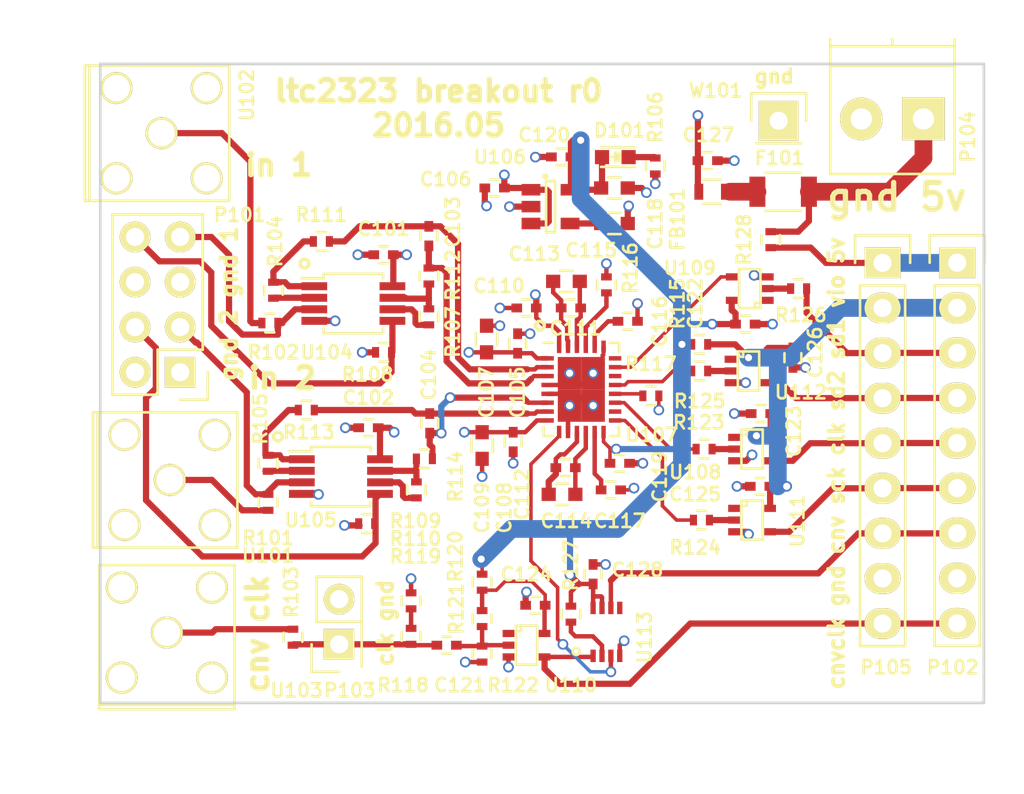
<source format=kicad_pcb>
(kicad_pcb (version 4) (host pcbnew 4.0.2-stable)

  (general
    (links 185)
    (no_connects 0)
    (area 202.048572 83.72 259.830001 128.691428)
    (thickness 1.6)
    (drawings 16)
    (tracks 526)
    (zones 0)
    (modules 78)
    (nets 57)
  )

  (page A4)
  (layers
    (0 F.Cu signal)
    (1 In1.Cu signal)
    (2 In2.Cu signal)
    (31 B.Cu signal)
    (32 B.Adhes user)
    (33 F.Adhes user)
    (34 B.Paste user)
    (35 F.Paste user)
    (36 B.SilkS user)
    (37 F.SilkS user)
    (38 B.Mask user)
    (39 F.Mask user)
    (40 Dwgs.User user)
    (41 Cmts.User user)
    (42 Eco1.User user)
    (43 Eco2.User user)
    (44 Edge.Cuts user)
    (45 Margin user)
    (46 B.CrtYd user)
    (47 F.CrtYd user)
    (48 B.Fab user)
    (49 F.Fab user)
  )

  (setup
    (last_trace_width 0.25)
    (user_trace_width 0.2)
    (user_trace_width 0.35)
    (user_trace_width 1)
    (trace_clearance 0.13)
    (zone_clearance 0.508)
    (zone_45_only no)
    (trace_min 0.2)
    (segment_width 0.2)
    (edge_width 0.15)
    (via_size 0.6)
    (via_drill 0.4)
    (via_min_size 0.4)
    (via_min_drill 0.3)
    (uvia_size 0.3)
    (uvia_drill 0.1)
    (uvias_allowed no)
    (uvia_min_size 0.2)
    (uvia_min_drill 0.1)
    (pcb_text_width 0.3)
    (pcb_text_size 1.5 1.5)
    (mod_edge_width 0.15)
    (mod_text_size 0.75 0.75)
    (mod_text_width 0.15)
    (pad_size 1.524 1.524)
    (pad_drill 0.762)
    (pad_to_mask_clearance 0.13)
    (aux_axis_origin 0 0)
    (visible_elements FFFEFF7F)
    (pcbplotparams
      (layerselection 0x01008_00000000)
      (usegerberextensions true)
      (excludeedgelayer true)
      (linewidth 0.100000)
      (plotframeref false)
      (viasonmask false)
      (mode 1)
      (useauxorigin false)
      (hpglpennumber 1)
      (hpglpenspeed 20)
      (hpglpendiameter 15)
      (hpglpenoverlay 2)
      (psnegative false)
      (psa4output false)
      (plotreference true)
      (plotvalue true)
      (plotinvisibletext false)
      (padsonsilk false)
      (subtractmaskfromsilk false)
      (outputformat 1)
      (mirror false)
      (drillshape 0)
      (scaleselection 1)
      (outputdirectory gerbs/))
  )

  (net 0 "")
  (net 1 GND)
  (net 2 +5V)
  (net 3 /AIN2+)
  (net 4 /AIN2-)
  (net 5 /AIN1+)
  (net 6 /AIN1-)
  (net 7 "Net-(C111-Pad1)")
  (net 8 "Net-(C111-Pad2)")
  (net 9 "Net-(C112-Pad1)")
  (net 10 "Net-(C112-Pad2)")
  (net 11 "Net-(C115-Pad1)")
  (net 12 "Net-(C116-Pad1)")
  (net 13 "Net-(C117-Pad1)")
  (net 14 +2V5)
  (net 15 "Net-(C121-Pad1)")
  (net 16 /CONV_CLK)
  (net 17 +3V3)
  (net 18 "Net-(C124-Pad2)")
  (net 19 "Net-(D101-Pad1)")
  (net 20 "Net-(F101-Pad1)")
  (net 21 "Net-(F101-Pad2)")
  (net 22 /IN2_P)
  (net 23 /IN2_M)
  (net 24 /IN1_P)
  (net 25 /IN1_M)
  (net 26 /BUF_CONV_CLK)
  (net 27 /BUF_SDO1)
  (net 28 /BUF_SDO2)
  (net 29 /BUF_CLKOUT)
  (net 30 /BUF_SCK)
  (net 31 /BUF_CONV)
  (net 32 "Net-(R101-Pad2)")
  (net 33 "Net-(R102-Pad2)")
  (net 34 "Net-(R103-Pad2)")
  (net 35 "Net-(R104-Pad1)")
  (net 36 "Net-(R104-Pad2)")
  (net 37 "Net-(R105-Pad1)")
  (net 38 "Net-(R105-Pad2)")
  (net 39 "Net-(R107-Pad1)")
  (net 40 "Net-(R107-Pad2)")
  (net 41 "Net-(R109-Pad1)")
  (net 42 "Net-(R109-Pad2)")
  (net 43 "Net-(R116-Pad2)")
  (net 44 "Net-(R117-Pad1)")
  (net 45 "Net-(R118-Pad1)")
  (net 46 "Net-(R123-Pad1)")
  (net 47 /ADC_CLKOUT)
  (net 48 "Net-(R124-Pad1)")
  (net 49 /ADC_SDO1)
  (net 50 "Net-(R125-Pad1)")
  (net 51 /ADC_SDO2)
  (net 52 "Net-(R126-Pad1)")
  (net 53 "Net-(R127-Pad2)")
  (net 54 /ADC_SCK)
  (net 55 /ADC_~CONV)
  (net 56 "Net-(P102-Pad1)")

  (net_class Default "This is the default net class."
    (clearance 0.13)
    (trace_width 0.25)
    (via_dia 0.6)
    (via_drill 0.4)
    (uvia_dia 0.3)
    (uvia_drill 0.1)
    (add_net +2V5)
    (add_net +3V3)
    (add_net +5V)
    (add_net /ADC_CLKOUT)
    (add_net /ADC_SCK)
    (add_net /ADC_SDO1)
    (add_net /ADC_SDO2)
    (add_net /ADC_~CONV)
    (add_net /AIN1+)
    (add_net /AIN1-)
    (add_net /AIN2+)
    (add_net /AIN2-)
    (add_net /BUF_CLKOUT)
    (add_net /BUF_CONV)
    (add_net /BUF_CONV_CLK)
    (add_net /BUF_SCK)
    (add_net /BUF_SDO1)
    (add_net /BUF_SDO2)
    (add_net /CONV_CLK)
    (add_net /IN1_M)
    (add_net /IN1_P)
    (add_net /IN2_M)
    (add_net /IN2_P)
    (add_net GND)
    (add_net "Net-(C111-Pad1)")
    (add_net "Net-(C111-Pad2)")
    (add_net "Net-(C112-Pad1)")
    (add_net "Net-(C112-Pad2)")
    (add_net "Net-(C115-Pad1)")
    (add_net "Net-(C116-Pad1)")
    (add_net "Net-(C117-Pad1)")
    (add_net "Net-(C121-Pad1)")
    (add_net "Net-(C124-Pad2)")
    (add_net "Net-(D101-Pad1)")
    (add_net "Net-(F101-Pad1)")
    (add_net "Net-(F101-Pad2)")
    (add_net "Net-(P102-Pad1)")
    (add_net "Net-(R101-Pad2)")
    (add_net "Net-(R102-Pad2)")
    (add_net "Net-(R103-Pad2)")
    (add_net "Net-(R104-Pad1)")
    (add_net "Net-(R104-Pad2)")
    (add_net "Net-(R105-Pad1)")
    (add_net "Net-(R105-Pad2)")
    (add_net "Net-(R107-Pad1)")
    (add_net "Net-(R107-Pad2)")
    (add_net "Net-(R109-Pad1)")
    (add_net "Net-(R109-Pad2)")
    (add_net "Net-(R116-Pad2)")
    (add_net "Net-(R117-Pad1)")
    (add_net "Net-(R118-Pad1)")
    (add_net "Net-(R123-Pad1)")
    (add_net "Net-(R124-Pad1)")
    (add_net "Net-(R125-Pad1)")
    (add_net "Net-(R126-Pad1)")
    (add_net "Net-(R127-Pad2)")
  )

  (module Pin_Headers:Pin_Header_Straight_1x09 (layer F.Cu) (tedit 0) (tstamp 5744101A)
    (at 251.8 98.71)
    (descr "Through hole pin header")
    (tags "pin header")
    (path /574460C4)
    (fp_text reference P105 (at 0.2 22.79) (layer F.SilkS)
      (effects (font (size 0.75 0.75) (thickness 0.15)))
    )
    (fp_text value CONN_01X09 (at 0 -3.1) (layer F.Fab)
      (effects (font (size 0.75 0.75) (thickness 0.15)))
    )
    (fp_line (start -1.75 -1.75) (end -1.75 22.1) (layer F.CrtYd) (width 0.05))
    (fp_line (start 1.75 -1.75) (end 1.75 22.1) (layer F.CrtYd) (width 0.05))
    (fp_line (start -1.75 -1.75) (end 1.75 -1.75) (layer F.CrtYd) (width 0.05))
    (fp_line (start -1.75 22.1) (end 1.75 22.1) (layer F.CrtYd) (width 0.05))
    (fp_line (start 1.27 1.27) (end 1.27 21.59) (layer F.SilkS) (width 0.15))
    (fp_line (start 1.27 21.59) (end -1.27 21.59) (layer F.SilkS) (width 0.15))
    (fp_line (start -1.27 21.59) (end -1.27 1.27) (layer F.SilkS) (width 0.15))
    (fp_line (start 1.55 -1.55) (end 1.55 0) (layer F.SilkS) (width 0.15))
    (fp_line (start 1.27 1.27) (end -1.27 1.27) (layer F.SilkS) (width 0.15))
    (fp_line (start -1.55 0) (end -1.55 -1.55) (layer F.SilkS) (width 0.15))
    (fp_line (start -1.55 -1.55) (end 1.55 -1.55) (layer F.SilkS) (width 0.15))
    (pad 1 thru_hole rect (at 0 0) (size 2.032 1.7272) (drill 1.016) (layers *.Cu *.Mask F.SilkS)
      (net 56 "Net-(P102-Pad1)"))
    (pad 2 thru_hole oval (at 0 2.54) (size 2.032 1.7272) (drill 1.016) (layers *.Cu *.Mask F.SilkS)
      (net 17 +3V3))
    (pad 3 thru_hole oval (at 0 5.08) (size 2.032 1.7272) (drill 1.016) (layers *.Cu *.Mask F.SilkS)
      (net 30 /BUF_SCK))
    (pad 4 thru_hole oval (at 0 7.62) (size 2.032 1.7272) (drill 1.016) (layers *.Cu *.Mask F.SilkS)
      (net 28 /BUF_SDO2))
    (pad 5 thru_hole oval (at 0 10.16) (size 2.032 1.7272) (drill 1.016) (layers *.Cu *.Mask F.SilkS)
      (net 29 /BUF_CLKOUT))
    (pad 6 thru_hole oval (at 0 12.7) (size 2.032 1.7272) (drill 1.016) (layers *.Cu *.Mask F.SilkS)
      (net 27 /BUF_SDO1))
    (pad 7 thru_hole oval (at 0 15.24) (size 2.032 1.7272) (drill 1.016) (layers *.Cu *.Mask F.SilkS)
      (net 31 /BUF_CONV))
    (pad 8 thru_hole oval (at 0 17.78) (size 2.032 1.7272) (drill 1.016) (layers *.Cu *.Mask F.SilkS)
      (net 1 GND))
    (pad 9 thru_hole oval (at 0 20.32) (size 2.032 1.7272) (drill 1.016) (layers *.Cu *.Mask F.SilkS)
      (net 26 /BUF_CONV_CLK))
    (model Pin_Headers.3dshapes/Pin_Header_Straight_1x09.wrl
      (at (xyz 0 -0.4 0))
      (scale (xyz 1 1 1))
      (rotate (xyz 0 0 90))
    )
  )

  (module Capacitors_SMD:C_0402 (layer F.Cu) (tedit 5415D599) (tstamp 5742AD6C)
    (at 223.7 98.25)
    (descr "Capacitor SMD 0402, reflow soldering, AVX (see smccp.pdf)")
    (tags "capacitor 0402")
    (path /5743C906)
    (attr smd)
    (fp_text reference C101 (at 0 -1.45) (layer F.SilkS)
      (effects (font (size 0.75 0.75) (thickness 0.15)))
    )
    (fp_text value "100 nF" (at 0 1.7) (layer F.Fab)
      (effects (font (size 0.75 0.75) (thickness 0.15)))
    )
    (fp_line (start -1.15 -0.6) (end 1.15 -0.6) (layer F.CrtYd) (width 0.05))
    (fp_line (start -1.15 0.6) (end 1.15 0.6) (layer F.CrtYd) (width 0.05))
    (fp_line (start -1.15 -0.6) (end -1.15 0.6) (layer F.CrtYd) (width 0.05))
    (fp_line (start 1.15 -0.6) (end 1.15 0.6) (layer F.CrtYd) (width 0.05))
    (fp_line (start 0.25 -0.475) (end -0.25 -0.475) (layer F.SilkS) (width 0.15))
    (fp_line (start -0.25 0.475) (end 0.25 0.475) (layer F.SilkS) (width 0.15))
    (pad 1 smd rect (at -0.55 0) (size 0.6 0.5) (layers F.Cu F.Paste F.Mask)
      (net 1 GND))
    (pad 2 smd rect (at 0.55 0) (size 0.6 0.5) (layers F.Cu F.Paste F.Mask)
      (net 2 +5V))
    (model Capacitors_SMD.3dshapes/C_0402.wrl
      (at (xyz 0 0 0))
      (scale (xyz 1 1 1))
      (rotate (xyz 0 0 0))
    )
  )

  (module Capacitors_SMD:C_0402 (layer F.Cu) (tedit 5415D599) (tstamp 5742AD72)
    (at 222.85 108)
    (descr "Capacitor SMD 0402, reflow soldering, AVX (see smccp.pdf)")
    (tags "capacitor 0402")
    (path /574405A1)
    (attr smd)
    (fp_text reference C102 (at 0 -1.7) (layer F.SilkS)
      (effects (font (size 0.75 0.75) (thickness 0.15)))
    )
    (fp_text value "100 nF" (at 0 1.7) (layer F.Fab)
      (effects (font (size 0.75 0.75) (thickness 0.15)))
    )
    (fp_line (start -1.15 -0.6) (end 1.15 -0.6) (layer F.CrtYd) (width 0.05))
    (fp_line (start -1.15 0.6) (end 1.15 0.6) (layer F.CrtYd) (width 0.05))
    (fp_line (start -1.15 -0.6) (end -1.15 0.6) (layer F.CrtYd) (width 0.05))
    (fp_line (start 1.15 -0.6) (end 1.15 0.6) (layer F.CrtYd) (width 0.05))
    (fp_line (start 0.25 -0.475) (end -0.25 -0.475) (layer F.SilkS) (width 0.15))
    (fp_line (start -0.25 0.475) (end 0.25 0.475) (layer F.SilkS) (width 0.15))
    (pad 1 smd rect (at -0.55 0) (size 0.6 0.5) (layers F.Cu F.Paste F.Mask)
      (net 1 GND))
    (pad 2 smd rect (at 0.55 0) (size 0.6 0.5) (layers F.Cu F.Paste F.Mask)
      (net 2 +5V))
    (model Capacitors_SMD.3dshapes/C_0402.wrl
      (at (xyz 0 0 0))
      (scale (xyz 1 1 1))
      (rotate (xyz 0 0 0))
    )
  )

  (module Capacitors_SMD:C_0402 (layer F.Cu) (tedit 5415D599) (tstamp 5742AD78)
    (at 226.25 97.2 270)
    (descr "Capacitor SMD 0402, reflow soldering, AVX (see smccp.pdf)")
    (tags "capacitor 0402")
    (path /5743A653)
    (attr smd)
    (fp_text reference C103 (at -0.8 -1.35 270) (layer F.SilkS)
      (effects (font (size 0.75 0.75) (thickness 0.15)))
    )
    (fp_text value "220 pF" (at 0 1.7 270) (layer F.Fab)
      (effects (font (size 0.75 0.75) (thickness 0.15)))
    )
    (fp_line (start -1.15 -0.6) (end 1.15 -0.6) (layer F.CrtYd) (width 0.05))
    (fp_line (start -1.15 0.6) (end 1.15 0.6) (layer F.CrtYd) (width 0.05))
    (fp_line (start -1.15 -0.6) (end -1.15 0.6) (layer F.CrtYd) (width 0.05))
    (fp_line (start 1.15 -0.6) (end 1.15 0.6) (layer F.CrtYd) (width 0.05))
    (fp_line (start 0.25 -0.475) (end -0.25 -0.475) (layer F.SilkS) (width 0.15))
    (fp_line (start -0.25 0.475) (end 0.25 0.475) (layer F.SilkS) (width 0.15))
    (pad 1 smd rect (at -0.55 0 270) (size 0.6 0.5) (layers F.Cu F.Paste F.Mask)
      (net 3 /AIN2+))
    (pad 2 smd rect (at 0.55 0 270) (size 0.6 0.5) (layers F.Cu F.Paste F.Mask)
      (net 4 /AIN2-))
    (model Capacitors_SMD.3dshapes/C_0402.wrl
      (at (xyz 0 0 0))
      (scale (xyz 1 1 1))
      (rotate (xyz 0 0 0))
    )
  )

  (module Capacitors_SMD:C_0402 (layer F.Cu) (tedit 5415D599) (tstamp 5742AD7E)
    (at 226.3 107.75 270)
    (descr "Capacitor SMD 0402, reflow soldering, AVX (see smccp.pdf)")
    (tags "capacitor 0402")
    (path /5744056E)
    (attr smd)
    (fp_text reference C104 (at -2.75 0.05 270) (layer F.SilkS)
      (effects (font (size 0.75 0.75) (thickness 0.15)))
    )
    (fp_text value "220 pF" (at 0 1.7 270) (layer F.Fab)
      (effects (font (size 0.75 0.75) (thickness 0.15)))
    )
    (fp_line (start -1.15 -0.6) (end 1.15 -0.6) (layer F.CrtYd) (width 0.05))
    (fp_line (start -1.15 0.6) (end 1.15 0.6) (layer F.CrtYd) (width 0.05))
    (fp_line (start -1.15 -0.6) (end -1.15 0.6) (layer F.CrtYd) (width 0.05))
    (fp_line (start 1.15 -0.6) (end 1.15 0.6) (layer F.CrtYd) (width 0.05))
    (fp_line (start 0.25 -0.475) (end -0.25 -0.475) (layer F.SilkS) (width 0.15))
    (fp_line (start -0.25 0.475) (end 0.25 0.475) (layer F.SilkS) (width 0.15))
    (pad 1 smd rect (at -0.55 0 270) (size 0.6 0.5) (layers F.Cu F.Paste F.Mask)
      (net 5 /AIN1+))
    (pad 2 smd rect (at 0.55 0 270) (size 0.6 0.5) (layers F.Cu F.Paste F.Mask)
      (net 6 /AIN1-))
    (model Capacitors_SMD.3dshapes/C_0402.wrl
      (at (xyz 0 0 0))
      (scale (xyz 1 1 1))
      (rotate (xyz 0 0 0))
    )
  )

  (module Capacitors_SMD:C_0402 (layer F.Cu) (tedit 5415D599) (tstamp 5742AD84)
    (at 231.25 103.25 90)
    (descr "Capacitor SMD 0402, reflow soldering, AVX (see smccp.pdf)")
    (tags "capacitor 0402")
    (path /57426D1C)
    (attr smd)
    (fp_text reference C105 (at -2.75 0 90) (layer F.SilkS)
      (effects (font (size 0.75 0.75) (thickness 0.15)))
    )
    (fp_text value "100 nF" (at 0 1.7 90) (layer F.Fab)
      (effects (font (size 0.75 0.75) (thickness 0.15)))
    )
    (fp_line (start -1.15 -0.6) (end 1.15 -0.6) (layer F.CrtYd) (width 0.05))
    (fp_line (start -1.15 0.6) (end 1.15 0.6) (layer F.CrtYd) (width 0.05))
    (fp_line (start -1.15 -0.6) (end -1.15 0.6) (layer F.CrtYd) (width 0.05))
    (fp_line (start 1.15 -0.6) (end 1.15 0.6) (layer F.CrtYd) (width 0.05))
    (fp_line (start 0.25 -0.475) (end -0.25 -0.475) (layer F.SilkS) (width 0.15))
    (fp_line (start -0.25 0.475) (end 0.25 0.475) (layer F.SilkS) (width 0.15))
    (pad 1 smd rect (at -0.55 0 90) (size 0.6 0.5) (layers F.Cu F.Paste F.Mask)
      (net 2 +5V))
    (pad 2 smd rect (at 0.55 0 90) (size 0.6 0.5) (layers F.Cu F.Paste F.Mask)
      (net 1 GND))
    (model Capacitors_SMD.3dshapes/C_0402.wrl
      (at (xyz 0 0 0))
      (scale (xyz 1 1 1))
      (rotate (xyz 0 0 0))
    )
  )

  (module Capacitors_SMD:C_0402 (layer F.Cu) (tedit 5415D599) (tstamp 5742AD8A)
    (at 229.951542 94.489352 180)
    (descr "Capacitor SMD 0402, reflow soldering, AVX (see smccp.pdf)")
    (tags "capacitor 0402")
    (path /574659E2)
    (attr smd)
    (fp_text reference C106 (at 2.751542 0.489352 180) (layer F.SilkS)
      (effects (font (size 0.75 0.75) (thickness 0.15)))
    )
    (fp_text value "100 nF" (at 0 1.7 180) (layer F.Fab)
      (effects (font (size 0.75 0.75) (thickness 0.15)))
    )
    (fp_line (start -1.15 -0.6) (end 1.15 -0.6) (layer F.CrtYd) (width 0.05))
    (fp_line (start -1.15 0.6) (end 1.15 0.6) (layer F.CrtYd) (width 0.05))
    (fp_line (start -1.15 -0.6) (end -1.15 0.6) (layer F.CrtYd) (width 0.05))
    (fp_line (start 1.15 -0.6) (end 1.15 0.6) (layer F.CrtYd) (width 0.05))
    (fp_line (start 0.25 -0.475) (end -0.25 -0.475) (layer F.SilkS) (width 0.15))
    (fp_line (start -0.25 0.475) (end 0.25 0.475) (layer F.SilkS) (width 0.15))
    (pad 1 smd rect (at -0.55 0 180) (size 0.6 0.5) (layers F.Cu F.Paste F.Mask)
      (net 2 +5V))
    (pad 2 smd rect (at 0.55 0 180) (size 0.6 0.5) (layers F.Cu F.Paste F.Mask)
      (net 1 GND))
    (model Capacitors_SMD.3dshapes/C_0402.wrl
      (at (xyz 0 0 0))
      (scale (xyz 1 1 1))
      (rotate (xyz 0 0 0))
    )
  )

  (module Capacitors_SMD:C_0603 (layer F.Cu) (tedit 5415D631) (tstamp 5742AD90)
    (at 229.5 103 90)
    (descr "Capacitor SMD 0603, reflow soldering, AVX (see smccp.pdf)")
    (tags "capacitor 0603")
    (path /57426D22)
    (attr smd)
    (fp_text reference C107 (at -3 0 270) (layer F.SilkS)
      (effects (font (size 0.75 0.75) (thickness 0.15)))
    )
    (fp_text value "10 uF" (at 0 1.9 90) (layer F.Fab)
      (effects (font (size 0.75 0.75) (thickness 0.15)))
    )
    (fp_line (start -1.45 -0.75) (end 1.45 -0.75) (layer F.CrtYd) (width 0.05))
    (fp_line (start -1.45 0.75) (end 1.45 0.75) (layer F.CrtYd) (width 0.05))
    (fp_line (start -1.45 -0.75) (end -1.45 0.75) (layer F.CrtYd) (width 0.05))
    (fp_line (start 1.45 -0.75) (end 1.45 0.75) (layer F.CrtYd) (width 0.05))
    (fp_line (start -0.35 -0.6) (end 0.35 -0.6) (layer F.SilkS) (width 0.15))
    (fp_line (start 0.35 0.6) (end -0.35 0.6) (layer F.SilkS) (width 0.15))
    (pad 1 smd rect (at -0.75 0 90) (size 0.8 0.75) (layers F.Cu F.Paste F.Mask)
      (net 2 +5V))
    (pad 2 smd rect (at 0.75 0 90) (size 0.8 0.75) (layers F.Cu F.Paste F.Mask)
      (net 1 GND))
    (model Capacitors_SMD.3dshapes/C_0603.wrl
      (at (xyz 0 0 0))
      (scale (xyz 1 1 1))
      (rotate (xyz 0 0 0))
    )
  )

  (module Capacitors_SMD:C_0402 (layer F.Cu) (tedit 5415D599) (tstamp 5742AD96)
    (at 231 108.8 270)
    (descr "Capacitor SMD 0402, reflow soldering, AVX (see smccp.pdf)")
    (tags "capacitor 0402")
    (path /57426A3C)
    (attr smd)
    (fp_text reference C108 (at 3.7 0.5 270) (layer F.SilkS)
      (effects (font (size 0.75 0.75) (thickness 0.15)))
    )
    (fp_text value "100 nF" (at 0 1.7 270) (layer F.Fab)
      (effects (font (size 0.75 0.75) (thickness 0.15)))
    )
    (fp_line (start -1.15 -0.6) (end 1.15 -0.6) (layer F.CrtYd) (width 0.05))
    (fp_line (start -1.15 0.6) (end 1.15 0.6) (layer F.CrtYd) (width 0.05))
    (fp_line (start -1.15 -0.6) (end -1.15 0.6) (layer F.CrtYd) (width 0.05))
    (fp_line (start 1.15 -0.6) (end 1.15 0.6) (layer F.CrtYd) (width 0.05))
    (fp_line (start 0.25 -0.475) (end -0.25 -0.475) (layer F.SilkS) (width 0.15))
    (fp_line (start -0.25 0.475) (end 0.25 0.475) (layer F.SilkS) (width 0.15))
    (pad 1 smd rect (at -0.55 0 270) (size 0.6 0.5) (layers F.Cu F.Paste F.Mask)
      (net 2 +5V))
    (pad 2 smd rect (at 0.55 0 270) (size 0.6 0.5) (layers F.Cu F.Paste F.Mask)
      (net 1 GND))
    (model Capacitors_SMD.3dshapes/C_0402.wrl
      (at (xyz 0 0 0))
      (scale (xyz 1 1 1))
      (rotate (xyz 0 0 0))
    )
  )

  (module Capacitors_SMD:C_0603 (layer F.Cu) (tedit 5415D631) (tstamp 5742AD9C)
    (at 229.25 109 270)
    (descr "Capacitor SMD 0603, reflow soldering, AVX (see smccp.pdf)")
    (tags "capacitor 0603")
    (path /57426ACA)
    (attr smd)
    (fp_text reference C109 (at 3.5 0 270) (layer F.SilkS)
      (effects (font (size 0.75 0.75) (thickness 0.15)))
    )
    (fp_text value "10 uF" (at 0 1.9 270) (layer F.Fab)
      (effects (font (size 0.75 0.75) (thickness 0.15)))
    )
    (fp_line (start -1.45 -0.75) (end 1.45 -0.75) (layer F.CrtYd) (width 0.05))
    (fp_line (start -1.45 0.75) (end 1.45 0.75) (layer F.CrtYd) (width 0.05))
    (fp_line (start -1.45 -0.75) (end -1.45 0.75) (layer F.CrtYd) (width 0.05))
    (fp_line (start 1.45 -0.75) (end 1.45 0.75) (layer F.CrtYd) (width 0.05))
    (fp_line (start -0.35 -0.6) (end 0.35 -0.6) (layer F.SilkS) (width 0.15))
    (fp_line (start 0.35 0.6) (end -0.35 0.6) (layer F.SilkS) (width 0.15))
    (pad 1 smd rect (at -0.75 0 270) (size 0.8 0.75) (layers F.Cu F.Paste F.Mask)
      (net 2 +5V))
    (pad 2 smd rect (at 0.75 0 270) (size 0.8 0.75) (layers F.Cu F.Paste F.Mask)
      (net 1 GND))
    (model Capacitors_SMD.3dshapes/C_0603.wrl
      (at (xyz 0 0 0))
      (scale (xyz 1 1 1))
      (rotate (xyz 0 0 0))
    )
  )

  (module Capacitors_SMD:C_0402 (layer F.Cu) (tedit 5415D599) (tstamp 5742ADA2)
    (at 231.75 101.25)
    (descr "Capacitor SMD 0402, reflow soldering, AVX (see smccp.pdf)")
    (tags "capacitor 0402")
    (path /574234F6)
    (attr smd)
    (fp_text reference C110 (at -1.55 -1.25) (layer F.SilkS)
      (effects (font (size 0.75 0.75) (thickness 0.15)))
    )
    (fp_text value "1 uF" (at 0 1.7) (layer F.Fab)
      (effects (font (size 0.75 0.75) (thickness 0.15)))
    )
    (fp_line (start -1.15 -0.6) (end 1.15 -0.6) (layer F.CrtYd) (width 0.05))
    (fp_line (start -1.15 0.6) (end 1.15 0.6) (layer F.CrtYd) (width 0.05))
    (fp_line (start -1.15 -0.6) (end -1.15 0.6) (layer F.CrtYd) (width 0.05))
    (fp_line (start 1.15 -0.6) (end 1.15 0.6) (layer F.CrtYd) (width 0.05))
    (fp_line (start 0.25 -0.475) (end -0.25 -0.475) (layer F.SilkS) (width 0.15))
    (fp_line (start -0.25 0.475) (end 0.25 0.475) (layer F.SilkS) (width 0.15))
    (pad 1 smd rect (at -0.55 0) (size 0.6 0.5) (layers F.Cu F.Paste F.Mask)
      (net 1 GND))
    (pad 2 smd rect (at 0.55 0) (size 0.6 0.5) (layers F.Cu F.Paste F.Mask)
      (net 2 +5V))
    (model Capacitors_SMD.3dshapes/C_0402.wrl
      (at (xyz 0 0 0))
      (scale (xyz 1 1 1))
      (rotate (xyz 0 0 0))
    )
  )

  (module Capacitors_SMD:C_0402 (layer F.Cu) (tedit 5415D599) (tstamp 5742ADA8)
    (at 234.25 101.25 180)
    (descr "Capacitor SMD 0402, reflow soldering, AVX (see smccp.pdf)")
    (tags "capacitor 0402")
    (path /57423109)
    (attr smd)
    (fp_text reference C111 (at -0.25 -1.15 180) (layer F.SilkS)
      (effects (font (size 0.75 0.75) (thickness 0.15)))
    )
    (fp_text value "100 nF" (at 0 1.7 180) (layer F.Fab)
      (effects (font (size 0.75 0.75) (thickness 0.15)))
    )
    (fp_line (start -1.15 -0.6) (end 1.15 -0.6) (layer F.CrtYd) (width 0.05))
    (fp_line (start -1.15 0.6) (end 1.15 0.6) (layer F.CrtYd) (width 0.05))
    (fp_line (start -1.15 -0.6) (end -1.15 0.6) (layer F.CrtYd) (width 0.05))
    (fp_line (start 1.15 -0.6) (end 1.15 0.6) (layer F.CrtYd) (width 0.05))
    (fp_line (start 0.25 -0.475) (end -0.25 -0.475) (layer F.SilkS) (width 0.15))
    (fp_line (start -0.25 0.475) (end 0.25 0.475) (layer F.SilkS) (width 0.15))
    (pad 1 smd rect (at -0.55 0 180) (size 0.6 0.5) (layers F.Cu F.Paste F.Mask)
      (net 7 "Net-(C111-Pad1)"))
    (pad 2 smd rect (at 0.55 0 180) (size 0.6 0.5) (layers F.Cu F.Paste F.Mask)
      (net 8 "Net-(C111-Pad2)"))
    (model Capacitors_SMD.3dshapes/C_0402.wrl
      (at (xyz 0 0 0))
      (scale (xyz 1 1 1))
      (rotate (xyz 0 0 0))
    )
  )

  (module Capacitors_SMD:C_0402 (layer F.Cu) (tedit 5415D599) (tstamp 5742ADAE)
    (at 233.95 110.25 180)
    (descr "Capacitor SMD 0402, reflow soldering, AVX (see smccp.pdf)")
    (tags "capacitor 0402")
    (path /57422C3F)
    (attr smd)
    (fp_text reference C112 (at 2.45 -1.5 270) (layer F.SilkS)
      (effects (font (size 0.75 0.75) (thickness 0.15)))
    )
    (fp_text value "100 nF" (at 0 1.7 180) (layer F.Fab)
      (effects (font (size 0.75 0.75) (thickness 0.15)))
    )
    (fp_line (start -1.15 -0.6) (end 1.15 -0.6) (layer F.CrtYd) (width 0.05))
    (fp_line (start -1.15 0.6) (end 1.15 0.6) (layer F.CrtYd) (width 0.05))
    (fp_line (start -1.15 -0.6) (end -1.15 0.6) (layer F.CrtYd) (width 0.05))
    (fp_line (start 1.15 -0.6) (end 1.15 0.6) (layer F.CrtYd) (width 0.05))
    (fp_line (start 0.25 -0.475) (end -0.25 -0.475) (layer F.SilkS) (width 0.15))
    (fp_line (start -0.25 0.475) (end 0.25 0.475) (layer F.SilkS) (width 0.15))
    (pad 1 smd rect (at -0.55 0 180) (size 0.6 0.5) (layers F.Cu F.Paste F.Mask)
      (net 9 "Net-(C112-Pad1)"))
    (pad 2 smd rect (at 0.55 0 180) (size 0.6 0.5) (layers F.Cu F.Paste F.Mask)
      (net 10 "Net-(C112-Pad2)"))
    (model Capacitors_SMD.3dshapes/C_0402.wrl
      (at (xyz 0 0 0))
      (scale (xyz 1 1 1))
      (rotate (xyz 0 0 0))
    )
  )

  (module Capacitors_SMD:C_0603 (layer F.Cu) (tedit 5415D631) (tstamp 5742ADB4)
    (at 234 99.75 180)
    (descr "Capacitor SMD 0603, reflow soldering, AVX (see smccp.pdf)")
    (tags "capacitor 0603")
    (path /574230FD)
    (attr smd)
    (fp_text reference C113 (at 1.8 1.55 180) (layer F.SilkS)
      (effects (font (size 0.75 0.75) (thickness 0.15)))
    )
    (fp_text value "10 uF" (at 0 1.9 180) (layer F.Fab)
      (effects (font (size 0.75 0.75) (thickness 0.15)))
    )
    (fp_line (start -1.45 -0.75) (end 1.45 -0.75) (layer F.CrtYd) (width 0.05))
    (fp_line (start -1.45 0.75) (end 1.45 0.75) (layer F.CrtYd) (width 0.05))
    (fp_line (start -1.45 -0.75) (end -1.45 0.75) (layer F.CrtYd) (width 0.05))
    (fp_line (start 1.45 -0.75) (end 1.45 0.75) (layer F.CrtYd) (width 0.05))
    (fp_line (start -0.35 -0.6) (end 0.35 -0.6) (layer F.SilkS) (width 0.15))
    (fp_line (start 0.35 0.6) (end -0.35 0.6) (layer F.SilkS) (width 0.15))
    (pad 1 smd rect (at -0.75 0 180) (size 0.8 0.75) (layers F.Cu F.Paste F.Mask)
      (net 7 "Net-(C111-Pad1)"))
    (pad 2 smd rect (at 0.75 0 180) (size 0.8 0.75) (layers F.Cu F.Paste F.Mask)
      (net 8 "Net-(C111-Pad2)"))
    (model Capacitors_SMD.3dshapes/C_0603.wrl
      (at (xyz 0 0 0))
      (scale (xyz 1 1 1))
      (rotate (xyz 0 0 0))
    )
  )

  (module Capacitors_SMD:C_0603 (layer F.Cu) (tedit 5415D631) (tstamp 5742ADBA)
    (at 233.75 111.75 180)
    (descr "Capacitor SMD 0603, reflow soldering, AVX (see smccp.pdf)")
    (tags "capacitor 0603")
    (path /5742297A)
    (attr smd)
    (fp_text reference C114 (at -0.25 -1.5 180) (layer F.SilkS)
      (effects (font (size 0.75 0.75) (thickness 0.15)))
    )
    (fp_text value "10 uF" (at 0 1.9 180) (layer F.Fab)
      (effects (font (size 0.75 0.75) (thickness 0.15)))
    )
    (fp_line (start -1.45 -0.75) (end 1.45 -0.75) (layer F.CrtYd) (width 0.05))
    (fp_line (start -1.45 0.75) (end 1.45 0.75) (layer F.CrtYd) (width 0.05))
    (fp_line (start -1.45 -0.75) (end -1.45 0.75) (layer F.CrtYd) (width 0.05))
    (fp_line (start 1.45 -0.75) (end 1.45 0.75) (layer F.CrtYd) (width 0.05))
    (fp_line (start -0.35 -0.6) (end 0.35 -0.6) (layer F.SilkS) (width 0.15))
    (fp_line (start 0.35 0.6) (end -0.35 0.6) (layer F.SilkS) (width 0.15))
    (pad 1 smd rect (at -0.75 0 180) (size 0.8 0.75) (layers F.Cu F.Paste F.Mask)
      (net 9 "Net-(C112-Pad1)"))
    (pad 2 smd rect (at 0.75 0 180) (size 0.8 0.75) (layers F.Cu F.Paste F.Mask)
      (net 10 "Net-(C112-Pad2)"))
    (model Capacitors_SMD.3dshapes/C_0603.wrl
      (at (xyz 0 0 0))
      (scale (xyz 1 1 1))
      (rotate (xyz 0 0 0))
    )
  )

  (module Capacitors_SMD:C_0603 (layer F.Cu) (tedit 5415D631) (tstamp 5742ADC0)
    (at 236.701542 96.489352)
    (descr "Capacitor SMD 0603, reflow soldering, AVX (see smccp.pdf)")
    (tags "capacitor 0603")
    (path /57466482)
    (attr smd)
    (fp_text reference C115 (at -1.301542 1.510648) (layer F.SilkS)
      (effects (font (size 0.75 0.75) (thickness 0.15)))
    )
    (fp_text value "10 nF" (at 0 1.9) (layer F.Fab)
      (effects (font (size 0.75 0.75) (thickness 0.15)))
    )
    (fp_line (start -1.45 -0.75) (end 1.45 -0.75) (layer F.CrtYd) (width 0.05))
    (fp_line (start -1.45 0.75) (end 1.45 0.75) (layer F.CrtYd) (width 0.05))
    (fp_line (start -1.45 -0.75) (end -1.45 0.75) (layer F.CrtYd) (width 0.05))
    (fp_line (start 1.45 -0.75) (end 1.45 0.75) (layer F.CrtYd) (width 0.05))
    (fp_line (start -0.35 -0.6) (end 0.35 -0.6) (layer F.SilkS) (width 0.15))
    (fp_line (start 0.35 0.6) (end -0.35 0.6) (layer F.SilkS) (width 0.15))
    (pad 1 smd rect (at -0.75 0) (size 0.8 0.75) (layers F.Cu F.Paste F.Mask)
      (net 11 "Net-(C115-Pad1)"))
    (pad 2 smd rect (at 0.75 0) (size 0.8 0.75) (layers F.Cu F.Paste F.Mask)
      (net 1 GND))
    (model Capacitors_SMD.3dshapes/C_0603.wrl
      (at (xyz 0 0 0))
      (scale (xyz 1 1 1))
      (rotate (xyz 0 0 0))
    )
  )

  (module Capacitors_SMD:C_0402 (layer F.Cu) (tedit 5415D599) (tstamp 5742ADC6)
    (at 237.45 102)
    (descr "Capacitor SMD 0402, reflow soldering, AVX (see smccp.pdf)")
    (tags "capacitor 0402")
    (path /574230F7)
    (attr smd)
    (fp_text reference C116 (at 1.8 0 90) (layer F.SilkS)
      (effects (font (size 0.75 0.75) (thickness 0.15)))
    )
    (fp_text value "1 uF" (at 0 1.7) (layer F.Fab)
      (effects (font (size 0.75 0.75) (thickness 0.15)))
    )
    (fp_line (start -1.15 -0.6) (end 1.15 -0.6) (layer F.CrtYd) (width 0.05))
    (fp_line (start -1.15 0.6) (end 1.15 0.6) (layer F.CrtYd) (width 0.05))
    (fp_line (start -1.15 -0.6) (end -1.15 0.6) (layer F.CrtYd) (width 0.05))
    (fp_line (start 1.15 -0.6) (end 1.15 0.6) (layer F.CrtYd) (width 0.05))
    (fp_line (start 0.25 -0.475) (end -0.25 -0.475) (layer F.SilkS) (width 0.15))
    (fp_line (start -0.25 0.475) (end 0.25 0.475) (layer F.SilkS) (width 0.15))
    (pad 1 smd rect (at -0.55 0) (size 0.6 0.5) (layers F.Cu F.Paste F.Mask)
      (net 12 "Net-(C116-Pad1)"))
    (pad 2 smd rect (at 0.55 0) (size 0.6 0.5) (layers F.Cu F.Paste F.Mask)
      (net 1 GND))
    (model Capacitors_SMD.3dshapes/C_0402.wrl
      (at (xyz 0 0 0))
      (scale (xyz 1 1 1))
      (rotate (xyz 0 0 0))
    )
  )

  (module Capacitors_SMD:C_0402 (layer F.Cu) (tedit 5415D599) (tstamp 5742ADCC)
    (at 236.5 111.5)
    (descr "Capacitor SMD 0402, reflow soldering, AVX (see smccp.pdf)")
    (tags "capacitor 0402")
    (path /5742286D)
    (attr smd)
    (fp_text reference C117 (at 0.5 1.75) (layer F.SilkS)
      (effects (font (size 0.75 0.75) (thickness 0.15)))
    )
    (fp_text value "1 uF" (at 0 1.7) (layer F.Fab)
      (effects (font (size 0.75 0.75) (thickness 0.15)))
    )
    (fp_line (start -1.15 -0.6) (end 1.15 -0.6) (layer F.CrtYd) (width 0.05))
    (fp_line (start -1.15 0.6) (end 1.15 0.6) (layer F.CrtYd) (width 0.05))
    (fp_line (start -1.15 -0.6) (end -1.15 0.6) (layer F.CrtYd) (width 0.05))
    (fp_line (start 1.15 -0.6) (end 1.15 0.6) (layer F.CrtYd) (width 0.05))
    (fp_line (start 0.25 -0.475) (end -0.25 -0.475) (layer F.SilkS) (width 0.15))
    (fp_line (start -0.25 0.475) (end 0.25 0.475) (layer F.SilkS) (width 0.15))
    (pad 1 smd rect (at -0.55 0) (size 0.6 0.5) (layers F.Cu F.Paste F.Mask)
      (net 13 "Net-(C117-Pad1)"))
    (pad 2 smd rect (at 0.55 0) (size 0.6 0.5) (layers F.Cu F.Paste F.Mask)
      (net 1 GND))
    (model Capacitors_SMD.3dshapes/C_0402.wrl
      (at (xyz 0 0 0))
      (scale (xyz 1 1 1))
      (rotate (xyz 0 0 0))
    )
  )

  (module Capacitors_SMD:C_0603 (layer F.Cu) (tedit 5415D631) (tstamp 5742ADD2)
    (at 236.701542 94.489352)
    (descr "Capacitor SMD 0603, reflow soldering, AVX (see smccp.pdf)")
    (tags "capacitor 0603")
    (path /574665E9)
    (attr smd)
    (fp_text reference C118 (at 2.298458 2.010648 90) (layer F.SilkS)
      (effects (font (size 0.75 0.75) (thickness 0.15)))
    )
    (fp_text value "10 uF" (at 0 1.9) (layer F.Fab)
      (effects (font (size 0.75 0.75) (thickness 0.15)))
    )
    (fp_line (start -1.45 -0.75) (end 1.45 -0.75) (layer F.CrtYd) (width 0.05))
    (fp_line (start -1.45 0.75) (end 1.45 0.75) (layer F.CrtYd) (width 0.05))
    (fp_line (start -1.45 -0.75) (end -1.45 0.75) (layer F.CrtYd) (width 0.05))
    (fp_line (start 1.45 -0.75) (end 1.45 0.75) (layer F.CrtYd) (width 0.05))
    (fp_line (start -0.35 -0.6) (end 0.35 -0.6) (layer F.SilkS) (width 0.15))
    (fp_line (start 0.35 0.6) (end -0.35 0.6) (layer F.SilkS) (width 0.15))
    (pad 1 smd rect (at -0.75 0) (size 0.8 0.75) (layers F.Cu F.Paste F.Mask)
      (net 14 +2V5))
    (pad 2 smd rect (at 0.75 0) (size 0.8 0.75) (layers F.Cu F.Paste F.Mask)
      (net 1 GND))
    (model Capacitors_SMD.3dshapes/C_0603.wrl
      (at (xyz 0 0 0))
      (scale (xyz 1 1 1))
      (rotate (xyz 0 0 0))
    )
  )

  (module Capacitors_SMD:C_0402 (layer F.Cu) (tedit 5415D599) (tstamp 5742ADD8)
    (at 237 110)
    (descr "Capacitor SMD 0402, reflow soldering, AVX (see smccp.pdf)")
    (tags "capacitor 0402")
    (path /57425F01)
    (attr smd)
    (fp_text reference C119 (at 2.25 0.75 90) (layer F.SilkS)
      (effects (font (size 0.75 0.75) (thickness 0.15)))
    )
    (fp_text value "100 nF" (at 0 1.7) (layer F.Fab)
      (effects (font (size 0.75 0.75) (thickness 0.15)))
    )
    (fp_line (start -1.15 -0.6) (end 1.15 -0.6) (layer F.CrtYd) (width 0.05))
    (fp_line (start -1.15 0.6) (end 1.15 0.6) (layer F.CrtYd) (width 0.05))
    (fp_line (start -1.15 -0.6) (end -1.15 0.6) (layer F.CrtYd) (width 0.05))
    (fp_line (start 1.15 -0.6) (end 1.15 0.6) (layer F.CrtYd) (width 0.05))
    (fp_line (start 0.25 -0.475) (end -0.25 -0.475) (layer F.SilkS) (width 0.15))
    (fp_line (start -0.25 0.475) (end 0.25 0.475) (layer F.SilkS) (width 0.15))
    (pad 1 smd rect (at -0.55 0) (size 0.6 0.5) (layers F.Cu F.Paste F.Mask)
      (net 14 +2V5))
    (pad 2 smd rect (at 0.55 0) (size 0.6 0.5) (layers F.Cu F.Paste F.Mask)
      (net 1 GND))
    (model Capacitors_SMD.3dshapes/C_0402.wrl
      (at (xyz 0 0 0))
      (scale (xyz 1 1 1))
      (rotate (xyz 0 0 0))
    )
  )

  (module Capacitors_SMD:C_0402 (layer F.Cu) (tedit 5415D599) (tstamp 5742ADDE)
    (at 233.701542 92.739352 180)
    (descr "Capacitor SMD 0402, reflow soldering, AVX (see smccp.pdf)")
    (tags "capacitor 0402")
    (path /57467A17)
    (attr smd)
    (fp_text reference C120 (at 0.951542 1.239352 180) (layer F.SilkS)
      (effects (font (size 0.75 0.75) (thickness 0.15)))
    )
    (fp_text value "100 nF" (at 0 1.7 180) (layer F.Fab)
      (effects (font (size 0.75 0.75) (thickness 0.15)))
    )
    (fp_line (start -1.15 -0.6) (end 1.15 -0.6) (layer F.CrtYd) (width 0.05))
    (fp_line (start -1.15 0.6) (end 1.15 0.6) (layer F.CrtYd) (width 0.05))
    (fp_line (start -1.15 -0.6) (end -1.15 0.6) (layer F.CrtYd) (width 0.05))
    (fp_line (start 1.15 -0.6) (end 1.15 0.6) (layer F.CrtYd) (width 0.05))
    (fp_line (start 0.25 -0.475) (end -0.25 -0.475) (layer F.SilkS) (width 0.15))
    (fp_line (start -0.25 0.475) (end 0.25 0.475) (layer F.SilkS) (width 0.15))
    (pad 1 smd rect (at -0.55 0 180) (size 0.6 0.5) (layers F.Cu F.Paste F.Mask)
      (net 14 +2V5))
    (pad 2 smd rect (at 0.55 0 180) (size 0.6 0.5) (layers F.Cu F.Paste F.Mask)
      (net 1 GND))
    (model Capacitors_SMD.3dshapes/C_0402.wrl
      (at (xyz 0 0 0))
      (scale (xyz 1 1 1))
      (rotate (xyz 0 0 0))
    )
  )

  (module Capacitors_SMD:C_0402 (layer F.Cu) (tedit 5415D599) (tstamp 5742ADE4)
    (at 227.25 120.25 180)
    (descr "Capacitor SMD 0402, reflow soldering, AVX (see smccp.pdf)")
    (tags "capacitor 0402")
    (path /57452C43)
    (attr smd)
    (fp_text reference C121 (at -0.75 -2.25 180) (layer F.SilkS)
      (effects (font (size 0.75 0.75) (thickness 0.15)))
    )
    (fp_text value "100 nF" (at 0 1.7 180) (layer F.Fab)
      (effects (font (size 0.75 0.75) (thickness 0.15)))
    )
    (fp_line (start -1.15 -0.6) (end 1.15 -0.6) (layer F.CrtYd) (width 0.05))
    (fp_line (start -1.15 0.6) (end 1.15 0.6) (layer F.CrtYd) (width 0.05))
    (fp_line (start -1.15 -0.6) (end -1.15 0.6) (layer F.CrtYd) (width 0.05))
    (fp_line (start 1.15 -0.6) (end 1.15 0.6) (layer F.CrtYd) (width 0.05))
    (fp_line (start 0.25 -0.475) (end -0.25 -0.475) (layer F.SilkS) (width 0.15))
    (fp_line (start -0.25 0.475) (end 0.25 0.475) (layer F.SilkS) (width 0.15))
    (pad 1 smd rect (at -0.55 0 180) (size 0.6 0.5) (layers F.Cu F.Paste F.Mask)
      (net 15 "Net-(C121-Pad1)"))
    (pad 2 smd rect (at 0.55 0 180) (size 0.6 0.5) (layers F.Cu F.Paste F.Mask)
      (net 16 /CONV_CLK))
    (model Capacitors_SMD.3dshapes/C_0402.wrl
      (at (xyz 0 0 0))
      (scale (xyz 1 1 1))
      (rotate (xyz 0 0 0))
    )
  )

  (module Capacitors_SMD:C_0402 (layer F.Cu) (tedit 5415D599) (tstamp 5742ADEA)
    (at 244.070568 102.158658 180)
    (descr "Capacitor SMD 0402, reflow soldering, AVX (see smccp.pdf)")
    (tags "capacitor 0402")
    (path /57431471)
    (attr smd)
    (fp_text reference C122 (at 2.820568 1.158658 270) (layer F.SilkS)
      (effects (font (size 0.75 0.75) (thickness 0.15)))
    )
    (fp_text value "100 nF" (at 0 1.7 180) (layer F.Fab)
      (effects (font (size 0.75 0.75) (thickness 0.15)))
    )
    (fp_line (start -1.15 -0.6) (end 1.15 -0.6) (layer F.CrtYd) (width 0.05))
    (fp_line (start -1.15 0.6) (end 1.15 0.6) (layer F.CrtYd) (width 0.05))
    (fp_line (start -1.15 -0.6) (end -1.15 0.6) (layer F.CrtYd) (width 0.05))
    (fp_line (start 1.15 -0.6) (end 1.15 0.6) (layer F.CrtYd) (width 0.05))
    (fp_line (start 0.25 -0.475) (end -0.25 -0.475) (layer F.SilkS) (width 0.15))
    (fp_line (start -0.25 0.475) (end 0.25 0.475) (layer F.SilkS) (width 0.15))
    (pad 1 smd rect (at -0.55 0 180) (size 0.6 0.5) (layers F.Cu F.Paste F.Mask)
      (net 1 GND))
    (pad 2 smd rect (at 0.55 0 180) (size 0.6 0.5) (layers F.Cu F.Paste F.Mask)
      (net 14 +2V5))
    (model Capacitors_SMD.3dshapes/C_0402.wrl
      (at (xyz 0 0 0))
      (scale (xyz 1 1 1))
      (rotate (xyz 0 0 0))
    )
  )

  (module Capacitors_SMD:C_0402 (layer F.Cu) (tedit 5415D599) (tstamp 5742ADF0)
    (at 244.95 107.2)
    (descr "Capacitor SMD 0402, reflow soldering, AVX (see smccp.pdf)")
    (tags "capacitor 0402")
    (path /574314A0)
    (attr smd)
    (fp_text reference C123 (at 1.85 1 90) (layer F.SilkS)
      (effects (font (size 0.75 0.75) (thickness 0.15)))
    )
    (fp_text value "100 nF" (at 0 1.7) (layer F.Fab)
      (effects (font (size 0.75 0.75) (thickness 0.15)))
    )
    (fp_line (start -1.15 -0.6) (end 1.15 -0.6) (layer F.CrtYd) (width 0.05))
    (fp_line (start -1.15 0.6) (end 1.15 0.6) (layer F.CrtYd) (width 0.05))
    (fp_line (start -1.15 -0.6) (end -1.15 0.6) (layer F.CrtYd) (width 0.05))
    (fp_line (start 1.15 -0.6) (end 1.15 0.6) (layer F.CrtYd) (width 0.05))
    (fp_line (start 0.25 -0.475) (end -0.25 -0.475) (layer F.SilkS) (width 0.15))
    (fp_line (start -0.25 0.475) (end 0.25 0.475) (layer F.SilkS) (width 0.15))
    (pad 1 smd rect (at -0.55 0) (size 0.6 0.5) (layers F.Cu F.Paste F.Mask)
      (net 1 GND))
    (pad 2 smd rect (at 0.55 0) (size 0.6 0.5) (layers F.Cu F.Paste F.Mask)
      (net 17 +3V3))
    (model Capacitors_SMD.3dshapes/C_0402.wrl
      (at (xyz 0 0 0))
      (scale (xyz 1 1 1))
      (rotate (xyz 0 0 0))
    )
  )

  (module Capacitors_SMD:C_0402 (layer F.Cu) (tedit 5415D599) (tstamp 5742ADF6)
    (at 232.25 118)
    (descr "Capacitor SMD 0402, reflow soldering, AVX (see smccp.pdf)")
    (tags "capacitor 0402")
    (path /57451B73)
    (attr smd)
    (fp_text reference C124 (at -0.5 -1.75) (layer F.SilkS)
      (effects (font (size 0.75 0.75) (thickness 0.15)))
    )
    (fp_text value "100 nF" (at 0 1.7) (layer F.Fab)
      (effects (font (size 0.75 0.75) (thickness 0.15)))
    )
    (fp_line (start -1.15 -0.6) (end 1.15 -0.6) (layer F.CrtYd) (width 0.05))
    (fp_line (start -1.15 0.6) (end 1.15 0.6) (layer F.CrtYd) (width 0.05))
    (fp_line (start -1.15 -0.6) (end -1.15 0.6) (layer F.CrtYd) (width 0.05))
    (fp_line (start 1.15 -0.6) (end 1.15 0.6) (layer F.CrtYd) (width 0.05))
    (fp_line (start 0.25 -0.475) (end -0.25 -0.475) (layer F.SilkS) (width 0.15))
    (fp_line (start -0.25 0.475) (end 0.25 0.475) (layer F.SilkS) (width 0.15))
    (pad 1 smd rect (at -0.55 0) (size 0.6 0.5) (layers F.Cu F.Paste F.Mask)
      (net 1 GND))
    (pad 2 smd rect (at 0.55 0) (size 0.6 0.5) (layers F.Cu F.Paste F.Mask)
      (net 18 "Net-(C124-Pad2)"))
    (model Capacitors_SMD.3dshapes/C_0402.wrl
      (at (xyz 0 0 0))
      (scale (xyz 1 1 1))
      (rotate (xyz 0 0 0))
    )
  )

  (module Capacitors_SMD:C_0402 (layer F.Cu) (tedit 5415D599) (tstamp 5742ADFC)
    (at 244.9 111.3)
    (descr "Capacitor SMD 0402, reflow soldering, AVX (see smccp.pdf)")
    (tags "capacitor 0402")
    (path /5742FFA0)
    (attr smd)
    (fp_text reference C125 (at -3.65 0.45) (layer F.SilkS)
      (effects (font (size 0.75 0.75) (thickness 0.15)))
    )
    (fp_text value "100 nF" (at 0 1.7) (layer F.Fab)
      (effects (font (size 0.75 0.75) (thickness 0.15)))
    )
    (fp_line (start -1.15 -0.6) (end 1.15 -0.6) (layer F.CrtYd) (width 0.05))
    (fp_line (start -1.15 0.6) (end 1.15 0.6) (layer F.CrtYd) (width 0.05))
    (fp_line (start -1.15 -0.6) (end -1.15 0.6) (layer F.CrtYd) (width 0.05))
    (fp_line (start 1.15 -0.6) (end 1.15 0.6) (layer F.CrtYd) (width 0.05))
    (fp_line (start 0.25 -0.475) (end -0.25 -0.475) (layer F.SilkS) (width 0.15))
    (fp_line (start -0.25 0.475) (end 0.25 0.475) (layer F.SilkS) (width 0.15))
    (pad 1 smd rect (at -0.55 0) (size 0.6 0.5) (layers F.Cu F.Paste F.Mask)
      (net 1 GND))
    (pad 2 smd rect (at 0.55 0) (size 0.6 0.5) (layers F.Cu F.Paste F.Mask)
      (net 17 +3V3))
    (model Capacitors_SMD.3dshapes/C_0402.wrl
      (at (xyz 0 0 0))
      (scale (xyz 1 1 1))
      (rotate (xyz 0 0 0))
    )
  )

  (module Capacitors_SMD:C_0402 (layer F.Cu) (tedit 5415D599) (tstamp 5742AE02)
    (at 246.75 104.05 90)
    (descr "Capacitor SMD 0402, reflow soldering, AVX (see smccp.pdf)")
    (tags "capacitor 0402")
    (path /5742E356)
    (attr smd)
    (fp_text reference C126 (at 0.3 1.25 90) (layer F.SilkS)
      (effects (font (size 0.75 0.75) (thickness 0.15)))
    )
    (fp_text value "100 nF" (at 0 1.7 90) (layer F.Fab)
      (effects (font (size 0.75 0.75) (thickness 0.15)))
    )
    (fp_line (start -1.15 -0.6) (end 1.15 -0.6) (layer F.CrtYd) (width 0.05))
    (fp_line (start -1.15 0.6) (end 1.15 0.6) (layer F.CrtYd) (width 0.05))
    (fp_line (start -1.15 -0.6) (end -1.15 0.6) (layer F.CrtYd) (width 0.05))
    (fp_line (start 1.15 -0.6) (end 1.15 0.6) (layer F.CrtYd) (width 0.05))
    (fp_line (start 0.25 -0.475) (end -0.25 -0.475) (layer F.SilkS) (width 0.15))
    (fp_line (start -0.25 0.475) (end 0.25 0.475) (layer F.SilkS) (width 0.15))
    (pad 1 smd rect (at -0.55 0 90) (size 0.6 0.5) (layers F.Cu F.Paste F.Mask)
      (net 1 GND))
    (pad 2 smd rect (at 0.55 0 90) (size 0.6 0.5) (layers F.Cu F.Paste F.Mask)
      (net 17 +3V3))
    (model Capacitors_SMD.3dshapes/C_0402.wrl
      (at (xyz 0 0 0))
      (scale (xyz 1 1 1))
      (rotate (xyz 0 0 0))
    )
  )

  (module Capacitors_SMD:C_0402 (layer F.Cu) (tedit 5415D599) (tstamp 5742AE08)
    (at 241.95 92.95)
    (descr "Capacitor SMD 0402, reflow soldering, AVX (see smccp.pdf)")
    (tags "capacitor 0402")
    (path /5742BCA4)
    (attr smd)
    (fp_text reference C127 (at 0.05 -1.45) (layer F.SilkS)
      (effects (font (size 0.75 0.75) (thickness 0.15)))
    )
    (fp_text value "100 nF" (at 0 1.7) (layer F.Fab)
      (effects (font (size 0.75 0.75) (thickness 0.15)))
    )
    (fp_line (start -1.15 -0.6) (end 1.15 -0.6) (layer F.CrtYd) (width 0.05))
    (fp_line (start -1.15 0.6) (end 1.15 0.6) (layer F.CrtYd) (width 0.05))
    (fp_line (start -1.15 -0.6) (end -1.15 0.6) (layer F.CrtYd) (width 0.05))
    (fp_line (start 1.15 -0.6) (end 1.15 0.6) (layer F.CrtYd) (width 0.05))
    (fp_line (start 0.25 -0.475) (end -0.25 -0.475) (layer F.SilkS) (width 0.15))
    (fp_line (start -0.25 0.475) (end 0.25 0.475) (layer F.SilkS) (width 0.15))
    (pad 1 smd rect (at -0.55 0) (size 0.6 0.5) (layers F.Cu F.Paste F.Mask)
      (net 2 +5V))
    (pad 2 smd rect (at 0.55 0) (size 0.6 0.5) (layers F.Cu F.Paste F.Mask)
      (net 1 GND))
    (model Capacitors_SMD.3dshapes/C_0402.wrl
      (at (xyz 0 0 0))
      (scale (xyz 1 1 1))
      (rotate (xyz 0 0 0))
    )
  )

  (module Capacitors_SMD:C_0402 (layer F.Cu) (tedit 5415D599) (tstamp 5742AE0E)
    (at 235.5 116.25 270)
    (descr "Capacitor SMD 0402, reflow soldering, AVX (see smccp.pdf)")
    (tags "capacitor 0402")
    (path /57433C6A)
    (attr smd)
    (fp_text reference C128 (at -0.25 -2.5 360) (layer F.SilkS)
      (effects (font (size 0.75 0.75) (thickness 0.15)))
    )
    (fp_text value "100 nF" (at 0 1.7 270) (layer F.Fab)
      (effects (font (size 0.75 0.75) (thickness 0.15)))
    )
    (fp_line (start -1.15 -0.6) (end 1.15 -0.6) (layer F.CrtYd) (width 0.05))
    (fp_line (start -1.15 0.6) (end 1.15 0.6) (layer F.CrtYd) (width 0.05))
    (fp_line (start -1.15 -0.6) (end -1.15 0.6) (layer F.CrtYd) (width 0.05))
    (fp_line (start 1.15 -0.6) (end 1.15 0.6) (layer F.CrtYd) (width 0.05))
    (fp_line (start 0.25 -0.475) (end -0.25 -0.475) (layer F.SilkS) (width 0.15))
    (fp_line (start -0.25 0.475) (end 0.25 0.475) (layer F.SilkS) (width 0.15))
    (pad 1 smd rect (at -0.55 0 270) (size 0.6 0.5) (layers F.Cu F.Paste F.Mask)
      (net 1 GND))
    (pad 2 smd rect (at 0.55 0 270) (size 0.6 0.5) (layers F.Cu F.Paste F.Mask)
      (net 14 +2V5))
    (model Capacitors_SMD.3dshapes/C_0402.wrl
      (at (xyz 0 0 0))
      (scale (xyz 1 1 1))
      (rotate (xyz 0 0 0))
    )
  )

  (module LEDs:LED_0603 (layer F.Cu) (tedit 55BDE255) (tstamp 5742AE14)
    (at 236.75 92.75 180)
    (descr "LED 0603 smd package")
    (tags "LED led 0603 SMD smd SMT smt smdled SMDLED smtled SMTLED")
    (path /57439069)
    (attr smd)
    (fp_text reference D101 (at -0.25 1.5 180) (layer F.SilkS)
      (effects (font (size 0.75 0.75) (thickness 0.15)))
    )
    (fp_text value LED (at 0 1.5 180) (layer F.Fab)
      (effects (font (size 0.75 0.75) (thickness 0.15)))
    )
    (fp_line (start -1.1 0.55) (end 0.8 0.55) (layer F.SilkS) (width 0.15))
    (fp_line (start -1.1 -0.55) (end 0.8 -0.55) (layer F.SilkS) (width 0.15))
    (fp_line (start -0.2 0) (end 0.25 0) (layer F.SilkS) (width 0.15))
    (fp_line (start -0.25 -0.25) (end -0.25 0.25) (layer F.SilkS) (width 0.15))
    (fp_line (start -0.25 0) (end 0 -0.25) (layer F.SilkS) (width 0.15))
    (fp_line (start 0 -0.25) (end 0 0.25) (layer F.SilkS) (width 0.15))
    (fp_line (start 0 0.25) (end -0.25 0) (layer F.SilkS) (width 0.15))
    (fp_line (start 1.4 -0.75) (end 1.4 0.75) (layer F.CrtYd) (width 0.05))
    (fp_line (start 1.4 0.75) (end -1.4 0.75) (layer F.CrtYd) (width 0.05))
    (fp_line (start -1.4 0.75) (end -1.4 -0.75) (layer F.CrtYd) (width 0.05))
    (fp_line (start -1.4 -0.75) (end 1.4 -0.75) (layer F.CrtYd) (width 0.05))
    (pad 2 smd rect (at 0.7493 0) (size 0.79756 0.79756) (layers F.Cu F.Paste F.Mask)
      (net 14 +2V5))
    (pad 1 smd rect (at -0.7493 0) (size 0.79756 0.79756) (layers F.Cu F.Paste F.Mask)
      (net 19 "Net-(D101-Pad1)"))
    (model LEDs.3dshapes/LED_0603.wrl
      (at (xyz 0 0 0))
      (scale (xyz 1 1 1))
      (rotate (xyz 0 0 180))
    )
  )

  (module Resistors_SMD:R_1206 (layer F.Cu) (tedit 5415CFA7) (tstamp 5742AE1A)
    (at 246.2 94.7)
    (descr "Resistor SMD 1206, reflow soldering, Vishay (see dcrcw.pdf)")
    (tags "resistor 1206")
    (path /574386B3)
    (attr smd)
    (fp_text reference F101 (at -0.2 -1.9) (layer F.SilkS)
      (effects (font (size 0.75 0.75) (thickness 0.15)))
    )
    (fp_text value FUSE (at 0 2.3) (layer F.Fab)
      (effects (font (size 0.75 0.75) (thickness 0.15)))
    )
    (fp_line (start -2.2 -1.2) (end 2.2 -1.2) (layer F.CrtYd) (width 0.05))
    (fp_line (start -2.2 1.2) (end 2.2 1.2) (layer F.CrtYd) (width 0.05))
    (fp_line (start -2.2 -1.2) (end -2.2 1.2) (layer F.CrtYd) (width 0.05))
    (fp_line (start 2.2 -1.2) (end 2.2 1.2) (layer F.CrtYd) (width 0.05))
    (fp_line (start 1 1.075) (end -1 1.075) (layer F.SilkS) (width 0.15))
    (fp_line (start -1 -1.075) (end 1 -1.075) (layer F.SilkS) (width 0.15))
    (pad 1 smd rect (at -1.45 0) (size 0.9 1.7) (layers F.Cu F.Paste F.Mask)
      (net 20 "Net-(F101-Pad1)"))
    (pad 2 smd rect (at 1.45 0) (size 0.9 1.7) (layers F.Cu F.Paste F.Mask)
      (net 21 "Net-(F101-Pad2)"))
    (model Resistors_SMD.3dshapes/R_1206.wrl
      (at (xyz 0 0 0))
      (scale (xyz 1 1 1))
      (rotate (xyz 0 0 0))
    )
  )

  (module Resistors_SMD:R_0603 (layer F.Cu) (tedit 5415CC62) (tstamp 5742AE20)
    (at 242.2 94.7)
    (descr "Resistor SMD 0603, reflow soldering, Vishay (see dcrcw.pdf)")
    (tags "resistor 0603")
    (path /5742B5B9)
    (attr smd)
    (fp_text reference FB101 (at -1.95 1.55 270) (layer F.SilkS)
      (effects (font (size 0.75 0.75) (thickness 0.15)))
    )
    (fp_text value FILTER (at 0 1.9) (layer F.Fab)
      (effects (font (size 0.75 0.75) (thickness 0.15)))
    )
    (fp_line (start -1.3 -0.8) (end 1.3 -0.8) (layer F.CrtYd) (width 0.05))
    (fp_line (start -1.3 0.8) (end 1.3 0.8) (layer F.CrtYd) (width 0.05))
    (fp_line (start -1.3 -0.8) (end -1.3 0.8) (layer F.CrtYd) (width 0.05))
    (fp_line (start 1.3 -0.8) (end 1.3 0.8) (layer F.CrtYd) (width 0.05))
    (fp_line (start 0.5 0.675) (end -0.5 0.675) (layer F.SilkS) (width 0.15))
    (fp_line (start -0.5 -0.675) (end 0.5 -0.675) (layer F.SilkS) (width 0.15))
    (pad 1 smd rect (at -0.75 0) (size 0.5 0.9) (layers F.Cu F.Paste F.Mask)
      (net 2 +5V))
    (pad 2 smd rect (at 0.75 0) (size 0.5 0.9) (layers F.Cu F.Paste F.Mask)
      (net 20 "Net-(F101-Pad1)"))
    (model Resistors_SMD.3dshapes/R_0603.wrl
      (at (xyz 0 0 0))
      (scale (xyz 1 1 1))
      (rotate (xyz 0 0 0))
    )
  )

  (module Pin_Headers:Pin_Header_Straight_2x04 (layer F.Cu) (tedit 0) (tstamp 5742AE2C)
    (at 212.25 104.87 180)
    (descr "Through hole pin header")
    (tags "pin header")
    (path /57424F3E)
    (fp_text reference P101 (at -3.35 8.87 360) (layer F.SilkS)
      (effects (font (size 0.75 0.75) (thickness 0.15)))
    )
    (fp_text value CONN_02X04 (at 0 -3.1 180) (layer F.Fab)
      (effects (font (size 0.75 0.75) (thickness 0.15)))
    )
    (fp_line (start -1.75 -1.75) (end -1.75 9.4) (layer F.CrtYd) (width 0.05))
    (fp_line (start 4.3 -1.75) (end 4.3 9.4) (layer F.CrtYd) (width 0.05))
    (fp_line (start -1.75 -1.75) (end 4.3 -1.75) (layer F.CrtYd) (width 0.05))
    (fp_line (start -1.75 9.4) (end 4.3 9.4) (layer F.CrtYd) (width 0.05))
    (fp_line (start -1.27 1.27) (end -1.27 8.89) (layer F.SilkS) (width 0.15))
    (fp_line (start -1.27 8.89) (end 3.81 8.89) (layer F.SilkS) (width 0.15))
    (fp_line (start 3.81 8.89) (end 3.81 -1.27) (layer F.SilkS) (width 0.15))
    (fp_line (start 3.81 -1.27) (end 1.27 -1.27) (layer F.SilkS) (width 0.15))
    (fp_line (start 0 -1.55) (end -1.55 -1.55) (layer F.SilkS) (width 0.15))
    (fp_line (start 1.27 -1.27) (end 1.27 1.27) (layer F.SilkS) (width 0.15))
    (fp_line (start 1.27 1.27) (end -1.27 1.27) (layer F.SilkS) (width 0.15))
    (fp_line (start -1.55 -1.55) (end -1.55 0) (layer F.SilkS) (width 0.15))
    (pad 1 thru_hole rect (at 0 0 180) (size 1.7272 1.7272) (drill 1.016) (layers *.Cu *.Mask F.SilkS)
      (net 1 GND))
    (pad 2 thru_hole oval (at 2.54 0 180) (size 1.7272 1.7272) (drill 1.016) (layers *.Cu *.Mask F.SilkS)
      (net 1 GND))
    (pad 3 thru_hole oval (at 0 2.54 180) (size 1.7272 1.7272) (drill 1.016) (layers *.Cu *.Mask F.SilkS)
      (net 24 /IN1_P))
    (pad 4 thru_hole oval (at 2.54 2.54 180) (size 1.7272 1.7272) (drill 1.016) (layers *.Cu *.Mask F.SilkS)
      (net 25 /IN1_M))
    (pad 5 thru_hole oval (at 0 5.08 180) (size 1.7272 1.7272) (drill 1.016) (layers *.Cu *.Mask F.SilkS)
      (net 1 GND))
    (pad 6 thru_hole oval (at 2.54 5.08 180) (size 1.7272 1.7272) (drill 1.016) (layers *.Cu *.Mask F.SilkS)
      (net 1 GND))
    (pad 7 thru_hole oval (at 0 7.62 180) (size 1.7272 1.7272) (drill 1.016) (layers *.Cu *.Mask F.SilkS)
      (net 22 /IN2_P))
    (pad 8 thru_hole oval (at 2.54 7.62 180) (size 1.7272 1.7272) (drill 1.016) (layers *.Cu *.Mask F.SilkS)
      (net 23 /IN2_M))
    (model Pin_Headers.3dshapes/Pin_Header_Straight_2x04.wrl
      (at (xyz 0.05 -0.15 0))
      (scale (xyz 1 1 1))
      (rotate (xyz 0 0 90))
    )
  )

  (module Pin_Headers:Pin_Header_Straight_2x01 (layer F.Cu) (tedit 0) (tstamp 5742AE38)
    (at 221.2 120.2 90)
    (descr "Through hole pin header")
    (tags "pin header")
    (path /5745DD1C)
    (fp_text reference P103 (at -2.6 0.6 180) (layer F.SilkS)
      (effects (font (size 0.75 0.75) (thickness 0.15)))
    )
    (fp_text value CONN_01X02 (at 0 -3.1 90) (layer F.Fab)
      (effects (font (size 0.75 0.75) (thickness 0.15)))
    )
    (fp_line (start -1.75 -1.75) (end -1.75 1.75) (layer F.CrtYd) (width 0.05))
    (fp_line (start 4.3 -1.75) (end 4.3 1.75) (layer F.CrtYd) (width 0.05))
    (fp_line (start -1.75 -1.75) (end 4.3 -1.75) (layer F.CrtYd) (width 0.05))
    (fp_line (start -1.75 1.75) (end 4.3 1.75) (layer F.CrtYd) (width 0.05))
    (fp_line (start -1.55 0) (end -1.55 -1.55) (layer F.SilkS) (width 0.15))
    (fp_line (start 0 -1.55) (end -1.55 -1.55) (layer F.SilkS) (width 0.15))
    (fp_line (start -1.27 1.27) (end 1.27 1.27) (layer F.SilkS) (width 0.15))
    (fp_line (start 3.81 -1.27) (end 1.27 -1.27) (layer F.SilkS) (width 0.15))
    (fp_line (start 1.27 -1.27) (end 1.27 1.27) (layer F.SilkS) (width 0.15))
    (fp_line (start 1.27 1.27) (end 3.81 1.27) (layer F.SilkS) (width 0.15))
    (fp_line (start 3.81 1.27) (end 3.81 -1.27) (layer F.SilkS) (width 0.15))
    (pad 1 thru_hole rect (at 0 0 90) (size 1.7272 1.7272) (drill 1.016) (layers *.Cu *.Mask F.SilkS)
      (net 16 /CONV_CLK))
    (pad 2 thru_hole oval (at 2.54 0 90) (size 1.7272 1.7272) (drill 1.016) (layers *.Cu *.Mask F.SilkS)
      (net 1 GND))
    (model Pin_Headers.3dshapes/Pin_Header_Straight_2x01.wrl
      (at (xyz 0.05 0 0))
      (scale (xyz 1 1 1))
      (rotate (xyz 0 0 90))
    )
  )

  (module Terminal_Blocks:TerminalBlock_Pheonix_PT-3.5mm_2pol (layer F.Cu) (tedit 0) (tstamp 5742AE3E)
    (at 254.1 90.6 180)
    (descr "2-way 3.5mm pitch terminal block, Phoenix PT series")
    (path /5742C552)
    (fp_text reference P104 (at -2.5 -1 270) (layer F.SilkS)
      (effects (font (size 0.75 0.75) (thickness 0.15)))
    )
    (fp_text value CONN_01X02 (at 1.75 6 180) (layer F.Fab)
      (effects (font (size 0.75 0.75) (thickness 0.15)))
    )
    (fp_line (start -1.9 -3.3) (end 5.4 -3.3) (layer F.CrtYd) (width 0.05))
    (fp_line (start -1.9 4.7) (end -1.9 -3.3) (layer F.CrtYd) (width 0.05))
    (fp_line (start 5.4 4.7) (end -1.9 4.7) (layer F.CrtYd) (width 0.05))
    (fp_line (start 5.4 -3.3) (end 5.4 4.7) (layer F.CrtYd) (width 0.05))
    (fp_line (start 1.75 4.1) (end 1.75 4.5) (layer F.SilkS) (width 0.15))
    (fp_line (start -1.75 3) (end 5.25 3) (layer F.SilkS) (width 0.15))
    (fp_line (start -1.75 4.1) (end 5.25 4.1) (layer F.SilkS) (width 0.15))
    (fp_line (start -1.75 -3.1) (end -1.75 4.5) (layer F.SilkS) (width 0.15))
    (fp_line (start 5.25 4.5) (end 5.25 -3.1) (layer F.SilkS) (width 0.15))
    (fp_line (start 5.25 -3.1) (end -1.75 -3.1) (layer F.SilkS) (width 0.15))
    (pad 2 thru_hole circle (at 3.5 0 180) (size 2.4 2.4) (drill 1.2) (layers *.Cu *.Mask F.SilkS)
      (net 1 GND))
    (pad 1 thru_hole rect (at 0 0 180) (size 2.4 2.4) (drill 1.2) (layers *.Cu *.Mask F.SilkS)
      (net 21 "Net-(F101-Pad2)"))
    (model Terminal_Blocks.3dshapes/TerminalBlock_Pheonix_PT-3.5mm_2pol.wrl
      (at (xyz 0 0 0))
      (scale (xyz 1 1 1))
      (rotate (xyz 0 0 0))
    )
  )

  (module Resistors_SMD:R_0402 (layer F.Cu) (tedit 5415CBB8) (tstamp 5742AE5C)
    (at 217.2 112.2 270)
    (descr "Resistor SMD 0402, reflow soldering, Vishay (see dcrcw.pdf)")
    (tags "resistor 0402")
    (path /57443596)
    (attr smd)
    (fp_text reference R101 (at 2 0 360) (layer F.SilkS)
      (effects (font (size 0.75 0.75) (thickness 0.15)))
    )
    (fp_text value 0 (at 0 1.8 270) (layer F.Fab)
      (effects (font (size 0.75 0.75) (thickness 0.15)))
    )
    (fp_line (start -0.95 -0.65) (end 0.95 -0.65) (layer F.CrtYd) (width 0.05))
    (fp_line (start -0.95 0.65) (end 0.95 0.65) (layer F.CrtYd) (width 0.05))
    (fp_line (start -0.95 -0.65) (end -0.95 0.65) (layer F.CrtYd) (width 0.05))
    (fp_line (start 0.95 -0.65) (end 0.95 0.65) (layer F.CrtYd) (width 0.05))
    (fp_line (start 0.25 -0.525) (end -0.25 -0.525) (layer F.SilkS) (width 0.15))
    (fp_line (start -0.25 0.525) (end 0.25 0.525) (layer F.SilkS) (width 0.15))
    (pad 1 smd rect (at -0.45 0 270) (size 0.4 0.6) (layers F.Cu F.Paste F.Mask)
      (net 24 /IN1_P))
    (pad 2 smd rect (at 0.45 0 270) (size 0.4 0.6) (layers F.Cu F.Paste F.Mask)
      (net 32 "Net-(R101-Pad2)"))
    (model Resistors_SMD.3dshapes/R_0402.wrl
      (at (xyz 0 0 0))
      (scale (xyz 1 1 1))
      (rotate (xyz 0 0 0))
    )
  )

  (module Resistors_SMD:R_0402 (layer F.Cu) (tedit 5415CBB8) (tstamp 5742AE62)
    (at 217.3 102.1 180)
    (descr "Resistor SMD 0402, reflow soldering, Vishay (see dcrcw.pdf)")
    (tags "resistor 0402")
    (path /57443B64)
    (attr smd)
    (fp_text reference R102 (at -0.2 -1.65 180) (layer F.SilkS)
      (effects (font (size 0.75 0.75) (thickness 0.15)))
    )
    (fp_text value 0 (at 0 1.8 180) (layer F.Fab)
      (effects (font (size 0.75 0.75) (thickness 0.15)))
    )
    (fp_line (start -0.95 -0.65) (end 0.95 -0.65) (layer F.CrtYd) (width 0.05))
    (fp_line (start -0.95 0.65) (end 0.95 0.65) (layer F.CrtYd) (width 0.05))
    (fp_line (start -0.95 -0.65) (end -0.95 0.65) (layer F.CrtYd) (width 0.05))
    (fp_line (start 0.95 -0.65) (end 0.95 0.65) (layer F.CrtYd) (width 0.05))
    (fp_line (start 0.25 -0.525) (end -0.25 -0.525) (layer F.SilkS) (width 0.15))
    (fp_line (start -0.25 0.525) (end 0.25 0.525) (layer F.SilkS) (width 0.15))
    (pad 1 smd rect (at -0.45 0 180) (size 0.4 0.6) (layers F.Cu F.Paste F.Mask)
      (net 22 /IN2_P))
    (pad 2 smd rect (at 0.45 0 180) (size 0.4 0.6) (layers F.Cu F.Paste F.Mask)
      (net 33 "Net-(R102-Pad2)"))
    (model Resistors_SMD.3dshapes/R_0402.wrl
      (at (xyz 0 0 0))
      (scale (xyz 1 1 1))
      (rotate (xyz 0 0 0))
    )
  )

  (module Resistors_SMD:R_0402 (layer F.Cu) (tedit 5415CBB8) (tstamp 5742AE68)
    (at 218.6 119.8 90)
    (descr "Resistor SMD 0402, reflow soldering, Vishay (see dcrcw.pdf)")
    (tags "resistor 0402")
    (path /5745BFBB)
    (attr smd)
    (fp_text reference R103 (at 2.55 -0.1 90) (layer F.SilkS)
      (effects (font (size 0.75 0.75) (thickness 0.15)))
    )
    (fp_text value 0 (at 0 1.8 90) (layer F.Fab)
      (effects (font (size 0.75 0.75) (thickness 0.15)))
    )
    (fp_line (start -0.95 -0.65) (end 0.95 -0.65) (layer F.CrtYd) (width 0.05))
    (fp_line (start -0.95 0.65) (end 0.95 0.65) (layer F.CrtYd) (width 0.05))
    (fp_line (start -0.95 -0.65) (end -0.95 0.65) (layer F.CrtYd) (width 0.05))
    (fp_line (start 0.95 -0.65) (end 0.95 0.65) (layer F.CrtYd) (width 0.05))
    (fp_line (start 0.25 -0.525) (end -0.25 -0.525) (layer F.SilkS) (width 0.15))
    (fp_line (start -0.25 0.525) (end 0.25 0.525) (layer F.SilkS) (width 0.15))
    (pad 1 smd rect (at -0.45 0 90) (size 0.4 0.6) (layers F.Cu F.Paste F.Mask)
      (net 16 /CONV_CLK))
    (pad 2 smd rect (at 0.45 0 90) (size 0.4 0.6) (layers F.Cu F.Paste F.Mask)
      (net 34 "Net-(R103-Pad2)"))
    (model Resistors_SMD.3dshapes/R_0402.wrl
      (at (xyz 0 0 0))
      (scale (xyz 1 1 1))
      (rotate (xyz 0 0 0))
    )
  )

  (module Resistors_SMD:R_0402 (layer F.Cu) (tedit 5415CBB8) (tstamp 5742AE6E)
    (at 217.5 100.25 90)
    (descr "Resistor SMD 0402, reflow soldering, Vishay (see dcrcw.pdf)")
    (tags "resistor 0402")
    (path /5743E336)
    (attr smd)
    (fp_text reference R104 (at 2.75 0.1 90) (layer F.SilkS)
      (effects (font (size 0.75 0.75) (thickness 0.15)))
    )
    (fp_text value 0 (at 0 1.8 90) (layer F.Fab)
      (effects (font (size 0.75 0.75) (thickness 0.15)))
    )
    (fp_line (start -0.95 -0.65) (end 0.95 -0.65) (layer F.CrtYd) (width 0.05))
    (fp_line (start -0.95 0.65) (end 0.95 0.65) (layer F.CrtYd) (width 0.05))
    (fp_line (start -0.95 -0.65) (end -0.95 0.65) (layer F.CrtYd) (width 0.05))
    (fp_line (start 0.95 -0.65) (end 0.95 0.65) (layer F.CrtYd) (width 0.05))
    (fp_line (start 0.25 -0.525) (end -0.25 -0.525) (layer F.SilkS) (width 0.15))
    (fp_line (start -0.25 0.525) (end 0.25 0.525) (layer F.SilkS) (width 0.15))
    (pad 1 smd rect (at -0.45 0 90) (size 0.4 0.6) (layers F.Cu F.Paste F.Mask)
      (net 35 "Net-(R104-Pad1)"))
    (pad 2 smd rect (at 0.45 0 90) (size 0.4 0.6) (layers F.Cu F.Paste F.Mask)
      (net 36 "Net-(R104-Pad2)"))
    (model Resistors_SMD.3dshapes/R_0402.wrl
      (at (xyz 0 0 0))
      (scale (xyz 1 1 1))
      (rotate (xyz 0 0 0))
    )
  )

  (module Resistors_SMD:R_0402 (layer F.Cu) (tedit 5415CBB8) (tstamp 5742AE74)
    (at 217.2 110 90)
    (descr "Resistor SMD 0402, reflow soldering, Vishay (see dcrcw.pdf)")
    (tags "resistor 0402")
    (path /574405BC)
    (attr smd)
    (fp_text reference R105 (at 2.5 -0.45 90) (layer F.SilkS)
      (effects (font (size 0.75 0.75) (thickness 0.15)))
    )
    (fp_text value 0 (at 0 1.8 90) (layer F.Fab)
      (effects (font (size 0.75 0.75) (thickness 0.15)))
    )
    (fp_line (start -0.95 -0.65) (end 0.95 -0.65) (layer F.CrtYd) (width 0.05))
    (fp_line (start -0.95 0.65) (end 0.95 0.65) (layer F.CrtYd) (width 0.05))
    (fp_line (start -0.95 -0.65) (end -0.95 0.65) (layer F.CrtYd) (width 0.05))
    (fp_line (start 0.95 -0.65) (end 0.95 0.65) (layer F.CrtYd) (width 0.05))
    (fp_line (start 0.25 -0.525) (end -0.25 -0.525) (layer F.SilkS) (width 0.15))
    (fp_line (start -0.25 0.525) (end 0.25 0.525) (layer F.SilkS) (width 0.15))
    (pad 1 smd rect (at -0.45 0 90) (size 0.4 0.6) (layers F.Cu F.Paste F.Mask)
      (net 37 "Net-(R105-Pad1)"))
    (pad 2 smd rect (at 0.45 0 90) (size 0.4 0.6) (layers F.Cu F.Paste F.Mask)
      (net 38 "Net-(R105-Pad2)"))
    (model Resistors_SMD.3dshapes/R_0402.wrl
      (at (xyz 0 0 0))
      (scale (xyz 1 1 1))
      (rotate (xyz 0 0 0))
    )
  )

  (module Resistors_SMD:R_0402 (layer F.Cu) (tedit 5415CBB8) (tstamp 5742AE7A)
    (at 239 93.25 90)
    (descr "Resistor SMD 0402, reflow soldering, Vishay (see dcrcw.pdf)")
    (tags "resistor 0402")
    (path /57439357)
    (attr smd)
    (fp_text reference R106 (at 2.75 0 270) (layer F.SilkS)
      (effects (font (size 0.75 0.75) (thickness 0.15)))
    )
    (fp_text value 1k (at 0 1.8 90) (layer F.Fab)
      (effects (font (size 0.75 0.75) (thickness 0.15)))
    )
    (fp_line (start -0.95 -0.65) (end 0.95 -0.65) (layer F.CrtYd) (width 0.05))
    (fp_line (start -0.95 0.65) (end 0.95 0.65) (layer F.CrtYd) (width 0.05))
    (fp_line (start -0.95 -0.65) (end -0.95 0.65) (layer F.CrtYd) (width 0.05))
    (fp_line (start 0.95 -0.65) (end 0.95 0.65) (layer F.CrtYd) (width 0.05))
    (fp_line (start 0.25 -0.525) (end -0.25 -0.525) (layer F.SilkS) (width 0.15))
    (fp_line (start -0.25 0.525) (end 0.25 0.525) (layer F.SilkS) (width 0.15))
    (pad 1 smd rect (at -0.45 0 90) (size 0.4 0.6) (layers F.Cu F.Paste F.Mask)
      (net 1 GND))
    (pad 2 smd rect (at 0.45 0 90) (size 0.4 0.6) (layers F.Cu F.Paste F.Mask)
      (net 19 "Net-(D101-Pad1)"))
    (model Resistors_SMD.3dshapes/R_0402.wrl
      (at (xyz 0 0 0))
      (scale (xyz 1 1 1))
      (rotate (xyz 0 0 0))
    )
  )

  (module Resistors_SMD:R_0402 (layer F.Cu) (tedit 5415CBB8) (tstamp 5742AE80)
    (at 226.25 101.75 270)
    (descr "Resistor SMD 0402, reflow soldering, Vishay (see dcrcw.pdf)")
    (tags "resistor 0402")
    (path /5743E042)
    (attr smd)
    (fp_text reference R107 (at 0.85 -1.35 270) (layer F.SilkS)
      (effects (font (size 0.75 0.75) (thickness 0.15)))
    )
    (fp_text value 0 (at 0 1.8 270) (layer F.Fab)
      (effects (font (size 0.75 0.75) (thickness 0.15)))
    )
    (fp_line (start -0.95 -0.65) (end 0.95 -0.65) (layer F.CrtYd) (width 0.05))
    (fp_line (start -0.95 0.65) (end 0.95 0.65) (layer F.CrtYd) (width 0.05))
    (fp_line (start -0.95 -0.65) (end -0.95 0.65) (layer F.CrtYd) (width 0.05))
    (fp_line (start 0.95 -0.65) (end 0.95 0.65) (layer F.CrtYd) (width 0.05))
    (fp_line (start 0.25 -0.525) (end -0.25 -0.525) (layer F.SilkS) (width 0.15))
    (fp_line (start -0.25 0.525) (end 0.25 0.525) (layer F.SilkS) (width 0.15))
    (pad 1 smd rect (at -0.45 0 270) (size 0.4 0.6) (layers F.Cu F.Paste F.Mask)
      (net 39 "Net-(R107-Pad1)"))
    (pad 2 smd rect (at 0.45 0 270) (size 0.4 0.6) (layers F.Cu F.Paste F.Mask)
      (net 40 "Net-(R107-Pad2)"))
    (model Resistors_SMD.3dshapes/R_0402.wrl
      (at (xyz 0 0 0))
      (scale (xyz 1 1 1))
      (rotate (xyz 0 0 0))
    )
  )

  (module Resistors_SMD:R_0402 (layer F.Cu) (tedit 5415CBB8) (tstamp 5742AE86)
    (at 223.7 103.75)
    (descr "Resistor SMD 0402, reflow soldering, Vishay (see dcrcw.pdf)")
    (tags "resistor 0402")
    (path /5743FD58)
    (attr smd)
    (fp_text reference R108 (at -0.9 1.25) (layer F.SilkS)
      (effects (font (size 0.75 0.75) (thickness 0.15)))
    )
    (fp_text value DNP (at 0 1.8) (layer F.Fab)
      (effects (font (size 0.75 0.75) (thickness 0.15)))
    )
    (fp_line (start -0.95 -0.65) (end 0.95 -0.65) (layer F.CrtYd) (width 0.05))
    (fp_line (start -0.95 0.65) (end 0.95 0.65) (layer F.CrtYd) (width 0.05))
    (fp_line (start -0.95 -0.65) (end -0.95 0.65) (layer F.CrtYd) (width 0.05))
    (fp_line (start 0.95 -0.65) (end 0.95 0.65) (layer F.CrtYd) (width 0.05))
    (fp_line (start 0.25 -0.525) (end -0.25 -0.525) (layer F.SilkS) (width 0.15))
    (fp_line (start -0.25 0.525) (end 0.25 0.525) (layer F.SilkS) (width 0.15))
    (pad 1 smd rect (at -0.45 0) (size 0.4 0.6) (layers F.Cu F.Paste F.Mask)
      (net 1 GND))
    (pad 2 smd rect (at 0.45 0) (size 0.4 0.6) (layers F.Cu F.Paste F.Mask)
      (net 23 /IN2_M))
    (model Resistors_SMD.3dshapes/R_0402.wrl
      (at (xyz 0 0 0))
      (scale (xyz 1 1 1))
      (rotate (xyz 0 0 0))
    )
  )

  (module Resistors_SMD:R_0402 (layer F.Cu) (tedit 5415CBB8) (tstamp 5742AE8C)
    (at 225.55 111.5 270)
    (descr "Resistor SMD 0402, reflow soldering, Vishay (see dcrcw.pdf)")
    (tags "resistor 0402")
    (path /574405B2)
    (attr smd)
    (fp_text reference R109 (at 1.75 0.05 360) (layer F.SilkS)
      (effects (font (size 0.75 0.75) (thickness 0.15)))
    )
    (fp_text value 0 (at 0 1.8 270) (layer F.Fab)
      (effects (font (size 0.75 0.75) (thickness 0.15)))
    )
    (fp_line (start -0.95 -0.65) (end 0.95 -0.65) (layer F.CrtYd) (width 0.05))
    (fp_line (start -0.95 0.65) (end 0.95 0.65) (layer F.CrtYd) (width 0.05))
    (fp_line (start -0.95 -0.65) (end -0.95 0.65) (layer F.CrtYd) (width 0.05))
    (fp_line (start 0.95 -0.65) (end 0.95 0.65) (layer F.CrtYd) (width 0.05))
    (fp_line (start 0.25 -0.525) (end -0.25 -0.525) (layer F.SilkS) (width 0.15))
    (fp_line (start -0.25 0.525) (end 0.25 0.525) (layer F.SilkS) (width 0.15))
    (pad 1 smd rect (at -0.45 0 270) (size 0.4 0.6) (layers F.Cu F.Paste F.Mask)
      (net 41 "Net-(R109-Pad1)"))
    (pad 2 smd rect (at 0.45 0 270) (size 0.4 0.6) (layers F.Cu F.Paste F.Mask)
      (net 42 "Net-(R109-Pad2)"))
    (model Resistors_SMD.3dshapes/R_0402.wrl
      (at (xyz 0 0 0))
      (scale (xyz 1 1 1))
      (rotate (xyz 0 0 0))
    )
  )

  (module Resistors_SMD:R_0402 (layer F.Cu) (tedit 5415CBB8) (tstamp 5742AE92)
    (at 222.75 113.4)
    (descr "Resistor SMD 0402, reflow soldering, Vishay (see dcrcw.pdf)")
    (tags "resistor 0402")
    (path /574405C8)
    (attr smd)
    (fp_text reference R110 (at 2.75 0.85) (layer F.SilkS)
      (effects (font (size 0.75 0.75) (thickness 0.15)))
    )
    (fp_text value DNP (at 0 1.8) (layer F.Fab)
      (effects (font (size 0.75 0.75) (thickness 0.15)))
    )
    (fp_line (start -0.95 -0.65) (end 0.95 -0.65) (layer F.CrtYd) (width 0.05))
    (fp_line (start -0.95 0.65) (end 0.95 0.65) (layer F.CrtYd) (width 0.05))
    (fp_line (start -0.95 -0.65) (end -0.95 0.65) (layer F.CrtYd) (width 0.05))
    (fp_line (start 0.95 -0.65) (end 0.95 0.65) (layer F.CrtYd) (width 0.05))
    (fp_line (start 0.25 -0.525) (end -0.25 -0.525) (layer F.SilkS) (width 0.15))
    (fp_line (start -0.25 0.525) (end 0.25 0.525) (layer F.SilkS) (width 0.15))
    (pad 1 smd rect (at -0.45 0) (size 0.4 0.6) (layers F.Cu F.Paste F.Mask)
      (net 1 GND))
    (pad 2 smd rect (at 0.45 0) (size 0.4 0.6) (layers F.Cu F.Paste F.Mask)
      (net 25 /IN1_M))
    (model Resistors_SMD.3dshapes/R_0402.wrl
      (at (xyz 0 0 0))
      (scale (xyz 1 1 1))
      (rotate (xyz 0 0 0))
    )
  )

  (module Resistors_SMD:R_0402 (layer F.Cu) (tedit 5415CBB8) (tstamp 5742AE98)
    (at 220.2 97.5 180)
    (descr "Resistor SMD 0402, reflow soldering, Vishay (see dcrcw.pdf)")
    (tags "resistor 0402")
    (path /5743A6F3)
    (attr smd)
    (fp_text reference R111 (at 0 1.5 180) (layer F.SilkS)
      (effects (font (size 0.75 0.75) (thickness 0.15)))
    )
    (fp_text value 25 (at 0 1.8 180) (layer F.Fab)
      (effects (font (size 0.75 0.75) (thickness 0.15)))
    )
    (fp_line (start -0.95 -0.65) (end 0.95 -0.65) (layer F.CrtYd) (width 0.05))
    (fp_line (start -0.95 0.65) (end 0.95 0.65) (layer F.CrtYd) (width 0.05))
    (fp_line (start -0.95 -0.65) (end -0.95 0.65) (layer F.CrtYd) (width 0.05))
    (fp_line (start 0.95 -0.65) (end 0.95 0.65) (layer F.CrtYd) (width 0.05))
    (fp_line (start 0.25 -0.525) (end -0.25 -0.525) (layer F.SilkS) (width 0.15))
    (fp_line (start -0.25 0.525) (end 0.25 0.525) (layer F.SilkS) (width 0.15))
    (pad 1 smd rect (at -0.45 0 180) (size 0.4 0.6) (layers F.Cu F.Paste F.Mask)
      (net 3 /AIN2+))
    (pad 2 smd rect (at 0.45 0 180) (size 0.4 0.6) (layers F.Cu F.Paste F.Mask)
      (net 36 "Net-(R104-Pad2)"))
    (model Resistors_SMD.3dshapes/R_0402.wrl
      (at (xyz 0 0 0))
      (scale (xyz 1 1 1))
      (rotate (xyz 0 0 0))
    )
  )

  (module Resistors_SMD:R_0402 (layer F.Cu) (tedit 5415CBB8) (tstamp 5742AE9E)
    (at 226.25 99.45 270)
    (descr "Resistor SMD 0402, reflow soldering, Vishay (see dcrcw.pdf)")
    (tags "resistor 0402")
    (path /5743AA6E)
    (attr smd)
    (fp_text reference R112 (at -0.05 -1.35 270) (layer F.SilkS)
      (effects (font (size 0.75 0.75) (thickness 0.15)))
    )
    (fp_text value 25 (at 0 1.8 270) (layer F.Fab)
      (effects (font (size 0.75 0.75) (thickness 0.15)))
    )
    (fp_line (start -0.95 -0.65) (end 0.95 -0.65) (layer F.CrtYd) (width 0.05))
    (fp_line (start -0.95 0.65) (end 0.95 0.65) (layer F.CrtYd) (width 0.05))
    (fp_line (start -0.95 -0.65) (end -0.95 0.65) (layer F.CrtYd) (width 0.05))
    (fp_line (start 0.95 -0.65) (end 0.95 0.65) (layer F.CrtYd) (width 0.05))
    (fp_line (start 0.25 -0.525) (end -0.25 -0.525) (layer F.SilkS) (width 0.15))
    (fp_line (start -0.25 0.525) (end 0.25 0.525) (layer F.SilkS) (width 0.15))
    (pad 1 smd rect (at -0.45 0 270) (size 0.4 0.6) (layers F.Cu F.Paste F.Mask)
      (net 4 /AIN2-))
    (pad 2 smd rect (at 0.45 0 270) (size 0.4 0.6) (layers F.Cu F.Paste F.Mask)
      (net 39 "Net-(R107-Pad1)"))
    (model Resistors_SMD.3dshapes/R_0402.wrl
      (at (xyz 0 0 0))
      (scale (xyz 1 1 1))
      (rotate (xyz 0 0 0))
    )
  )

  (module Resistors_SMD:R_0402 (layer F.Cu) (tedit 5415CBB8) (tstamp 5742AEA4)
    (at 219.35 107 180)
    (descr "Resistor SMD 0402, reflow soldering, Vishay (see dcrcw.pdf)")
    (tags "resistor 0402")
    (path /57440574)
    (attr smd)
    (fp_text reference R113 (at -0.15 -1.25 180) (layer F.SilkS)
      (effects (font (size 0.75 0.75) (thickness 0.15)))
    )
    (fp_text value 25 (at 0 1.8 180) (layer F.Fab)
      (effects (font (size 0.75 0.75) (thickness 0.15)))
    )
    (fp_line (start -0.95 -0.65) (end 0.95 -0.65) (layer F.CrtYd) (width 0.05))
    (fp_line (start -0.95 0.65) (end 0.95 0.65) (layer F.CrtYd) (width 0.05))
    (fp_line (start -0.95 -0.65) (end -0.95 0.65) (layer F.CrtYd) (width 0.05))
    (fp_line (start 0.95 -0.65) (end 0.95 0.65) (layer F.CrtYd) (width 0.05))
    (fp_line (start 0.25 -0.525) (end -0.25 -0.525) (layer F.SilkS) (width 0.15))
    (fp_line (start -0.25 0.525) (end 0.25 0.525) (layer F.SilkS) (width 0.15))
    (pad 1 smd rect (at -0.45 0 180) (size 0.4 0.6) (layers F.Cu F.Paste F.Mask)
      (net 5 /AIN1+))
    (pad 2 smd rect (at 0.45 0 180) (size 0.4 0.6) (layers F.Cu F.Paste F.Mask)
      (net 38 "Net-(R105-Pad2)"))
    (model Resistors_SMD.3dshapes/R_0402.wrl
      (at (xyz 0 0 0))
      (scale (xyz 1 1 1))
      (rotate (xyz 0 0 0))
    )
  )

  (module Resistors_SMD:R_0402 (layer F.Cu) (tedit 5415CBB8) (tstamp 5742AEAA)
    (at 226 109.75 180)
    (descr "Resistor SMD 0402, reflow soldering, Vishay (see dcrcw.pdf)")
    (tags "resistor 0402")
    (path /5744057A)
    (attr smd)
    (fp_text reference R114 (at -1.75 -1 270) (layer F.SilkS)
      (effects (font (size 0.75 0.75) (thickness 0.15)))
    )
    (fp_text value 25 (at 0 1.8 180) (layer F.Fab)
      (effects (font (size 0.75 0.75) (thickness 0.15)))
    )
    (fp_line (start -0.95 -0.65) (end 0.95 -0.65) (layer F.CrtYd) (width 0.05))
    (fp_line (start -0.95 0.65) (end 0.95 0.65) (layer F.CrtYd) (width 0.05))
    (fp_line (start -0.95 -0.65) (end -0.95 0.65) (layer F.CrtYd) (width 0.05))
    (fp_line (start 0.95 -0.65) (end 0.95 0.65) (layer F.CrtYd) (width 0.05))
    (fp_line (start 0.25 -0.525) (end -0.25 -0.525) (layer F.SilkS) (width 0.15))
    (fp_line (start -0.25 0.525) (end 0.25 0.525) (layer F.SilkS) (width 0.15))
    (pad 1 smd rect (at -0.45 0 180) (size 0.4 0.6) (layers F.Cu F.Paste F.Mask)
      (net 6 /AIN1-))
    (pad 2 smd rect (at 0.45 0 180) (size 0.4 0.6) (layers F.Cu F.Paste F.Mask)
      (net 41 "Net-(R109-Pad1)"))
    (model Resistors_SMD.3dshapes/R_0402.wrl
      (at (xyz 0 0 0))
      (scale (xyz 1 1 1))
      (rotate (xyz 0 0 0))
    )
  )

  (module Resistors_SMD:R_0402 (layer F.Cu) (tedit 5415CBB8) (tstamp 5742AEB0)
    (at 241.5 103.3)
    (descr "Resistor SMD 0402, reflow soldering, Vishay (see dcrcw.pdf)")
    (tags "resistor 0402")
    (path /57461AB8)
    (attr smd)
    (fp_text reference R115 (at -1.25 -2.3 90) (layer F.SilkS)
      (effects (font (size 0.75 0.75) (thickness 0.15)))
    )
    (fp_text value DNP (at 0 1.8) (layer F.Fab)
      (effects (font (size 0.75 0.75) (thickness 0.15)))
    )
    (fp_line (start -0.95 -0.65) (end 0.95 -0.65) (layer F.CrtYd) (width 0.05))
    (fp_line (start -0.95 0.65) (end 0.95 0.65) (layer F.CrtYd) (width 0.05))
    (fp_line (start -0.95 -0.65) (end -0.95 0.65) (layer F.CrtYd) (width 0.05))
    (fp_line (start 0.95 -0.65) (end 0.95 0.65) (layer F.CrtYd) (width 0.05))
    (fp_line (start 0.25 -0.525) (end -0.25 -0.525) (layer F.SilkS) (width 0.15))
    (fp_line (start -0.25 0.525) (end 0.25 0.525) (layer F.SilkS) (width 0.15))
    (pad 1 smd rect (at -0.45 0) (size 0.4 0.6) (layers F.Cu F.Paste F.Mask)
      (net 14 +2V5))
    (pad 2 smd rect (at 0.45 0) (size 0.4 0.6) (layers F.Cu F.Paste F.Mask)
      (net 17 +3V3))
    (model Resistors_SMD.3dshapes/R_0402.wrl
      (at (xyz 0 0 0))
      (scale (xyz 1 1 1))
      (rotate (xyz 0 0 0))
    )
  )

  (module Resistors_SMD:R_0402 (layer F.Cu) (tedit 5415CBB8) (tstamp 5742AEB6)
    (at 236.25 99.95 270)
    (descr "Resistor SMD 0402, reflow soldering, Vishay (see dcrcw.pdf)")
    (tags "resistor 0402")
    (path /57428EC2)
    (attr smd)
    (fp_text reference R116 (at -0.95 -1.35 450) (layer F.SilkS)
      (effects (font (size 0.75 0.75) (thickness 0.15)))
    )
    (fp_text value 10 (at 0 1.8 270) (layer F.Fab)
      (effects (font (size 0.75 0.75) (thickness 0.15)))
    )
    (fp_line (start -0.95 -0.65) (end 0.95 -0.65) (layer F.CrtYd) (width 0.05))
    (fp_line (start -0.95 0.65) (end 0.95 0.65) (layer F.CrtYd) (width 0.05))
    (fp_line (start -0.95 -0.65) (end -0.95 0.65) (layer F.CrtYd) (width 0.05))
    (fp_line (start 0.95 -0.65) (end 0.95 0.65) (layer F.CrtYd) (width 0.05))
    (fp_line (start 0.25 -0.525) (end -0.25 -0.525) (layer F.SilkS) (width 0.15))
    (fp_line (start -0.25 0.525) (end 0.25 0.525) (layer F.SilkS) (width 0.15))
    (pad 1 smd rect (at -0.45 0 270) (size 0.4 0.6) (layers F.Cu F.Paste F.Mask)
      (net 1 GND))
    (pad 2 smd rect (at 0.45 0 270) (size 0.4 0.6) (layers F.Cu F.Paste F.Mask)
      (net 43 "Net-(R116-Pad2)"))
    (model Resistors_SMD.3dshapes/R_0402.wrl
      (at (xyz 0 0 0))
      (scale (xyz 1 1 1))
      (rotate (xyz 0 0 0))
    )
  )

  (module Resistors_SMD:R_0402 (layer F.Cu) (tedit 5415CBB8) (tstamp 5742AEBC)
    (at 238.75 106.2)
    (descr "Resistor SMD 0402, reflow soldering, Vishay (see dcrcw.pdf)")
    (tags "resistor 0402")
    (path /57423F69)
    (attr smd)
    (fp_text reference R117 (at 0 -1.8) (layer F.SilkS)
      (effects (font (size 0.75 0.75) (thickness 0.15)))
    )
    (fp_text value DNP (at 0 1.8) (layer F.Fab)
      (effects (font (size 0.75 0.75) (thickness 0.15)))
    )
    (fp_line (start -0.95 -0.65) (end 0.95 -0.65) (layer F.CrtYd) (width 0.05))
    (fp_line (start -0.95 0.65) (end 0.95 0.65) (layer F.CrtYd) (width 0.05))
    (fp_line (start -0.95 -0.65) (end -0.95 0.65) (layer F.CrtYd) (width 0.05))
    (fp_line (start 0.95 -0.65) (end 0.95 0.65) (layer F.CrtYd) (width 0.05))
    (fp_line (start 0.25 -0.525) (end -0.25 -0.525) (layer F.SilkS) (width 0.15))
    (fp_line (start -0.25 0.525) (end 0.25 0.525) (layer F.SilkS) (width 0.15))
    (pad 1 smd rect (at -0.45 0) (size 0.4 0.6) (layers F.Cu F.Paste F.Mask)
      (net 44 "Net-(R117-Pad1)"))
    (pad 2 smd rect (at 0.45 0) (size 0.4 0.6) (layers F.Cu F.Paste F.Mask)
      (net 1 GND))
    (model Resistors_SMD.3dshapes/R_0402.wrl
      (at (xyz 0 0 0))
      (scale (xyz 1 1 1))
      (rotate (xyz 0 0 0))
    )
  )

  (module Resistors_SMD:R_0402 (layer F.Cu) (tedit 5415CBB8) (tstamp 5742AEC2)
    (at 225.25 119.75 270)
    (descr "Resistor SMD 0402, reflow soldering, Vishay (see dcrcw.pdf)")
    (tags "resistor 0402")
    (path /5746C30F)
    (attr smd)
    (fp_text reference R118 (at 2.75 0.45 360) (layer F.SilkS)
      (effects (font (size 0.75 0.75) (thickness 0.15)))
    )
    (fp_text value 25 (at 0 1.8 270) (layer F.Fab)
      (effects (font (size 0.75 0.75) (thickness 0.15)))
    )
    (fp_line (start -0.95 -0.65) (end 0.95 -0.65) (layer F.CrtYd) (width 0.05))
    (fp_line (start -0.95 0.65) (end 0.95 0.65) (layer F.CrtYd) (width 0.05))
    (fp_line (start -0.95 -0.65) (end -0.95 0.65) (layer F.CrtYd) (width 0.05))
    (fp_line (start 0.95 -0.65) (end 0.95 0.65) (layer F.CrtYd) (width 0.05))
    (fp_line (start 0.25 -0.525) (end -0.25 -0.525) (layer F.SilkS) (width 0.15))
    (fp_line (start -0.25 0.525) (end 0.25 0.525) (layer F.SilkS) (width 0.15))
    (pad 1 smd rect (at -0.45 0 270) (size 0.4 0.6) (layers F.Cu F.Paste F.Mask)
      (net 45 "Net-(R118-Pad1)"))
    (pad 2 smd rect (at 0.45 0 270) (size 0.4 0.6) (layers F.Cu F.Paste F.Mask)
      (net 16 /CONV_CLK))
    (model Resistors_SMD.3dshapes/R_0402.wrl
      (at (xyz 0 0 0))
      (scale (xyz 1 1 1))
      (rotate (xyz 0 0 0))
    )
  )

  (module Resistors_SMD:R_0402 (layer F.Cu) (tedit 5415CBB8) (tstamp 5742AEC8)
    (at 225.25 117.75 270)
    (descr "Resistor SMD 0402, reflow soldering, Vishay (see dcrcw.pdf)")
    (tags "resistor 0402")
    (path /5746CD1E)
    (attr smd)
    (fp_text reference R119 (at -2.5 -0.25 360) (layer F.SilkS)
      (effects (font (size 0.75 0.75) (thickness 0.15)))
    )
    (fp_text value 25 (at 0 1.8 270) (layer F.Fab)
      (effects (font (size 0.75 0.75) (thickness 0.15)))
    )
    (fp_line (start -0.95 -0.65) (end 0.95 -0.65) (layer F.CrtYd) (width 0.05))
    (fp_line (start -0.95 0.65) (end 0.95 0.65) (layer F.CrtYd) (width 0.05))
    (fp_line (start -0.95 -0.65) (end -0.95 0.65) (layer F.CrtYd) (width 0.05))
    (fp_line (start 0.95 -0.65) (end 0.95 0.65) (layer F.CrtYd) (width 0.05))
    (fp_line (start 0.25 -0.525) (end -0.25 -0.525) (layer F.SilkS) (width 0.15))
    (fp_line (start -0.25 0.525) (end 0.25 0.525) (layer F.SilkS) (width 0.15))
    (pad 1 smd rect (at -0.45 0 270) (size 0.4 0.6) (layers F.Cu F.Paste F.Mask)
      (net 1 GND))
    (pad 2 smd rect (at 0.45 0 270) (size 0.4 0.6) (layers F.Cu F.Paste F.Mask)
      (net 45 "Net-(R118-Pad1)"))
    (model Resistors_SMD.3dshapes/R_0402.wrl
      (at (xyz 0 0 0))
      (scale (xyz 1 1 1))
      (rotate (xyz 0 0 0))
    )
  )

  (module Resistors_SMD:R_0402 (layer F.Cu) (tedit 5415CBB8) (tstamp 5742AECE)
    (at 229.25 116.7 90)
    (descr "Resistor SMD 0402, reflow soldering, Vishay (see dcrcw.pdf)")
    (tags "resistor 0402")
    (path /57455581)
    (attr smd)
    (fp_text reference R120 (at 1.45 -1.5 90) (layer F.SilkS)
      (effects (font (size 0.75 0.75) (thickness 0.15)))
    )
    (fp_text value 0 (at 0 1.8 90) (layer F.Fab)
      (effects (font (size 0.75 0.75) (thickness 0.15)))
    )
    (fp_line (start -0.95 -0.65) (end 0.95 -0.65) (layer F.CrtYd) (width 0.05))
    (fp_line (start -0.95 0.65) (end 0.95 0.65) (layer F.CrtYd) (width 0.05))
    (fp_line (start -0.95 -0.65) (end -0.95 0.65) (layer F.CrtYd) (width 0.05))
    (fp_line (start 0.95 -0.65) (end 0.95 0.65) (layer F.CrtYd) (width 0.05))
    (fp_line (start 0.25 -0.525) (end -0.25 -0.525) (layer F.SilkS) (width 0.15))
    (fp_line (start -0.25 0.525) (end 0.25 0.525) (layer F.SilkS) (width 0.15))
    (pad 1 smd rect (at -0.45 0 90) (size 0.4 0.6) (layers F.Cu F.Paste F.Mask)
      (net 18 "Net-(C124-Pad2)"))
    (pad 2 smd rect (at 0.45 0 90) (size 0.4 0.6) (layers F.Cu F.Paste F.Mask)
      (net 14 +2V5))
    (model Resistors_SMD.3dshapes/R_0402.wrl
      (at (xyz 0 0 0))
      (scale (xyz 1 1 1))
      (rotate (xyz 0 0 0))
    )
  )

  (module Resistors_SMD:R_0402 (layer F.Cu) (tedit 5415CBB8) (tstamp 5742AED4)
    (at 229.25 118.75 90)
    (descr "Resistor SMD 0402, reflow soldering, Vishay (see dcrcw.pdf)")
    (tags "resistor 0402")
    (path /57452648)
    (attr smd)
    (fp_text reference R121 (at 0.55 -1.45 90) (layer F.SilkS)
      (effects (font (size 0.75 0.75) (thickness 0.15)))
    )
    (fp_text value 1k (at 0 1.8 90) (layer F.Fab)
      (effects (font (size 0.75 0.75) (thickness 0.15)))
    )
    (fp_line (start -0.95 -0.65) (end 0.95 -0.65) (layer F.CrtYd) (width 0.05))
    (fp_line (start -0.95 0.65) (end 0.95 0.65) (layer F.CrtYd) (width 0.05))
    (fp_line (start -0.95 -0.65) (end -0.95 0.65) (layer F.CrtYd) (width 0.05))
    (fp_line (start 0.95 -0.65) (end 0.95 0.65) (layer F.CrtYd) (width 0.05))
    (fp_line (start 0.25 -0.525) (end -0.25 -0.525) (layer F.SilkS) (width 0.15))
    (fp_line (start -0.25 0.525) (end 0.25 0.525) (layer F.SilkS) (width 0.15))
    (pad 1 smd rect (at -0.45 0 90) (size 0.4 0.6) (layers F.Cu F.Paste F.Mask)
      (net 15 "Net-(C121-Pad1)"))
    (pad 2 smd rect (at 0.45 0 90) (size 0.4 0.6) (layers F.Cu F.Paste F.Mask)
      (net 18 "Net-(C124-Pad2)"))
    (model Resistors_SMD.3dshapes/R_0402.wrl
      (at (xyz 0 0 0))
      (scale (xyz 1 1 1))
      (rotate (xyz 0 0 0))
    )
  )

  (module Resistors_SMD:R_0402 (layer F.Cu) (tedit 5415CBB8) (tstamp 5742AEDA)
    (at 229.25 120.75 90)
    (descr "Resistor SMD 0402, reflow soldering, Vishay (see dcrcw.pdf)")
    (tags "resistor 0402")
    (path /5745274A)
    (attr smd)
    (fp_text reference R122 (at -1.75 1.75 180) (layer F.SilkS)
      (effects (font (size 0.75 0.75) (thickness 0.15)))
    )
    (fp_text value 1k (at 0 1.8 90) (layer F.Fab)
      (effects (font (size 0.75 0.75) (thickness 0.15)))
    )
    (fp_line (start -0.95 -0.65) (end 0.95 -0.65) (layer F.CrtYd) (width 0.05))
    (fp_line (start -0.95 0.65) (end 0.95 0.65) (layer F.CrtYd) (width 0.05))
    (fp_line (start -0.95 -0.65) (end -0.95 0.65) (layer F.CrtYd) (width 0.05))
    (fp_line (start 0.95 -0.65) (end 0.95 0.65) (layer F.CrtYd) (width 0.05))
    (fp_line (start 0.25 -0.525) (end -0.25 -0.525) (layer F.SilkS) (width 0.15))
    (fp_line (start -0.25 0.525) (end 0.25 0.525) (layer F.SilkS) (width 0.15))
    (pad 1 smd rect (at -0.45 0 90) (size 0.4 0.6) (layers F.Cu F.Paste F.Mask)
      (net 1 GND))
    (pad 2 smd rect (at 0.45 0 90) (size 0.4 0.6) (layers F.Cu F.Paste F.Mask)
      (net 15 "Net-(C121-Pad1)"))
    (model Resistors_SMD.3dshapes/R_0402.wrl
      (at (xyz 0 0 0))
      (scale (xyz 1 1 1))
      (rotate (xyz 0 0 0))
    )
  )

  (module Resistors_SMD:R_0402 (layer F.Cu) (tedit 5415CBB8) (tstamp 5742AEE0)
    (at 241.75 109.2 180)
    (descr "Resistor SMD 0402, reflow soldering, Vishay (see dcrcw.pdf)")
    (tags "resistor 0402")
    (path /574314B2)
    (attr smd)
    (fp_text reference R123 (at 0.3 1.5 180) (layer F.SilkS)
      (effects (font (size 0.75 0.75) (thickness 0.15)))
    )
    (fp_text value 10 (at 0 1.8 180) (layer F.Fab)
      (effects (font (size 0.75 0.75) (thickness 0.15)))
    )
    (fp_line (start -0.95 -0.65) (end 0.95 -0.65) (layer F.CrtYd) (width 0.05))
    (fp_line (start -0.95 0.65) (end 0.95 0.65) (layer F.CrtYd) (width 0.05))
    (fp_line (start -0.95 -0.65) (end -0.95 0.65) (layer F.CrtYd) (width 0.05))
    (fp_line (start 0.95 -0.65) (end 0.95 0.65) (layer F.CrtYd) (width 0.05))
    (fp_line (start 0.25 -0.525) (end -0.25 -0.525) (layer F.SilkS) (width 0.15))
    (fp_line (start -0.25 0.525) (end 0.25 0.525) (layer F.SilkS) (width 0.15))
    (pad 1 smd rect (at -0.45 0 180) (size 0.4 0.6) (layers F.Cu F.Paste F.Mask)
      (net 46 "Net-(R123-Pad1)"))
    (pad 2 smd rect (at 0.45 0 180) (size 0.4 0.6) (layers F.Cu F.Paste F.Mask)
      (net 47 /ADC_CLKOUT))
    (model Resistors_SMD.3dshapes/R_0402.wrl
      (at (xyz 0 0 0))
      (scale (xyz 1 1 1))
      (rotate (xyz 0 0 0))
    )
  )

  (module Resistors_SMD:R_0402 (layer F.Cu) (tedit 5415CBB8) (tstamp 5742AEE6)
    (at 241.6 113.2 180)
    (descr "Resistor SMD 0402, reflow soldering, Vishay (see dcrcw.pdf)")
    (tags "resistor 0402")
    (path /5742FFB2)
    (attr smd)
    (fp_text reference R124 (at 0.35 -1.55 180) (layer F.SilkS)
      (effects (font (size 0.75 0.75) (thickness 0.15)))
    )
    (fp_text value 10 (at 0 1.8 180) (layer F.Fab)
      (effects (font (size 0.75 0.75) (thickness 0.15)))
    )
    (fp_line (start -0.95 -0.65) (end 0.95 -0.65) (layer F.CrtYd) (width 0.05))
    (fp_line (start -0.95 0.65) (end 0.95 0.65) (layer F.CrtYd) (width 0.05))
    (fp_line (start -0.95 -0.65) (end -0.95 0.65) (layer F.CrtYd) (width 0.05))
    (fp_line (start 0.95 -0.65) (end 0.95 0.65) (layer F.CrtYd) (width 0.05))
    (fp_line (start 0.25 -0.525) (end -0.25 -0.525) (layer F.SilkS) (width 0.15))
    (fp_line (start -0.25 0.525) (end 0.25 0.525) (layer F.SilkS) (width 0.15))
    (pad 1 smd rect (at -0.45 0 180) (size 0.4 0.6) (layers F.Cu F.Paste F.Mask)
      (net 48 "Net-(R124-Pad1)"))
    (pad 2 smd rect (at 0.45 0 180) (size 0.4 0.6) (layers F.Cu F.Paste F.Mask)
      (net 49 /ADC_SDO1))
    (model Resistors_SMD.3dshapes/R_0402.wrl
      (at (xyz 0 0 0))
      (scale (xyz 1 1 1))
      (rotate (xyz 0 0 0))
    )
  )

  (module Resistors_SMD:R_0402 (layer F.Cu) (tedit 5415CBB8) (tstamp 5742AEEC)
    (at 241.5 104.8 180)
    (descr "Resistor SMD 0402, reflow soldering, Vishay (see dcrcw.pdf)")
    (tags "resistor 0402")
    (path /5742EA8D)
    (attr smd)
    (fp_text reference R125 (at 0 -1.7 180) (layer F.SilkS)
      (effects (font (size 0.75 0.75) (thickness 0.15)))
    )
    (fp_text value 10 (at 0 1.8 180) (layer F.Fab)
      (effects (font (size 0.75 0.75) (thickness 0.15)))
    )
    (fp_line (start -0.95 -0.65) (end 0.95 -0.65) (layer F.CrtYd) (width 0.05))
    (fp_line (start -0.95 0.65) (end 0.95 0.65) (layer F.CrtYd) (width 0.05))
    (fp_line (start -0.95 -0.65) (end -0.95 0.65) (layer F.CrtYd) (width 0.05))
    (fp_line (start 0.95 -0.65) (end 0.95 0.65) (layer F.CrtYd) (width 0.05))
    (fp_line (start 0.25 -0.525) (end -0.25 -0.525) (layer F.SilkS) (width 0.15))
    (fp_line (start -0.25 0.525) (end 0.25 0.525) (layer F.SilkS) (width 0.15))
    (pad 1 smd rect (at -0.45 0 180) (size 0.4 0.6) (layers F.Cu F.Paste F.Mask)
      (net 50 "Net-(R125-Pad1)"))
    (pad 2 smd rect (at 0.45 0 180) (size 0.4 0.6) (layers F.Cu F.Paste F.Mask)
      (net 51 /ADC_SDO2))
    (model Resistors_SMD.3dshapes/R_0402.wrl
      (at (xyz 0 0 0))
      (scale (xyz 1 1 1))
      (rotate (xyz 0 0 0))
    )
  )

  (module Resistors_SMD:R_0402 (layer F.Cu) (tedit 5415CBB8) (tstamp 5742AEF2)
    (at 247.070568 100.158658)
    (descr "Resistor SMD 0402, reflow soldering, Vishay (see dcrcw.pdf)")
    (tags "resistor 0402")
    (path /57431483)
    (attr smd)
    (fp_text reference R126 (at 0.129432 1.491342) (layer F.SilkS)
      (effects (font (size 0.75 0.75) (thickness 0.15)))
    )
    (fp_text value 10 (at 0 1.8) (layer F.Fab)
      (effects (font (size 0.75 0.75) (thickness 0.15)))
    )
    (fp_line (start -0.95 -0.65) (end 0.95 -0.65) (layer F.CrtYd) (width 0.05))
    (fp_line (start -0.95 0.65) (end 0.95 0.65) (layer F.CrtYd) (width 0.05))
    (fp_line (start -0.95 -0.65) (end -0.95 0.65) (layer F.CrtYd) (width 0.05))
    (fp_line (start 0.95 -0.65) (end 0.95 0.65) (layer F.CrtYd) (width 0.05))
    (fp_line (start 0.25 -0.525) (end -0.25 -0.525) (layer F.SilkS) (width 0.15))
    (fp_line (start -0.25 0.525) (end 0.25 0.525) (layer F.SilkS) (width 0.15))
    (pad 1 smd rect (at -0.45 0) (size 0.4 0.6) (layers F.Cu F.Paste F.Mask)
      (net 52 "Net-(R126-Pad1)"))
    (pad 2 smd rect (at 0.45 0) (size 0.4 0.6) (layers F.Cu F.Paste F.Mask)
      (net 30 /BUF_SCK))
    (model Resistors_SMD.3dshapes/R_0402.wrl
      (at (xyz 0 0 0))
      (scale (xyz 1 1 1))
      (rotate (xyz 0 0 0))
    )
  )

  (module Resistors_SMD:R_0402 (layer F.Cu) (tedit 5415CBB8) (tstamp 5742AEF8)
    (at 234.25 118.5 270)
    (descr "Resistor SMD 0402, reflow soldering, Vishay (see dcrcw.pdf)")
    (tags "resistor 0402")
    (path /5744F772)
    (attr smd)
    (fp_text reference R127 (at -2.75 0 270) (layer F.SilkS)
      (effects (font (size 0.75 0.75) (thickness 0.15)))
    )
    (fp_text value 10 (at 0 1.8 270) (layer F.Fab)
      (effects (font (size 0.75 0.75) (thickness 0.15)))
    )
    (fp_line (start -0.95 -0.65) (end 0.95 -0.65) (layer F.CrtYd) (width 0.05))
    (fp_line (start -0.95 0.65) (end 0.95 0.65) (layer F.CrtYd) (width 0.05))
    (fp_line (start -0.95 -0.65) (end -0.95 0.65) (layer F.CrtYd) (width 0.05))
    (fp_line (start 0.95 -0.65) (end 0.95 0.65) (layer F.CrtYd) (width 0.05))
    (fp_line (start 0.25 -0.525) (end -0.25 -0.525) (layer F.SilkS) (width 0.15))
    (fp_line (start -0.25 0.525) (end 0.25 0.525) (layer F.SilkS) (width 0.15))
    (pad 1 smd rect (at -0.45 0 270) (size 0.4 0.6) (layers F.Cu F.Paste F.Mask)
      (net 14 +2V5))
    (pad 2 smd rect (at 0.45 0 270) (size 0.4 0.6) (layers F.Cu F.Paste F.Mask)
      (net 53 "Net-(R127-Pad2)"))
    (model Resistors_SMD.3dshapes/R_0402.wrl
      (at (xyz 0 0 0))
      (scale (xyz 1 1 1))
      (rotate (xyz 0 0 0))
    )
  )

  (module Resistors_SMD:R_0402 (layer F.Cu) (tedit 5415CBB8) (tstamp 5742AEFE)
    (at 245.5 97.4 90)
    (descr "Resistor SMD 0402, reflow soldering, Vishay (see dcrcw.pdf)")
    (tags "resistor 0402")
    (path /574377BB)
    (attr smd)
    (fp_text reference R128 (at 0 -1.5 90) (layer F.SilkS)
      (effects (font (size 0.75 0.75) (thickness 0.15)))
    )
    (fp_text value DNP (at 0 1.8 90) (layer F.Fab)
      (effects (font (size 0.75 0.75) (thickness 0.15)))
    )
    (fp_line (start -0.95 -0.65) (end 0.95 -0.65) (layer F.CrtYd) (width 0.05))
    (fp_line (start -0.95 0.65) (end 0.95 0.65) (layer F.CrtYd) (width 0.05))
    (fp_line (start -0.95 -0.65) (end -0.95 0.65) (layer F.CrtYd) (width 0.05))
    (fp_line (start 0.95 -0.65) (end 0.95 0.65) (layer F.CrtYd) (width 0.05))
    (fp_line (start 0.25 -0.525) (end -0.25 -0.525) (layer F.SilkS) (width 0.15))
    (fp_line (start -0.25 0.525) (end 0.25 0.525) (layer F.SilkS) (width 0.15))
    (pad 1 smd rect (at -0.45 0 90) (size 0.4 0.6) (layers F.Cu F.Paste F.Mask)
      (net 56 "Net-(P102-Pad1)"))
    (pad 2 smd rect (at 0.45 0 90) (size 0.4 0.6) (layers F.Cu F.Paste F.Mask)
      (net 21 "Net-(F101-Pad2)"))
    (model Resistors_SMD.3dshapes/R_0402.wrl
      (at (xyz 0 0 0))
      (scale (xyz 1 1 1))
      (rotate (xyz 0 0 0))
    )
  )

  (module vna_footprints:732512200_SMA (layer F.Cu) (tedit 56AF1EC8) (tstamp 5742AF07)
    (at 211.66 110.94)
    (path /5742F358)
    (fp_text reference U101 (at 5.54 4.26 180) (layer F.SilkS)
      (effects (font (size 0.75 0.75) (thickness 0.15)))
    )
    (fp_text value CONN_SMA (at -6 -6) (layer F.Fab)
      (effects (font (size 0.75 0.75) (thickness 0.15)))
    )
    (fp_line (start -4.064 3.81) (end -4.064 -3.81) (layer F.SilkS) (width 0.15))
    (fp_line (start -4.318 3.81) (end -3.81 3.81) (layer F.SilkS) (width 0.15))
    (fp_line (start -4.318 -3.81) (end -4.318 3.81) (layer F.SilkS) (width 0.15))
    (fp_line (start -4.318 -3.81) (end -3.81 -3.81) (layer F.SilkS) (width 0.15))
    (fp_line (start 3.81 3.81) (end -3.81 3.81) (layer F.SilkS) (width 0.15))
    (fp_line (start 3.81 -3.81) (end 3.81 3.81) (layer F.SilkS) (width 0.15))
    (fp_line (start -3.81 -3.81) (end 3.81 -3.81) (layer F.SilkS) (width 0.15))
    (pad 1 thru_hole circle (at 0 0) (size 1.8 1.8) (drill 1.5) (layers *.Cu *.Mask F.SilkS)
      (net 32 "Net-(R101-Pad2)"))
    (pad 2 thru_hole circle (at -2.54 2.54) (size 1.8 1.8) (drill 1.5) (layers *.Cu *.Mask F.SilkS)
      (net 1 GND))
    (pad 3 thru_hole circle (at -2.54 -2.54) (size 1.8 1.8) (drill 1.5) (layers *.Cu *.Mask F.SilkS)
      (net 1 GND))
    (pad 4 thru_hole circle (at 2.54 -2.54) (size 1.8 1.8) (drill 1.5) (layers *.Cu *.Mask F.SilkS)
      (net 1 GND))
    (pad 5 thru_hole circle (at 2.54 2.54) (size 1.8 1.8) (drill 1.5) (layers *.Cu *.Mask F.SilkS)
      (net 1 GND))
  )

  (module vna_footprints:732512200_SMA (layer F.Cu) (tedit 56AF1EC8) (tstamp 5742AF10)
    (at 211.2 91.4)
    (path /57443B4E)
    (fp_text reference U102 (at 4.8 -2.15 90) (layer F.SilkS)
      (effects (font (size 0.75 0.75) (thickness 0.15)))
    )
    (fp_text value CONN_SMA (at -6 -6) (layer F.Fab)
      (effects (font (size 0.75 0.75) (thickness 0.15)))
    )
    (fp_line (start -4.064 3.81) (end -4.064 -3.81) (layer F.SilkS) (width 0.15))
    (fp_line (start -4.318 3.81) (end -3.81 3.81) (layer F.SilkS) (width 0.15))
    (fp_line (start -4.318 -3.81) (end -4.318 3.81) (layer F.SilkS) (width 0.15))
    (fp_line (start -4.318 -3.81) (end -3.81 -3.81) (layer F.SilkS) (width 0.15))
    (fp_line (start 3.81 3.81) (end -3.81 3.81) (layer F.SilkS) (width 0.15))
    (fp_line (start 3.81 -3.81) (end 3.81 3.81) (layer F.SilkS) (width 0.15))
    (fp_line (start -3.81 -3.81) (end 3.81 -3.81) (layer F.SilkS) (width 0.15))
    (pad 1 thru_hole circle (at 0 0) (size 1.8 1.8) (drill 1.5) (layers *.Cu *.Mask F.SilkS)
      (net 33 "Net-(R102-Pad2)"))
    (pad 2 thru_hole circle (at -2.54 2.54) (size 1.8 1.8) (drill 1.5) (layers *.Cu *.Mask F.SilkS)
      (net 1 GND))
    (pad 3 thru_hole circle (at -2.54 -2.54) (size 1.8 1.8) (drill 1.5) (layers *.Cu *.Mask F.SilkS)
      (net 1 GND))
    (pad 4 thru_hole circle (at 2.54 -2.54) (size 1.8 1.8) (drill 1.5) (layers *.Cu *.Mask F.SilkS)
      (net 1 GND))
    (pad 5 thru_hole circle (at 2.54 2.54) (size 1.8 1.8) (drill 1.5) (layers *.Cu *.Mask F.SilkS)
      (net 1 GND))
  )

  (module vna_footprints:732512200_SMA (layer F.Cu) (tedit 56AF1EC8) (tstamp 5742AF19)
    (at 211.5 119.54 90)
    (path /5745BFAE)
    (fp_text reference U103 (at -3.26 7.3 180) (layer F.SilkS)
      (effects (font (size 0.75 0.75) (thickness 0.15)))
    )
    (fp_text value CONN_SMA (at -6 -6 90) (layer F.Fab)
      (effects (font (size 0.75 0.75) (thickness 0.15)))
    )
    (fp_line (start -4.064 3.81) (end -4.064 -3.81) (layer F.SilkS) (width 0.15))
    (fp_line (start -4.318 3.81) (end -3.81 3.81) (layer F.SilkS) (width 0.15))
    (fp_line (start -4.318 -3.81) (end -4.318 3.81) (layer F.SilkS) (width 0.15))
    (fp_line (start -4.318 -3.81) (end -3.81 -3.81) (layer F.SilkS) (width 0.15))
    (fp_line (start 3.81 3.81) (end -3.81 3.81) (layer F.SilkS) (width 0.15))
    (fp_line (start 3.81 -3.81) (end 3.81 3.81) (layer F.SilkS) (width 0.15))
    (fp_line (start -3.81 -3.81) (end 3.81 -3.81) (layer F.SilkS) (width 0.15))
    (pad 1 thru_hole circle (at 0 0 90) (size 1.8 1.8) (drill 1.5) (layers *.Cu *.Mask F.SilkS)
      (net 34 "Net-(R103-Pad2)"))
    (pad 2 thru_hole circle (at -2.54 2.54 90) (size 1.8 1.8) (drill 1.5) (layers *.Cu *.Mask F.SilkS)
      (net 1 GND))
    (pad 3 thru_hole circle (at -2.54 -2.54 90) (size 1.8 1.8) (drill 1.5) (layers *.Cu *.Mask F.SilkS)
      (net 1 GND))
    (pad 4 thru_hole circle (at 2.54 -2.54 90) (size 1.8 1.8) (drill 1.5) (layers *.Cu *.Mask F.SilkS)
      (net 1 GND))
    (pad 5 thru_hole circle (at 2.54 2.54 90) (size 1.8 1.8) (drill 1.5) (layers *.Cu *.Mask F.SilkS)
      (net 1 GND))
  )

  (module Housings_SSOP:MSOP-8_3x3mm_Pitch0.65mm (layer F.Cu) (tedit 54130A77) (tstamp 5742AF25)
    (at 222 101)
    (descr "8-Lead Plastic Micro Small Outline Package (MS) [MSOP] (see Microchip Packaging Specification 00000049BS.pdf)")
    (tags "SSOP 0.65")
    (path /5742280E)
    (attr smd)
    (fp_text reference U104 (at -1.5 2.75) (layer F.SilkS)
      (effects (font (size 0.75 0.75) (thickness 0.15)))
    )
    (fp_text value LT1819 (at 0 2.6) (layer F.Fab)
      (effects (font (size 0.75 0.75) (thickness 0.15)))
    )
    (fp_line (start -3.2 -1.85) (end -3.2 1.85) (layer F.CrtYd) (width 0.05))
    (fp_line (start 3.2 -1.85) (end 3.2 1.85) (layer F.CrtYd) (width 0.05))
    (fp_line (start -3.2 -1.85) (end 3.2 -1.85) (layer F.CrtYd) (width 0.05))
    (fp_line (start -3.2 1.85) (end 3.2 1.85) (layer F.CrtYd) (width 0.05))
    (fp_line (start -1.675 -1.675) (end -1.675 -1.425) (layer F.SilkS) (width 0.15))
    (fp_line (start 1.675 -1.675) (end 1.675 -1.425) (layer F.SilkS) (width 0.15))
    (fp_line (start 1.675 1.675) (end 1.675 1.425) (layer F.SilkS) (width 0.15))
    (fp_line (start -1.675 1.675) (end -1.675 1.425) (layer F.SilkS) (width 0.15))
    (fp_line (start -1.675 -1.675) (end 1.675 -1.675) (layer F.SilkS) (width 0.15))
    (fp_line (start -1.675 1.675) (end 1.675 1.675) (layer F.SilkS) (width 0.15))
    (fp_line (start -1.675 -1.425) (end -2.925 -1.425) (layer F.SilkS) (width 0.15))
    (pad 1 smd rect (at -2.2 -0.975) (size 1.45 0.45) (layers F.Cu F.Paste F.Mask)
      (net 36 "Net-(R104-Pad2)"))
    (pad 2 smd rect (at -2.2 -0.325) (size 1.45 0.45) (layers F.Cu F.Paste F.Mask)
      (net 35 "Net-(R104-Pad1)"))
    (pad 3 smd rect (at -2.2 0.325) (size 1.45 0.45) (layers F.Cu F.Paste F.Mask)
      (net 22 /IN2_P))
    (pad 4 smd rect (at -2.2 0.975) (size 1.45 0.45) (layers F.Cu F.Paste F.Mask)
      (net 1 GND))
    (pad 5 smd rect (at 2.2 0.975) (size 1.45 0.45) (layers F.Cu F.Paste F.Mask)
      (net 23 /IN2_M))
    (pad 6 smd rect (at 2.2 0.325) (size 1.45 0.45) (layers F.Cu F.Paste F.Mask)
      (net 40 "Net-(R107-Pad2)"))
    (pad 7 smd rect (at 2.2 -0.325) (size 1.45 0.45) (layers F.Cu F.Paste F.Mask)
      (net 39 "Net-(R107-Pad1)"))
    (pad 8 smd rect (at 2.2 -0.975) (size 1.45 0.45) (layers F.Cu F.Paste F.Mask)
      (net 2 +5V))
    (model Housings_SSOP.3dshapes/MSOP-8_3x3mm_Pitch0.65mm.wrl
      (at (xyz 0 0 0))
      (scale (xyz 1 1 1))
      (rotate (xyz 0 0 0))
    )
  )

  (module Housings_SSOP:MSOP-8_3x3mm_Pitch0.65mm (layer F.Cu) (tedit 54130A77) (tstamp 5742AF31)
    (at 221.3 110.75)
    (descr "8-Lead Plastic Micro Small Outline Package (MS) [MSOP] (see Microchip Packaging Specification 00000049BS.pdf)")
    (tags "SSOP 0.65")
    (path /57440568)
    (attr smd)
    (fp_text reference U105 (at -1.7 2.45) (layer F.SilkS)
      (effects (font (size 0.75 0.75) (thickness 0.15)))
    )
    (fp_text value LT1819 (at 0 2.6) (layer F.Fab)
      (effects (font (size 0.75 0.75) (thickness 0.15)))
    )
    (fp_line (start -3.2 -1.85) (end -3.2 1.85) (layer F.CrtYd) (width 0.05))
    (fp_line (start 3.2 -1.85) (end 3.2 1.85) (layer F.CrtYd) (width 0.05))
    (fp_line (start -3.2 -1.85) (end 3.2 -1.85) (layer F.CrtYd) (width 0.05))
    (fp_line (start -3.2 1.85) (end 3.2 1.85) (layer F.CrtYd) (width 0.05))
    (fp_line (start -1.675 -1.675) (end -1.675 -1.425) (layer F.SilkS) (width 0.15))
    (fp_line (start 1.675 -1.675) (end 1.675 -1.425) (layer F.SilkS) (width 0.15))
    (fp_line (start 1.675 1.675) (end 1.675 1.425) (layer F.SilkS) (width 0.15))
    (fp_line (start -1.675 1.675) (end -1.675 1.425) (layer F.SilkS) (width 0.15))
    (fp_line (start -1.675 -1.675) (end 1.675 -1.675) (layer F.SilkS) (width 0.15))
    (fp_line (start -1.675 1.675) (end 1.675 1.675) (layer F.SilkS) (width 0.15))
    (fp_line (start -1.675 -1.425) (end -2.925 -1.425) (layer F.SilkS) (width 0.15))
    (pad 1 smd rect (at -2.2 -0.975) (size 1.45 0.45) (layers F.Cu F.Paste F.Mask)
      (net 38 "Net-(R105-Pad2)"))
    (pad 2 smd rect (at -2.2 -0.325) (size 1.45 0.45) (layers F.Cu F.Paste F.Mask)
      (net 37 "Net-(R105-Pad1)"))
    (pad 3 smd rect (at -2.2 0.325) (size 1.45 0.45) (layers F.Cu F.Paste F.Mask)
      (net 24 /IN1_P))
    (pad 4 smd rect (at -2.2 0.975) (size 1.45 0.45) (layers F.Cu F.Paste F.Mask)
      (net 1 GND))
    (pad 5 smd rect (at 2.2 0.975) (size 1.45 0.45) (layers F.Cu F.Paste F.Mask)
      (net 25 /IN1_M))
    (pad 6 smd rect (at 2.2 0.325) (size 1.45 0.45) (layers F.Cu F.Paste F.Mask)
      (net 42 "Net-(R109-Pad2)"))
    (pad 7 smd rect (at 2.2 -0.325) (size 1.45 0.45) (layers F.Cu F.Paste F.Mask)
      (net 41 "Net-(R109-Pad1)"))
    (pad 8 smd rect (at 2.2 -0.975) (size 1.45 0.45) (layers F.Cu F.Paste F.Mask)
      (net 2 +5V))
    (model Housings_SSOP.3dshapes/MSOP-8_3x3mm_Pitch0.65mm.wrl
      (at (xyz 0 0 0))
      (scale (xyz 1 1 1))
      (rotate (xyz 0 0 0))
    )
  )

  (module TO_SOT_Packages_SMD:SOT-23-5 (layer F.Cu) (tedit 55360473) (tstamp 5742AF3A)
    (at 233.101542 95.539352)
    (descr "5-pin SOT23 package")
    (tags SOT-23-5)
    (path /57464596)
    (attr smd)
    (fp_text reference U106 (at -2.851542 -2.789352) (layer F.SilkS)
      (effects (font (size 0.75 0.75) (thickness 0.15)))
    )
    (fp_text value TPS793 (at -0.05 2.35) (layer F.Fab)
      (effects (font (size 0.75 0.75) (thickness 0.15)))
    )
    (fp_line (start -1.8 -1.6) (end 1.8 -1.6) (layer F.CrtYd) (width 0.05))
    (fp_line (start 1.8 -1.6) (end 1.8 1.6) (layer F.CrtYd) (width 0.05))
    (fp_line (start 1.8 1.6) (end -1.8 1.6) (layer F.CrtYd) (width 0.05))
    (fp_line (start -1.8 1.6) (end -1.8 -1.6) (layer F.CrtYd) (width 0.05))
    (fp_circle (center -0.3 -1.7) (end -0.2 -1.7) (layer F.SilkS) (width 0.15))
    (fp_line (start 0.25 -1.45) (end -0.25 -1.45) (layer F.SilkS) (width 0.15))
    (fp_line (start 0.25 1.45) (end 0.25 -1.45) (layer F.SilkS) (width 0.15))
    (fp_line (start -0.25 1.45) (end 0.25 1.45) (layer F.SilkS) (width 0.15))
    (fp_line (start -0.25 -1.45) (end -0.25 1.45) (layer F.SilkS) (width 0.15))
    (pad 1 smd rect (at -1.1 -0.95) (size 1.06 0.65) (layers F.Cu F.Paste F.Mask)
      (net 2 +5V))
    (pad 2 smd rect (at -1.1 0) (size 1.06 0.65) (layers F.Cu F.Paste F.Mask)
      (net 1 GND))
    (pad 3 smd rect (at -1.1 0.95) (size 1.06 0.65) (layers F.Cu F.Paste F.Mask)
      (net 2 +5V))
    (pad 4 smd rect (at 1.1 0.95) (size 1.06 0.65) (layers F.Cu F.Paste F.Mask)
      (net 11 "Net-(C115-Pad1)"))
    (pad 5 smd rect (at 1.1 -0.95) (size 1.06 0.65) (layers F.Cu F.Paste F.Mask)
      (net 14 +2V5))
    (model TO_SOT_Packages_SMD.3dshapes/SOT-23-5.wrl
      (at (xyz 0 0 0))
      (scale (xyz 1 1 1))
      (rotate (xyz 0 0 0))
    )
  )

  (module Housings_DFN_QFN:QFN-28-1EP_4x5mm_Pitch0.5mm (layer F.Cu) (tedit 54130A77) (tstamp 5742AF5E)
    (at 234.8375 105.8375)
    (descr "UFD Package; 28-Lead Plastic QFN (4mm x 5mm); (see Linear Technology QFN_28_05-08-1712.pdf)")
    (tags "QFN 0.5")
    (path /574224E6)
    (attr smd)
    (fp_text reference U107 (at 3.9625 2.5625) (layer F.SilkS)
      (effects (font (size 0.75 0.75) (thickness 0.15)))
    )
    (fp_text value LTC2323 (at 0 3.75) (layer F.Fab)
      (effects (font (size 0.75 0.75) (thickness 0.15)))
    )
    (fp_line (start -2.5 -3) (end -2.5 3) (layer F.CrtYd) (width 0.05))
    (fp_line (start 2.5 -3) (end 2.5 3) (layer F.CrtYd) (width 0.05))
    (fp_line (start -2.5 -3) (end 2.5 -3) (layer F.CrtYd) (width 0.05))
    (fp_line (start -2.5 3) (end 2.5 3) (layer F.CrtYd) (width 0.05))
    (fp_line (start 2.125 -2.625) (end 2.125 -2.1) (layer F.SilkS) (width 0.15))
    (fp_line (start -2.125 2.625) (end -2.125 2.1) (layer F.SilkS) (width 0.15))
    (fp_line (start 2.125 2.625) (end 2.125 2.1) (layer F.SilkS) (width 0.15))
    (fp_line (start -2.125 -2.625) (end -1.6 -2.625) (layer F.SilkS) (width 0.15))
    (fp_line (start -2.125 2.625) (end -1.6 2.625) (layer F.SilkS) (width 0.15))
    (fp_line (start 2.125 2.625) (end 1.6 2.625) (layer F.SilkS) (width 0.15))
    (fp_line (start 2.125 -2.625) (end 1.6 -2.625) (layer F.SilkS) (width 0.15))
    (pad 1 smd rect (at -1.9 -1.75) (size 0.7 0.25) (layers F.Cu F.Paste F.Mask)
      (net 2 +5V))
    (pad 2 smd rect (at -1.9 -1.25) (size 0.7 0.25) (layers F.Cu F.Paste F.Mask)
      (net 3 /AIN2+))
    (pad 3 smd rect (at -1.9 -0.75) (size 0.7 0.25) (layers F.Cu F.Paste F.Mask)
      (net 4 /AIN2-))
    (pad 4 smd rect (at -1.9 -0.25) (size 0.7 0.25) (layers F.Cu F.Paste F.Mask)
      (net 1 GND))
    (pad 5 smd rect (at -1.9 0.25) (size 0.7 0.25) (layers F.Cu F.Paste F.Mask)
      (net 1 GND))
    (pad 6 smd rect (at -1.9 0.75) (size 0.7 0.25) (layers F.Cu F.Paste F.Mask)
      (net 6 /AIN1-))
    (pad 7 smd rect (at -1.9 1.25) (size 0.7 0.25) (layers F.Cu F.Paste F.Mask)
      (net 5 /AIN1+))
    (pad 8 smd rect (at -1.9 1.75) (size 0.7 0.25) (layers F.Cu F.Paste F.Mask)
      (net 2 +5V))
    (pad 9 smd rect (at -1.25 2.4 90) (size 0.7 0.25) (layers F.Cu F.Paste F.Mask)
      (net 55 /ADC_~CONV))
    (pad 10 smd rect (at -0.75 2.4 90) (size 0.7 0.25) (layers F.Cu F.Paste F.Mask)
      (net 1 GND))
    (pad 11 smd rect (at -0.25 2.4 90) (size 0.7 0.25) (layers F.Cu F.Paste F.Mask)
      (net 10 "Net-(C112-Pad2)"))
    (pad 12 smd rect (at 0.25 2.4 90) (size 0.7 0.25) (layers F.Cu F.Paste F.Mask)
      (net 9 "Net-(C112-Pad1)"))
    (pad 13 smd rect (at 0.75 2.4 90) (size 0.7 0.25) (layers F.Cu F.Paste F.Mask)
      (net 13 "Net-(C117-Pad1)"))
    (pad 14 smd rect (at 1.25 2.4 90) (size 0.7 0.25) (layers F.Cu F.Paste F.Mask)
      (net 14 +2V5))
    (pad 15 smd rect (at 1.9 1.75) (size 0.7 0.25) (layers F.Cu F.Paste F.Mask)
      (net 49 /ADC_SDO1))
    (pad 16 smd rect (at 1.9 1.25) (size 0.7 0.25) (layers F.Cu F.Paste F.Mask))
    (pad 17 smd rect (at 1.9 0.75) (size 0.7 0.25) (layers F.Cu F.Paste F.Mask)
      (net 47 /ADC_CLKOUT))
    (pad 18 smd rect (at 1.9 0.25) (size 0.7 0.25) (layers F.Cu F.Paste F.Mask)
      (net 44 "Net-(R117-Pad1)"))
    (pad 19 smd rect (at 1.9 -0.25) (size 0.7 0.25) (layers F.Cu F.Paste F.Mask)
      (net 51 /ADC_SDO2))
    (pad 20 smd rect (at 1.9 -0.75) (size 0.7 0.25) (layers F.Cu F.Paste F.Mask))
    (pad 21 smd rect (at 1.9 -1.25) (size 0.7 0.25) (layers F.Cu F.Paste F.Mask)
      (net 54 /ADC_SCK))
    (pad 22 smd rect (at 1.9 -1.75) (size 0.7 0.25) (layers F.Cu F.Paste F.Mask))
    (pad 23 smd rect (at 1.25 -2.4 90) (size 0.7 0.25) (layers F.Cu F.Paste F.Mask)
      (net 1 GND))
    (pad 24 smd rect (at 0.75 -2.4 90) (size 0.7 0.25) (layers F.Cu F.Paste F.Mask)
      (net 12 "Net-(C116-Pad1)"))
    (pad 25 smd rect (at 0.25 -2.4 90) (size 0.7 0.25) (layers F.Cu F.Paste F.Mask)
      (net 43 "Net-(R116-Pad2)"))
    (pad 26 smd rect (at -0.25 -2.4 90) (size 0.7 0.25) (layers F.Cu F.Paste F.Mask)
      (net 7 "Net-(C111-Pad1)"))
    (pad 27 smd rect (at -0.75 -2.4 90) (size 0.7 0.25) (layers F.Cu F.Paste F.Mask)
      (net 8 "Net-(C111-Pad2)"))
    (pad 28 smd rect (at -1.25 -2.4 90) (size 0.7 0.25) (layers F.Cu F.Paste F.Mask)
      (net 2 +5V))
    (pad 29 smd rect (at 0.6625 0.9125) (size 1.325 1.825) (layers F.Cu F.Paste F.Mask)
      (net 1 GND) (solder_paste_margin_ratio -0.2))
    (pad 29 smd rect (at 0.6625 -0.9125) (size 1.325 1.825) (layers F.Cu F.Paste F.Mask)
      (net 1 GND) (solder_paste_margin_ratio -0.2))
    (pad 29 smd rect (at -0.6625 0.9125) (size 1.325 1.825) (layers F.Cu F.Paste F.Mask)
      (net 1 GND) (solder_paste_margin_ratio -0.2))
    (pad 29 smd rect (at -0.6625 -0.9125) (size 1.325 1.825) (layers F.Cu F.Paste F.Mask)
      (net 1 GND) (solder_paste_margin_ratio -0.2))
    (model Housings_DFN_QFN.3dshapes/QFN-28-1EP_4x5mm_Pitch0.5mm.wrl
      (at (xyz 0 0 0))
      (scale (xyz 1 1 1))
      (rotate (xyz 0 0 0))
    )
  )

  (module TO_SOT_Packages_SMD:SC-70-5 (layer F.Cu) (tedit 0) (tstamp 5742AF67)
    (at 244.45 109.2 270)
    (descr "SC70-5 SOT323-5")
    (path /57431493)
    (attr smd)
    (fp_text reference U108 (at 1.3 3.2 360) (layer F.SilkS)
      (effects (font (size 0.75 0.75) (thickness 0.15)))
    )
    (fp_text value NC7SVU04 (at 2.2 0.3 270) (layer F.Fab)
      (effects (font (size 0.75 0.75) (thickness 0.15)))
    )
    (fp_line (start -1.1 0.3) (end -0.8 0.3) (layer F.SilkS) (width 0.15))
    (fp_line (start -0.8 0.3) (end -0.8 0.6) (layer F.SilkS) (width 0.15))
    (fp_line (start 1.1 -0.6) (end -1.1 -0.6) (layer F.SilkS) (width 0.15))
    (fp_line (start -1.1 -0.6) (end -1.1 0.6) (layer F.SilkS) (width 0.15))
    (fp_line (start -1.1 0.6) (end 1.1 0.6) (layer F.SilkS) (width 0.15))
    (fp_line (start 1.1 0.6) (end 1.1 -0.6) (layer F.SilkS) (width 0.15))
    (pad 1 smd rect (at -0.6604 1.016 270) (size 0.4064 0.6604) (layers F.Cu F.Paste F.Mask))
    (pad 3 smd rect (at 0.6604 1.016 270) (size 0.4064 0.6604) (layers F.Cu F.Paste F.Mask)
      (net 1 GND))
    (pad 2 smd rect (at 0 1.016 270) (size 0.4064 0.6604) (layers F.Cu F.Paste F.Mask)
      (net 46 "Net-(R123-Pad1)"))
    (pad 4 smd rect (at 0.6604 -1.016 270) (size 0.4064 0.6604) (layers F.Cu F.Paste F.Mask)
      (net 29 /BUF_CLKOUT))
    (pad 5 smd rect (at -0.6604 -1.016 270) (size 0.4064 0.6604) (layers F.Cu F.Paste F.Mask)
      (net 17 +3V3))
    (model TO_SOT_Packages_SMD.3dshapes/SC-70-5.wrl
      (at (xyz 0 0 0))
      (scale (xyz 1 1 1))
      (rotate (xyz 0 0 0))
    )
  )

  (module TO_SOT_Packages_SMD:SC-70-5 (layer F.Cu) (tedit 0) (tstamp 5742AF70)
    (at 244.320568 100.158658 90)
    (descr "SC70-5 SOT323-5")
    (path /57431464)
    (attr smd)
    (fp_text reference U109 (at 1.158658 -3.370568 180) (layer F.SilkS)
      (effects (font (size 0.75 0.75) (thickness 0.15)))
    )
    (fp_text value NC7SVU04 (at 2.2 0.3 90) (layer F.Fab)
      (effects (font (size 0.75 0.75) (thickness 0.15)))
    )
    (fp_line (start -1.1 0.3) (end -0.8 0.3) (layer F.SilkS) (width 0.15))
    (fp_line (start -0.8 0.3) (end -0.8 0.6) (layer F.SilkS) (width 0.15))
    (fp_line (start 1.1 -0.6) (end -1.1 -0.6) (layer F.SilkS) (width 0.15))
    (fp_line (start -1.1 -0.6) (end -1.1 0.6) (layer F.SilkS) (width 0.15))
    (fp_line (start -1.1 0.6) (end 1.1 0.6) (layer F.SilkS) (width 0.15))
    (fp_line (start 1.1 0.6) (end 1.1 -0.6) (layer F.SilkS) (width 0.15))
    (pad 1 smd rect (at -0.6604 1.016 90) (size 0.4064 0.6604) (layers F.Cu F.Paste F.Mask))
    (pad 3 smd rect (at 0.6604 1.016 90) (size 0.4064 0.6604) (layers F.Cu F.Paste F.Mask)
      (net 1 GND))
    (pad 2 smd rect (at 0 1.016 90) (size 0.4064 0.6604) (layers F.Cu F.Paste F.Mask)
      (net 52 "Net-(R126-Pad1)"))
    (pad 4 smd rect (at 0.6604 -1.016 90) (size 0.4064 0.6604) (layers F.Cu F.Paste F.Mask)
      (net 54 /ADC_SCK))
    (pad 5 smd rect (at -0.6604 -1.016 90) (size 0.4064 0.6604) (layers F.Cu F.Paste F.Mask)
      (net 14 +2V5))
    (model TO_SOT_Packages_SMD.3dshapes/SC-70-5.wrl
      (at (xyz 0 0 0))
      (scale (xyz 1 1 1))
      (rotate (xyz 0 0 0))
    )
  )

  (module TO_SOT_Packages_SMD:SC-70-5 (layer F.Cu) (tedit 0) (tstamp 5742AF79)
    (at 231.75 120.25 270)
    (descr "SC70-5 SOT323-5")
    (path /57451B66)
    (attr smd)
    (fp_text reference U110 (at 2.25 -2.5 360) (layer F.SilkS)
      (effects (font (size 0.75 0.75) (thickness 0.15)))
    )
    (fp_text value NC7SVU04 (at 2.2 0.3 270) (layer F.Fab)
      (effects (font (size 0.75 0.75) (thickness 0.15)))
    )
    (fp_line (start -1.1 0.3) (end -0.8 0.3) (layer F.SilkS) (width 0.15))
    (fp_line (start -0.8 0.3) (end -0.8 0.6) (layer F.SilkS) (width 0.15))
    (fp_line (start 1.1 -0.6) (end -1.1 -0.6) (layer F.SilkS) (width 0.15))
    (fp_line (start -1.1 -0.6) (end -1.1 0.6) (layer F.SilkS) (width 0.15))
    (fp_line (start -1.1 0.6) (end 1.1 0.6) (layer F.SilkS) (width 0.15))
    (fp_line (start 1.1 0.6) (end 1.1 -0.6) (layer F.SilkS) (width 0.15))
    (pad 1 smd rect (at -0.6604 1.016 270) (size 0.4064 0.6604) (layers F.Cu F.Paste F.Mask))
    (pad 3 smd rect (at 0.6604 1.016 270) (size 0.4064 0.6604) (layers F.Cu F.Paste F.Mask)
      (net 1 GND))
    (pad 2 smd rect (at 0 1.016 270) (size 0.4064 0.6604) (layers F.Cu F.Paste F.Mask)
      (net 15 "Net-(C121-Pad1)"))
    (pad 4 smd rect (at 0.6604 -1.016 270) (size 0.4064 0.6604) (layers F.Cu F.Paste F.Mask)
      (net 26 /BUF_CONV_CLK))
    (pad 5 smd rect (at -0.6604 -1.016 270) (size 0.4064 0.6604) (layers F.Cu F.Paste F.Mask)
      (net 18 "Net-(C124-Pad2)"))
    (model TO_SOT_Packages_SMD.3dshapes/SC-70-5.wrl
      (at (xyz 0 0 0))
      (scale (xyz 1 1 1))
      (rotate (xyz 0 0 0))
    )
  )

  (module TO_SOT_Packages_SMD:SC-70-5 (layer F.Cu) (tedit 0) (tstamp 5742AF82)
    (at 244.45 113.2 270)
    (descr "SC70-5 SOT323-5")
    (path /5742FF93)
    (attr smd)
    (fp_text reference U111 (at 0.05 -2.55 270) (layer F.SilkS)
      (effects (font (size 0.75 0.75) (thickness 0.15)))
    )
    (fp_text value NC7SVU04 (at 2.2 0.3 270) (layer F.Fab)
      (effects (font (size 0.75 0.75) (thickness 0.15)))
    )
    (fp_line (start -1.1 0.3) (end -0.8 0.3) (layer F.SilkS) (width 0.15))
    (fp_line (start -0.8 0.3) (end -0.8 0.6) (layer F.SilkS) (width 0.15))
    (fp_line (start 1.1 -0.6) (end -1.1 -0.6) (layer F.SilkS) (width 0.15))
    (fp_line (start -1.1 -0.6) (end -1.1 0.6) (layer F.SilkS) (width 0.15))
    (fp_line (start -1.1 0.6) (end 1.1 0.6) (layer F.SilkS) (width 0.15))
    (fp_line (start 1.1 0.6) (end 1.1 -0.6) (layer F.SilkS) (width 0.15))
    (pad 1 smd rect (at -0.6604 1.016 270) (size 0.4064 0.6604) (layers F.Cu F.Paste F.Mask))
    (pad 3 smd rect (at 0.6604 1.016 270) (size 0.4064 0.6604) (layers F.Cu F.Paste F.Mask)
      (net 1 GND))
    (pad 2 smd rect (at 0 1.016 270) (size 0.4064 0.6604) (layers F.Cu F.Paste F.Mask)
      (net 48 "Net-(R124-Pad1)"))
    (pad 4 smd rect (at 0.6604 -1.016 270) (size 0.4064 0.6604) (layers F.Cu F.Paste F.Mask)
      (net 27 /BUF_SDO1))
    (pad 5 smd rect (at -0.6604 -1.016 270) (size 0.4064 0.6604) (layers F.Cu F.Paste F.Mask)
      (net 17 +3V3))
    (model TO_SOT_Packages_SMD.3dshapes/SC-70-5.wrl
      (at (xyz 0 0 0))
      (scale (xyz 1 1 1))
      (rotate (xyz 0 0 0))
    )
  )

  (module TO_SOT_Packages_SMD:SC-70-5 (layer F.Cu) (tedit 0) (tstamp 5742AF8B)
    (at 244.25 104.8 270)
    (descr "SC70-5 SOT323-5")
    (path /5742D663)
    (attr smd)
    (fp_text reference U112 (at 1.2 -2.95 360) (layer F.SilkS)
      (effects (font (size 0.75 0.75) (thickness 0.15)))
    )
    (fp_text value NC7SVU04 (at 2.2 0.3 270) (layer F.Fab)
      (effects (font (size 0.75 0.75) (thickness 0.15)))
    )
    (fp_line (start -1.1 0.3) (end -0.8 0.3) (layer F.SilkS) (width 0.15))
    (fp_line (start -0.8 0.3) (end -0.8 0.6) (layer F.SilkS) (width 0.15))
    (fp_line (start 1.1 -0.6) (end -1.1 -0.6) (layer F.SilkS) (width 0.15))
    (fp_line (start -1.1 -0.6) (end -1.1 0.6) (layer F.SilkS) (width 0.15))
    (fp_line (start -1.1 0.6) (end 1.1 0.6) (layer F.SilkS) (width 0.15))
    (fp_line (start 1.1 0.6) (end 1.1 -0.6) (layer F.SilkS) (width 0.15))
    (pad 1 smd rect (at -0.6604 1.016 270) (size 0.4064 0.6604) (layers F.Cu F.Paste F.Mask))
    (pad 3 smd rect (at 0.6604 1.016 270) (size 0.4064 0.6604) (layers F.Cu F.Paste F.Mask)
      (net 1 GND))
    (pad 2 smd rect (at 0 1.016 270) (size 0.4064 0.6604) (layers F.Cu F.Paste F.Mask)
      (net 50 "Net-(R125-Pad1)"))
    (pad 4 smd rect (at 0.6604 -1.016 270) (size 0.4064 0.6604) (layers F.Cu F.Paste F.Mask)
      (net 28 /BUF_SDO2))
    (pad 5 smd rect (at -0.6604 -1.016 270) (size 0.4064 0.6604) (layers F.Cu F.Paste F.Mask)
      (net 17 +3V3))
    (model TO_SOT_Packages_SMD.3dshapes/SC-70-5.wrl
      (at (xyz 0 0 0))
      (scale (xyz 1 1 1))
      (rotate (xyz 0 0 0))
    )
  )

  (module vna_footprints:US8 (layer F.Cu) (tedit 5742AA46) (tstamp 5742AF97)
    (at 236.25 119.5)
    (path /57433886)
    (fp_text reference U113 (at 2.15 0.3 90) (layer F.SilkS)
      (effects (font (size 0.75 0.75) (thickness 0.15)))
    )
    (fp_text value NC7SV74KBX (at 2 -3.1) (layer F.Fab)
      (effects (font (size 0.75 0.75) (thickness 0.15)))
    )
    (fp_circle (center -1.7 1.1) (end -1.9 1.1) (layer F.SilkS) (width 0.15))
    (pad 1 smd rect (at -0.75 1.35) (size 0.3 0.7) (layers F.Cu F.Paste F.Mask)
      (net 26 /BUF_CONV_CLK))
    (pad 2 smd rect (at -0.25 1.35) (size 0.3 0.7) (layers F.Cu F.Paste F.Mask)
      (net 53 "Net-(R127-Pad2)"))
    (pad 3 smd rect (at 0.25 1.35) (size 0.3 0.7) (layers F.Cu F.Paste F.Mask)
      (net 55 /ADC_~CONV))
    (pad 4 smd rect (at 0.75 1.35) (size 0.3 0.7) (layers F.Cu F.Paste F.Mask)
      (net 1 GND))
    (pad 5 smd rect (at 0.75 -1.35) (size 0.3 0.7) (layers F.Cu F.Paste F.Mask))
    (pad 6 smd rect (at 0.25 -1.35) (size 0.3 0.7) (layers F.Cu F.Paste F.Mask)
      (net 31 /BUF_CONV))
    (pad 7 smd rect (at -0.25 -1.35) (size 0.3 0.7) (layers F.Cu F.Paste F.Mask)
      (net 14 +2V5))
    (pad 8 smd rect (at -0.75 -1.35) (size 0.3 0.7) (layers F.Cu F.Paste F.Mask)
      (net 14 +2V5))
  )

  (module Pin_Headers:Pin_Header_Straight_1x01 (layer F.Cu) (tedit 54EA08DC) (tstamp 5742AF9C)
    (at 245.95 90.7)
    (descr "Through hole pin header")
    (tags "pin header")
    (path /57469A03)
    (fp_text reference W101 (at -3.55 -1.7 180) (layer F.SilkS)
      (effects (font (size 0.75 0.75) (thickness 0.15)))
    )
    (fp_text value TEST_1P (at 0 -3.1) (layer F.Fab)
      (effects (font (size 0.75 0.75) (thickness 0.15)))
    )
    (fp_line (start 1.55 -1.55) (end 1.55 0) (layer F.SilkS) (width 0.15))
    (fp_line (start -1.75 -1.75) (end -1.75 1.75) (layer F.CrtYd) (width 0.05))
    (fp_line (start 1.75 -1.75) (end 1.75 1.75) (layer F.CrtYd) (width 0.05))
    (fp_line (start -1.75 -1.75) (end 1.75 -1.75) (layer F.CrtYd) (width 0.05))
    (fp_line (start -1.75 1.75) (end 1.75 1.75) (layer F.CrtYd) (width 0.05))
    (fp_line (start -1.55 0) (end -1.55 -1.55) (layer F.SilkS) (width 0.15))
    (fp_line (start -1.55 -1.55) (end 1.55 -1.55) (layer F.SilkS) (width 0.15))
    (fp_line (start -1.27 1.27) (end 1.27 1.27) (layer F.SilkS) (width 0.15))
    (pad 1 thru_hole rect (at 0 0) (size 2.2352 2.2352) (drill 1.016) (layers *.Cu *.Mask F.SilkS)
      (net 1 GND))
    (model Pin_Headers.3dshapes/Pin_Header_Straight_1x01.wrl
      (at (xyz 0 0 0))
      (scale (xyz 1 1 1))
      (rotate (xyz 0 0 90))
    )
  )

  (module Pin_Headers:Pin_Header_Straight_1x09 (layer F.Cu) (tedit 0) (tstamp 5744100E)
    (at 256 98.7)
    (descr "Through hole pin header")
    (tags "pin header")
    (path /57445F68)
    (fp_text reference P102 (at -0.25 22.8) (layer F.SilkS)
      (effects (font (size 0.75 0.75) (thickness 0.15)))
    )
    (fp_text value CONN_01X09 (at 0 -3.1) (layer F.Fab)
      (effects (font (size 0.75 0.75) (thickness 0.15)))
    )
    (fp_line (start -1.75 -1.75) (end -1.75 22.1) (layer F.CrtYd) (width 0.05))
    (fp_line (start 1.75 -1.75) (end 1.75 22.1) (layer F.CrtYd) (width 0.05))
    (fp_line (start -1.75 -1.75) (end 1.75 -1.75) (layer F.CrtYd) (width 0.05))
    (fp_line (start -1.75 22.1) (end 1.75 22.1) (layer F.CrtYd) (width 0.05))
    (fp_line (start 1.27 1.27) (end 1.27 21.59) (layer F.SilkS) (width 0.15))
    (fp_line (start 1.27 21.59) (end -1.27 21.59) (layer F.SilkS) (width 0.15))
    (fp_line (start -1.27 21.59) (end -1.27 1.27) (layer F.SilkS) (width 0.15))
    (fp_line (start 1.55 -1.55) (end 1.55 0) (layer F.SilkS) (width 0.15))
    (fp_line (start 1.27 1.27) (end -1.27 1.27) (layer F.SilkS) (width 0.15))
    (fp_line (start -1.55 0) (end -1.55 -1.55) (layer F.SilkS) (width 0.15))
    (fp_line (start -1.55 -1.55) (end 1.55 -1.55) (layer F.SilkS) (width 0.15))
    (pad 1 thru_hole rect (at 0 0) (size 2.032 1.7272) (drill 1.016) (layers *.Cu *.Mask F.SilkS)
      (net 56 "Net-(P102-Pad1)"))
    (pad 2 thru_hole oval (at 0 2.54) (size 2.032 1.7272) (drill 1.016) (layers *.Cu *.Mask F.SilkS)
      (net 17 +3V3))
    (pad 3 thru_hole oval (at 0 5.08) (size 2.032 1.7272) (drill 1.016) (layers *.Cu *.Mask F.SilkS)
      (net 30 /BUF_SCK))
    (pad 4 thru_hole oval (at 0 7.62) (size 2.032 1.7272) (drill 1.016) (layers *.Cu *.Mask F.SilkS)
      (net 28 /BUF_SDO2))
    (pad 5 thru_hole oval (at 0 10.16) (size 2.032 1.7272) (drill 1.016) (layers *.Cu *.Mask F.SilkS)
      (net 29 /BUF_CLKOUT))
    (pad 6 thru_hole oval (at 0 12.7) (size 2.032 1.7272) (drill 1.016) (layers *.Cu *.Mask F.SilkS)
      (net 27 /BUF_SDO1))
    (pad 7 thru_hole oval (at 0 15.24) (size 2.032 1.7272) (drill 1.016) (layers *.Cu *.Mask F.SilkS)
      (net 31 /BUF_CONV))
    (pad 8 thru_hole oval (at 0 17.78) (size 2.032 1.7272) (drill 1.016) (layers *.Cu *.Mask F.SilkS)
      (net 1 GND))
    (pad 9 thru_hole oval (at 0 20.32) (size 2.032 1.7272) (drill 1.016) (layers *.Cu *.Mask F.SilkS)
      (net 26 /BUF_CONV_CLK))
    (model Pin_Headers.3dshapes/Pin_Header_Straight_1x09.wrl
      (at (xyz 0 -0.4 0))
      (scale (xyz 1 1 1))
      (rotate (xyz 0 0 90))
    )
  )

  (gr_text gnd (at 245.7 88.2) (layer F.SilkS) (tstamp 57468AAB)
    (effects (font (size 0.8 0.8) (thickness 0.2)))
  )
  (gr_circle (center 232.5 102.25) (end 232.25 102.25) (layer F.SilkS) (width 0.2))
  (gr_circle (center 217.75 108.5) (end 217.5 108.5) (layer F.SilkS) (width 0.2))
  (gr_circle (center 219.25 98.75) (end 219 98.75) (layer F.SilkS) (width 0.2))
  (gr_text "clk gnd" (at 223.8 119 90) (layer F.SilkS) (tstamp 57441DAB)
    (effects (font (size 0.85 0.85) (thickness 0.2125)))
  )
  (gr_text "cnv clk" (at 216.6 119.6 90) (layer F.SilkS) (tstamp 57441DA4)
    (effects (font (size 1.2 1.2) (thickness 0.3)))
  )
  (gr_text "in 2" (at 218 105.2) (layer F.SilkS) (tstamp 57441DA1)
    (effects (font (size 1.2 1.2) (thickness 0.3)))
  )
  (gr_text "in 1" (at 217.8 93.2) (layer F.SilkS) (tstamp 57441D9D)
    (effects (font (size 1.2 1.2) (thickness 0.3)))
  )
  (gr_text "ltc2323 breakout r0\n2016.05" (at 226.8 90) (layer F.SilkS)
    (effects (font (size 1.2 1.2) (thickness 0.3)))
  )
  (gr_text "gnd 2 gnd 1" (at 215 101 90) (layer F.SilkS)
    (effects (font (size 0.9 0.9) (thickness 0.225)))
  )
  (gr_text "cnvclk gnd cnv sck clk sd2 sd1 vio 5v" (at 249.2 110 90) (layer F.SilkS)
    (effects (font (size 0.85 0.85) (thickness 0.2125)))
  )
  (gr_text "gnd 5v" (at 252.6 95) (layer F.SilkS)
    (effects (font (size 1.5 1.5) (thickness 0.3)))
  )
  (gr_line (start 257.5 123.5) (end 257.5 87.5) (layer Edge.Cuts) (width 0.15))
  (gr_line (start 207.75 123.5) (end 257.5 123.5) (layer Edge.Cuts) (width 0.15))
  (gr_line (start 207.75 87.5) (end 207.75 123.5) (layer Edge.Cuts) (width 0.15))
  (gr_line (start 257.5 87.5) (end 207.75 87.5) (layer Edge.Cuts) (width 0.15))

  (segment (start 237.55 110) (end 238.3 110) (width 0.35) (layer F.Cu) (net 1))
  (via (at 238.3 110) (size 0.6) (drill 0.4) (layers F.Cu B.Cu) (net 1))
  (via (at 221.5 113.5) (size 0.6) (drill 0.4) (layers F.Cu B.Cu) (net 1))
  (segment (start 237.05 111.5) (end 237.7 111.5) (width 0.2) (layer F.Cu) (net 1))
  (segment (start 237.7 111.5) (end 237.8 111.4) (width 0.2) (layer F.Cu) (net 1))
  (via (at 237.8 111.4) (size 0.6) (drill 0.4) (layers F.Cu B.Cu) (net 1))
  (segment (start 244.656368 99.498258) (end 244.566768 99.408658) (width 0.2) (layer F.Cu) (net 1))
  (via (at 244.566768 99.408658) (size 0.6) (drill 0.4) (layers F.Cu B.Cu) (net 1))
  (segment (start 239.2 106.7) (end 239.2 107) (width 0.2) (layer F.Cu) (net 1))
  (via (at 239.2 107) (size 0.6) (drill 0.4) (layers F.Cu B.Cu) (net 1))
  (segment (start 239.2 106.2) (end 239.2 106.7) (width 0.2) (layer F.Cu) (net 1))
  (via (at 247.45 104.6) (size 0.6) (drill 0.4) (layers F.Cu B.Cu) (net 1))
  (segment (start 231.7 118) (end 231.7 117.3) (width 0.35) (layer F.Cu) (net 1))
  (segment (start 231.7 117.3) (end 231.75 117.25) (width 0.35) (layer F.Cu) (net 1))
  (via (at 231.75 117.25) (size 0.6) (drill 0.4) (layers F.Cu B.Cu) (net 1))
  (via (at 222.25 98.25) (size 0.6) (drill 0.4) (layers F.Cu B.Cu) (net 1))
  (segment (start 223.15 98.25) (end 222.25 98.25) (width 0.35) (layer F.Cu) (net 1))
  (via (at 220.975 101.975) (size 0.6) (drill 0.4) (layers F.Cu B.Cu) (net 1))
  (segment (start 219.8 101.975) (end 220.975 101.975) (width 0.35) (layer F.Cu) (net 1))
  (via (at 222.5 103.75) (size 0.6) (drill 0.4) (layers F.Cu B.Cu) (net 1))
  (segment (start 223.25 103.75) (end 222.5 103.75) (width 0.35) (layer F.Cu) (net 1))
  (via (at 221.55 108) (size 0.6) (drill 0.4) (layers F.Cu B.Cu) (net 1))
  (segment (start 222.3 108) (end 221.55 108) (width 0.35) (layer F.Cu) (net 1))
  (segment (start 221.8 113.5) (end 221.55 113.5) (width 0.35) (layer F.Cu) (net 1))
  (segment (start 222.35 113.5) (end 221.8 113.5) (width 0.35) (layer F.Cu) (net 1))
  (segment (start 219.1 111.725) (end 220.037899 111.752411) (width 0.35) (layer F.Cu) (net 1))
  (segment (start 220.025 111.725) (end 220.037899 111.737899) (width 0.35) (layer F.Cu) (net 1))
  (segment (start 220.037899 111.737899) (end 220.037899 111.752411) (width 0.35) (layer F.Cu) (net 1))
  (via (at 220.037899 111.752411) (size 0.6) (drill 0.4) (layers F.Cu B.Cu) (net 1))
  (via (at 238 101) (size 0.6) (drill 0.4) (layers F.Cu B.Cu) (net 1))
  (segment (start 238 102) (end 238 101) (width 0.25) (layer F.Cu) (net 1))
  (via (at 236.25 98.75) (size 0.6) (drill 0.4) (layers F.Cu B.Cu) (net 1))
  (segment (start 236.25 99.5) (end 236.25 98.75) (width 0.25) (layer F.Cu) (net 1))
  (via (at 230.25 101.25) (size 0.6) (drill 0.4) (layers F.Cu B.Cu) (net 1))
  (segment (start 231.2 101.25) (end 230.25 101.25) (width 0.25) (layer F.Cu) (net 1))
  (via (at 231.95 102.7) (size 0.6) (drill 0.4) (layers F.Cu B.Cu) (net 1))
  (segment (start 231.25 102.7) (end 231.95 102.7) (width 0.25) (layer F.Cu) (net 1))
  (via (at 230.25 102.25) (size 0.6) (drill 0.4) (layers F.Cu B.Cu) (net 1))
  (segment (start 229.5 102.25) (end 230.25 102.25) (width 0.25) (layer F.Cu) (net 1))
  (via (at 229.25 110.75) (size 0.6) (drill 0.4) (layers F.Cu B.Cu) (net 1))
  (segment (start 229.25 109.75) (end 229.25 110.75) (width 0.25) (layer F.Cu) (net 1))
  (segment (start 231 109.9) (end 231 110) (width 0.25) (layer F.Cu) (net 1))
  (via (at 231 110) (size 0.6) (drill 0.4) (layers F.Cu B.Cu) (net 1))
  (segment (start 231 109.35) (end 231 109.9) (width 0.25) (layer F.Cu) (net 1))
  (segment (start 236.012501 103.9125) (end 236.012501 104.412499) (width 0.2) (layer F.Cu) (net 1))
  (segment (start 236.012501 104.412499) (end 235.5 104.925) (width 0.2) (layer F.Cu) (net 1))
  (segment (start 236.0875 103.9125) (end 236.012501 103.9125) (width 0.2) (layer F.Cu) (net 1))
  (segment (start 236.0875 103.4375) (end 236.0875 103.9125) (width 0.2) (layer F.Cu) (net 1))
  (segment (start 236.0875 103.4375) (end 236.0875 103.6625) (width 0.25) (layer F.Cu) (net 1))
  (segment (start 236.037501 104.387499) (end 235.5 104.925) (width 0.25) (layer F.Cu) (net 1))
  (segment (start 232.9375 105.5875) (end 234.8375 105.5875) (width 0.25) (layer F.Cu) (net 1))
  (segment (start 234.8375 105.5875) (end 235.5 104.925) (width 0.25) (layer F.Cu) (net 1))
  (segment (start 232.9375 106.0875) (end 234.5875 106.0875) (width 0.25) (layer F.Cu) (net 1))
  (segment (start 234.5875 106.0875) (end 235.25 106.75) (width 0.25) (layer F.Cu) (net 1))
  (segment (start 235.25 106.75) (end 235.5 106.75) (width 0.25) (layer F.Cu) (net 1))
  (via (at 234.175 104.925) (size 0.6) (drill 0.4) (layers F.Cu B.Cu) (net 1))
  (via (at 235.5 104.925) (size 0.6) (drill 0.4) (layers F.Cu B.Cu) (net 1))
  (via (at 235.5 106.75) (size 0.6) (drill 0.4) (layers F.Cu B.Cu) (net 1))
  (via (at 234.175 106.75) (size 0.6) (drill 0.4) (layers F.Cu B.Cu) (net 1))
  (segment (start 234.0875 108.2375) (end 234.0875 106.8375) (width 0.25) (layer F.Cu) (net 1))
  (segment (start 234.0875 106.8375) (end 234.175 106.75) (width 0.25) (layer F.Cu) (net 1))
  (via (at 243.45 92.95) (size 0.6) (drill 0.4) (layers F.Cu B.Cu) (net 1))
  (segment (start 242.5 92.95) (end 243.45 92.95) (width 0.35) (layer F.Cu) (net 1))
  (via (at 243.6 111.3) (size 0.6) (drill 0.4) (layers F.Cu B.Cu) (net 1))
  (segment (start 244.35 111.3) (end 243.6 111.3) (width 0.35) (layer F.Cu) (net 1))
  (via (at 244.25 113.9962) (size 0.6) (drill 0.4) (layers F.Cu B.Cu) (net 1))
  (segment (start 243.434 113.8604) (end 244.1142 113.8604) (width 0.35) (layer F.Cu) (net 1))
  (segment (start 244.1142 113.8604) (end 244.25 113.9962) (width 0.35) (layer F.Cu) (net 1))
  (segment (start 246.75 104.6) (end 247.45 104.6) (width 0.35) (layer F.Cu) (net 1))
  (via (at 244.0896 105.4604) (size 0.6) (drill 0.4) (layers F.Cu B.Cu) (net 1))
  (segment (start 243.234 105.4604) (end 244.0896 105.4604) (width 0.35) (layer F.Cu) (net 1))
  (via (at 244.45 109.5246) (size 0.6) (drill 0.4) (layers F.Cu B.Cu) (net 1))
  (segment (start 243.434 109.8604) (end 244.1142 109.8604) (width 0.35) (layer F.Cu) (net 1))
  (segment (start 244.1142 109.8604) (end 244.45 109.5246) (width 0.35) (layer F.Cu) (net 1))
  (segment (start 243.7 107.2) (end 243.45 107.2) (width 0.35) (layer F.Cu) (net 1))
  (via (at 243.45 107.2) (size 0.6) (drill 0.4) (layers F.Cu B.Cu) (net 1))
  (segment (start 244.4 107.2) (end 243.7 107.2) (width 0.35) (layer F.Cu) (net 1))
  (segment (start 245.336568 99.498258) (end 244.656368 99.498258) (width 0.35) (layer F.Cu) (net 1))
  (segment (start 245.270568 102.158658) (end 245.570568 102.158658) (width 0.35) (layer F.Cu) (net 1))
  (via (at 245.6 102.158658) (size 0.6) (drill 0.4) (layers F.Cu B.Cu) (net 1))
  (segment (start 244.620568 102.158658) (end 245.270568 102.158658) (width 0.35) (layer F.Cu) (net 1))
  (segment (start 232.490894 92.75) (end 232.25 92.75) (width 0.35) (layer F.Cu) (net 1))
  (via (at 232.25 92.75) (size 0.6) (drill 0.4) (layers F.Cu B.Cu) (net 1))
  (segment (start 233.151542 92.739352) (end 232.501542 92.739352) (width 0.35) (layer F.Cu) (net 1))
  (segment (start 232.501542 92.739352) (end 232.490894 92.75) (width 0.35) (layer F.Cu) (net 1))
  (segment (start 238.239352 94.489352) (end 238.5 94.75) (width 0.35) (layer F.Cu) (net 1))
  (via (at 238.5 94.75) (size 0.6) (drill 0.4) (layers F.Cu B.Cu) (net 1))
  (segment (start 237.451542 94.489352) (end 238.239352 94.489352) (width 0.35) (layer F.Cu) (net 1))
  (via (at 239 94.25) (size 0.6) (drill 0.4) (layers F.Cu B.Cu) (net 1))
  (segment (start 239 93.7) (end 239 94.25) (width 0.35) (layer F.Cu) (net 1))
  (segment (start 229.401542 94.489352) (end 229.401542 95.401542) (width 0.35) (layer F.Cu) (net 1))
  (segment (start 229.401542 95.401542) (end 229.5 95.5) (width 0.35) (layer F.Cu) (net 1))
  (via (at 229.5 95.5) (size 0.6) (drill 0.4) (layers F.Cu B.Cu) (net 1))
  (via (at 230.789352 95.539352) (size 0.6) (drill 0.4) (layers F.Cu B.Cu) (net 1))
  (segment (start 232.001542 95.539352) (end 230.789352 95.539352) (width 0.35) (layer F.Cu) (net 1))
  (segment (start 237.5 95.715894) (end 237.5 95.5) (width 0.35) (layer F.Cu) (net 1))
  (via (at 237.5 95.5) (size 0.6) (drill 0.4) (layers F.Cu B.Cu) (net 1))
  (segment (start 237.451542 96.489352) (end 237.451542 95.764352) (width 0.35) (layer F.Cu) (net 1))
  (segment (start 237.451542 95.764352) (end 237.5 95.715894) (width 0.35) (layer F.Cu) (net 1))
  (via (at 236.2 115.7) (size 0.6) (drill 0.4) (layers F.Cu B.Cu) (net 1))
  (segment (start 235.5 115.7) (end 236.2 115.7) (width 0.25) (layer F.Cu) (net 1))
  (segment (start 237 120.25) (end 237.25 120) (width 0.25) (layer F.Cu) (net 1))
  (via (at 237.25 120) (size 0.6) (drill 0.4) (layers F.Cu B.Cu) (net 1))
  (segment (start 237 120.85) (end 237 120.25) (width 0.25) (layer F.Cu) (net 1))
  (via (at 230.734 121.484) (size 0.6) (drill 0.4) (layers F.Cu B.Cu) (net 1))
  (segment (start 230.734 120.9104) (end 230.734 121.484) (width 0.25) (layer F.Cu) (net 1))
  (via (at 228.3 121.2) (size 0.6) (drill 0.4) (layers F.Cu B.Cu) (net 1))
  (segment (start 229.25 121.2) (end 228.3 121.2) (width 0.25) (layer F.Cu) (net 1))
  (segment (start 225.25 117.3) (end 225.25 116.5) (width 0.25) (layer F.Cu) (net 1))
  (via (at 225.25 116.5) (size 0.6) (drill 0.4) (layers F.Cu B.Cu) (net 1))
  (via (at 230.501542 93.751542) (size 0.6) (drill 0.4) (layers F.Cu B.Cu) (net 2))
  (segment (start 230.501542 94.489352) (end 230.501542 93.751542) (width 0.35) (layer F.Cu) (net 2))
  (segment (start 232.3 101.25) (end 232.3 100.55) (width 0.35) (layer F.Cu) (net 2))
  (segment (start 232.3 100.55) (end 232.25 100.5) (width 0.35) (layer F.Cu) (net 2))
  (via (at 232.25 100.5) (size 0.6) (drill 0.4) (layers F.Cu B.Cu) (net 2))
  (segment (start 224.25 98.25) (end 225 98.25) (width 0.35) (layer F.Cu) (net 2))
  (via (at 225 98.25) (size 0.6) (drill 0.4) (layers F.Cu B.Cu) (net 2))
  (segment (start 241.4 92.95) (end 241.4 90.4) (width 0.35) (layer F.Cu) (net 2))
  (via (at 241.4 90.4) (size 0.6) (drill 0.4) (layers F.Cu B.Cu) (net 2))
  (segment (start 224.25 98.25) (end 224.25 99.975) (width 0.35) (layer F.Cu) (net 2))
  (segment (start 224.25 99.975) (end 224.2 100.025) (width 0.35) (layer F.Cu) (net 2))
  (segment (start 224.05 108) (end 224.3 108.25) (width 0.35) (layer F.Cu) (net 2))
  (via (at 224.3 108.25) (size 0.6) (drill 0.4) (layers F.Cu B.Cu) (net 2))
  (segment (start 223.4 108) (end 224.05 108) (width 0.35) (layer F.Cu) (net 2))
  (segment (start 223.5 108.1) (end 223.4 108) (width 0.35) (layer F.Cu) (net 2))
  (segment (start 223.5 109.775) (end 223.5 108.1) (width 0.35) (layer F.Cu) (net 2))
  (segment (start 232.75 102.25) (end 232.3 101.8) (width 0.25) (layer F.Cu) (net 2))
  (segment (start 232.3 101.8) (end 232.3 101.25) (width 0.25) (layer F.Cu) (net 2))
  (segment (start 233.25 102.25) (end 232.75 102.25) (width 0.25) (layer F.Cu) (net 2))
  (segment (start 233.5875 102.5875) (end 233.25 102.25) (width 0.25) (layer F.Cu) (net 2))
  (segment (start 233.5875 103.4375) (end 233.5875 102.5875) (width 0.25) (layer F.Cu) (net 2))
  (via (at 228.5 103.75) (size 0.6) (drill 0.4) (layers F.Cu B.Cu) (net 2))
  (segment (start 229.5 103.75) (end 228.5 103.75) (width 0.25) (layer F.Cu) (net 2))
  (segment (start 232.05 103.8) (end 232.3375 104.0875) (width 0.25) (layer F.Cu) (net 2))
  (segment (start 232.3375 104.0875) (end 232.9375 104.0875) (width 0.25) (layer F.Cu) (net 2))
  (segment (start 231.25 103.8) (end 232.05 103.8) (width 0.25) (layer F.Cu) (net 2))
  (segment (start 229.5 103.75) (end 231.2 103.75) (width 0.25) (layer F.Cu) (net 2))
  (segment (start 231.2 103.75) (end 231.25 103.8) (width 0.25) (layer F.Cu) (net 2))
  (via (at 228.25 108.25) (size 0.6) (drill 0.4) (layers F.Cu B.Cu) (net 2))
  (segment (start 229.25 108.25) (end 228.25 108.25) (width 0.25) (layer F.Cu) (net 2))
  (segment (start 231 108.25) (end 229.25 108.25) (width 0.25) (layer F.Cu) (net 2))
  (segment (start 232.9375 107.5875) (end 232.3375 107.5875) (width 0.25) (layer F.Cu) (net 2))
  (segment (start 232.3375 107.5875) (end 231.675 108.25) (width 0.25) (layer F.Cu) (net 2))
  (segment (start 231.675 108.25) (end 231 108.25) (width 0.25) (layer F.Cu) (net 2))
  (segment (start 241.4 92.95) (end 241.4 94.65) (width 0.35) (layer F.Cu) (net 2))
  (segment (start 241.4 94.65) (end 241.45 94.7) (width 0.35) (layer F.Cu) (net 2))
  (segment (start 232.001542 96.489352) (end 232.881542 96.489352) (width 0.35) (layer F.Cu) (net 2))
  (segment (start 232.881542 96.489352) (end 233 96.370894) (width 0.35) (layer F.Cu) (net 2))
  (segment (start 233 96.370894) (end 233 94.70781) (width 0.35) (layer F.Cu) (net 2))
  (segment (start 233 94.70781) (end 232.881542 94.589352) (width 0.35) (layer F.Cu) (net 2))
  (segment (start 232.881542 94.589352) (end 232.001542 94.589352) (width 0.35) (layer F.Cu) (net 2))
  (segment (start 230.501542 94.489352) (end 231.901542 94.489352) (width 0.35) (layer F.Cu) (net 2))
  (segment (start 231.901542 94.489352) (end 232.001542 94.589352) (width 0.35) (layer F.Cu) (net 2))
  (segment (start 231.79251 104.70749) (end 228.562088 104.70749) (width 0.35) (layer F.Cu) (net 3))
  (segment (start 228.562088 104.70749) (end 227.894999 104.040401) (width 0.35) (layer F.Cu) (net 3))
  (segment (start 227.894999 104.040401) (end 227.894999 97.644999) (width 0.35) (layer F.Cu) (net 3))
  (segment (start 227.894999 97.644999) (end 226.9 96.65) (width 0.35) (layer F.Cu) (net 3))
  (segment (start 226.9 96.65) (end 226.25 96.65) (width 0.35) (layer F.Cu) (net 3))
  (segment (start 232.9375 104.5875) (end 232.3375 104.5875) (width 0.25) (layer F.Cu) (net 3))
  (segment (start 232.3375 104.5875) (end 232.21751 104.70749) (width 0.25) (layer F.Cu) (net 3))
  (segment (start 232.21751 104.70749) (end 231.79251 104.70749) (width 0.25) (layer F.Cu) (net 3))
  (segment (start 222.35 96.65) (end 221.5 97.5) (width 0.35) (layer F.Cu) (net 3))
  (segment (start 221.5 97.5) (end 220.65 97.5) (width 0.35) (layer F.Cu) (net 3))
  (segment (start 226.25 96.65) (end 222.35 96.65) (width 0.35) (layer F.Cu) (net 3))
  (segment (start 232 105.25) (end 231.75 105.5) (width 0.35) (layer F.Cu) (net 4))
  (segment (start 231.75 105.5) (end 228.5 105.5) (width 0.35) (layer F.Cu) (net 4))
  (segment (start 227 99) (end 226.25 99) (width 0.35) (layer F.Cu) (net 4))
  (segment (start 228.5 105.5) (end 227.25 104.25) (width 0.35) (layer F.Cu) (net 4))
  (segment (start 227.25 104.25) (end 227.25 99.25) (width 0.35) (layer F.Cu) (net 4))
  (segment (start 227.25 99.25) (end 227 99) (width 0.35) (layer F.Cu) (net 4))
  (segment (start 232.1625 105.0875) (end 232 105.25) (width 0.25) (layer F.Cu) (net 4))
  (segment (start 232.9375 105.0875) (end 232.1625 105.0875) (width 0.25) (layer F.Cu) (net 4))
  (segment (start 226.25 97.75) (end 226.25 99) (width 0.35) (layer F.Cu) (net 4))
  (segment (start 226.3 107.2) (end 231.5 107.2) (width 0.35) (layer F.Cu) (net 5))
  (segment (start 231.5 107.2) (end 231.8 107.2) (width 0.35) (layer F.Cu) (net 5))
  (segment (start 232.9375 107.0875) (end 232.3375 107.0875) (width 0.25) (layer F.Cu) (net 5))
  (segment (start 232.3375 107.0875) (end 232.225 107.2) (width 0.25) (layer F.Cu) (net 5))
  (segment (start 232.225 107.2) (end 231.5 107.2) (width 0.25) (layer F.Cu) (net 5))
  (segment (start 225.3 107) (end 225.5 107.2) (width 0.35) (layer F.Cu) (net 5))
  (segment (start 225.5 107.2) (end 226.3 107.2) (width 0.35) (layer F.Cu) (net 5))
  (segment (start 219.8 107) (end 225.3 107) (width 0.35) (layer F.Cu) (net 5))
  (segment (start 226.95 108.3) (end 226.95 106.8) (width 0.35) (layer B.Cu) (net 6))
  (segment (start 226.95 106.8) (end 227.45 106.3) (width 0.35) (layer B.Cu) (net 6))
  (via (at 226.95 108.3) (size 0.6) (drill 0.4) (layers F.Cu B.Cu) (net 6))
  (segment (start 226.3 108.3) (end 226.95 108.3) (width 0.35) (layer F.Cu) (net 6))
  (segment (start 232.9375 106.5875) (end 231.8375 106.5875) (width 0.25) (layer F.Cu) (net 6))
  (segment (start 231.8375 106.5875) (end 231.75 106.5) (width 0.25) (layer F.Cu) (net 6))
  (segment (start 231.55 106.3) (end 231.75 106.5) (width 0.35) (layer F.Cu) (net 6))
  (segment (start 227.45 106.3) (end 231.55 106.3) (width 0.35) (layer F.Cu) (net 6))
  (via (at 227.45 106.3) (size 0.6) (drill 0.4) (layers F.Cu B.Cu) (net 6))
  (segment (start 226.45 109.75) (end 226.45 109.1) (width 0.35) (layer F.Cu) (net 6))
  (segment (start 226.45 109.1) (end 226.3 108.95) (width 0.35) (layer F.Cu) (net 6))
  (segment (start 226.3 108.95) (end 226.3 108.3) (width 0.35) (layer F.Cu) (net 6))
  (segment (start 234.75 99.75) (end 234.75 101.2) (width 0.25) (layer F.Cu) (net 7))
  (segment (start 234.75 101.2) (end 234.8 101.25) (width 0.25) (layer F.Cu) (net 7))
  (segment (start 234.5875 101.9125) (end 234.6375 101.9125) (width 0.25) (layer F.Cu) (net 7))
  (segment (start 234.8 101.75) (end 234.8 101.25) (width 0.25) (layer F.Cu) (net 7))
  (segment (start 234.6375 101.9125) (end 234.8 101.75) (width 0.25) (layer F.Cu) (net 7))
  (segment (start 234.5875 103.4375) (end 234.5875 101.9125) (width 0.25) (layer F.Cu) (net 7))
  (segment (start 233.7 101.25) (end 233.7 100.825) (width 0.25) (layer F.Cu) (net 8))
  (segment (start 233.25 99.75) (end 233.25 100.375) (width 0.25) (layer F.Cu) (net 8))
  (segment (start 233.25 100.375) (end 233.7 100.825) (width 0.25) (layer F.Cu) (net 8))
  (segment (start 233.7 100.825) (end 233.7 100.95) (width 0.25) (layer F.Cu) (net 8))
  (segment (start 233.7 101.25) (end 233.7 100.95) (width 0.25) (layer F.Cu) (net 8))
  (segment (start 234.03751 102.28751) (end 233.7 101.95) (width 0.25) (layer F.Cu) (net 8))
  (segment (start 233.7 101.95) (end 233.7 101.25) (width 0.25) (layer F.Cu) (net 8))
  (segment (start 234.0875 103.4375) (end 234.0875 103.0875) (width 0.25) (layer F.Cu) (net 8))
  (segment (start 234.0875 103.0875) (end 234.03751 103.03751) (width 0.25) (layer F.Cu) (net 8))
  (segment (start 234.03751 103.03751) (end 234.03751 102.28751) (width 0.25) (layer F.Cu) (net 8))
  (segment (start 234.5 109.75) (end 235.0875 109.1625) (width 0.25) (layer F.Cu) (net 9))
  (segment (start 235.0875 109.1625) (end 235.0875 108.2375) (width 0.25) (layer F.Cu) (net 9))
  (segment (start 234.5 110.25) (end 234.5 109.75) (width 0.25) (layer F.Cu) (net 9))
  (segment (start 234.5 111.75) (end 234.5 110.25) (width 0.25) (layer F.Cu) (net 9))
  (segment (start 233.4 110.25) (end 233.4 110.625) (width 0.35) (layer F.Cu) (net 10))
  (segment (start 233.4 110.625) (end 233 111.025) (width 0.35) (layer F.Cu) (net 10))
  (segment (start 233 111.025) (end 233 111.75) (width 0.35) (layer F.Cu) (net 10))
  (segment (start 234.5875 108.2375) (end 234.5875 108.797502) (width 0.25) (layer F.Cu) (net 10))
  (segment (start 234.5875 108.797502) (end 233.885002 109.5) (width 0.25) (layer F.Cu) (net 10))
  (segment (start 233.885002 109.5) (end 233.65 109.5) (width 0.25) (layer F.Cu) (net 10))
  (segment (start 233.65 109.5) (end 233.4 109.75) (width 0.25) (layer F.Cu) (net 10))
  (segment (start 233.4 109.75) (end 233.4 110.25) (width 0.25) (layer F.Cu) (net 10))
  (segment (start 234.201542 96.489352) (end 235.951542 96.489352) (width 0.35) (layer F.Cu) (net 11))
  (segment (start 235.5875 103.4375) (end 235.5875 102.7625) (width 0.25) (layer F.Cu) (net 12))
  (segment (start 235.5875 102.7625) (end 236.35 102) (width 0.25) (layer F.Cu) (net 12))
  (segment (start 236.35 102) (end 236.9 102) (width 0.25) (layer F.Cu) (net 12))
  (segment (start 235.5875 110.5875) (end 235.95 110.95) (width 0.25) (layer F.Cu) (net 13))
  (segment (start 235.95 110.95) (end 235.95 111.5) (width 0.25) (layer F.Cu) (net 13))
  (segment (start 235.5875 108.2375) (end 235.5875 110.5875) (width 0.25) (layer F.Cu) (net 13))
  (segment (start 240.5 110.076402) (end 240.5 109.2) (width 1) (layer B.Cu) (net 14))
  (segment (start 240.5 109.2) (end 240.5 103.3) (width 1) (layer B.Cu) (net 14))
  (segment (start 236.8 109.2) (end 240.5 109.2) (width 0.35) (layer B.Cu) (net 14))
  (segment (start 230.9 113.7) (end 234.1 113.7) (width 1) (layer B.Cu) (net 14))
  (segment (start 234.1 113.7) (end 236.876402 113.7) (width 1) (layer B.Cu) (net 14))
  (segment (start 234.2 113.8) (end 234.1 113.7) (width 0.35) (layer B.Cu) (net 14))
  (segment (start 234.2 116.3) (end 234.2 113.8) (width 0.35) (layer B.Cu) (net 14))
  (via (at 234.2 116.3) (size 0.6) (drill 0.4) (layers F.Cu B.Cu) (net 14))
  (segment (start 234.7 116.8) (end 234.2 116.3) (width 0.35) (layer F.Cu) (net 14))
  (segment (start 240.5 103.3) (end 240.5 101.9) (width 1) (layer B.Cu) (net 14))
  (segment (start 240.5 101.9) (end 240.5 100.8) (width 1) (layer B.Cu) (net 14))
  (segment (start 242.2 102.158658) (end 240.758658 102.158658) (width 0.35) (layer B.Cu) (net 14))
  (segment (start 240.758658 102.158658) (end 240.5 101.9) (width 0.35) (layer B.Cu) (net 14))
  (via (at 242.2 102.158658) (size 0.6) (drill 0.4) (layers F.Cu B.Cu) (net 14))
  (segment (start 243.46191 102.158658) (end 242.2 102.158658) (width 0.35) (layer F.Cu) (net 14))
  (segment (start 234.8 91.8) (end 234.375736 91.8) (width 0.35) (layer F.Cu) (net 14))
  (segment (start 234.375736 91.8) (end 234.251542 91.924194) (width 0.35) (layer F.Cu) (net 14))
  (segment (start 234.251542 91.924194) (end 234.251542 92.739352) (width 0.35) (layer F.Cu) (net 14))
  (segment (start 234.8 95.1) (end 234.8 91.8) (width 1) (layer B.Cu) (net 14))
  (via (at 234.8 91.8) (size 0.6) (drill 0.4) (layers F.Cu B.Cu) (net 14))
  (segment (start 236.4 96.7) (end 234.8 95.1) (width 1) (layer B.Cu) (net 14))
  (segment (start 240.5 100.8) (end 236.4 96.7) (width 1) (layer B.Cu) (net 14))
  (segment (start 241.05 103.3) (end 240.5 103.3) (width 0.2) (layer F.Cu) (net 14))
  (via (at 240.5 103.3) (size 0.6) (drill 0.4) (layers F.Cu B.Cu) (net 14))
  (segment (start 236.876402 113.7) (end 240.5 110.076402) (width 1) (layer B.Cu) (net 14))
  (segment (start 229.2 115.4) (end 230.9 113.7) (width 1) (layer B.Cu) (net 14))
  (segment (start 229.2 115.8) (end 229.2 115.4) (width 0.2) (layer F.Cu) (net 14))
  (via (at 229.2 115.4) (size 0.6) (drill 0.4) (layers F.Cu B.Cu) (net 14))
  (segment (start 229.25 116.25) (end 229.25 115.85) (width 0.2) (layer F.Cu) (net 14))
  (segment (start 229.25 115.85) (end 229.2 115.8) (width 0.2) (layer F.Cu) (net 14))
  (segment (start 236.45 109.15) (end 236.75 109.15) (width 0.2) (layer F.Cu) (net 14))
  (segment (start 236.75 109.15) (end 236.8 109.2) (width 0.2) (layer F.Cu) (net 14))
  (via (at 236.8 109.2) (size 0.6) (drill 0.4) (layers F.Cu B.Cu) (net 14))
  (segment (start 236.0875 108.2375) (end 236.0875 108.7875) (width 0.2) (layer F.Cu) (net 14))
  (segment (start 236.45 109.15) (end 236.45 110) (width 0.2) (layer F.Cu) (net 14))
  (segment (start 236.0875 108.7875) (end 236.45 109.15) (width 0.2) (layer F.Cu) (net 14))
  (segment (start 243.370568 101.408658) (end 243.340968 101.408658) (width 0.35) (layer F.Cu) (net 14))
  (segment (start 243.340968 101.408658) (end 243.304568 101.372258) (width 0.35) (layer F.Cu) (net 14))
  (segment (start 243.304568 101.372258) (end 243.304568 100.819058) (width 0.35) (layer F.Cu) (net 14))
  (segment (start 243.520568 102.158658) (end 243.520568 101.558658) (width 0.35) (layer F.Cu) (net 14))
  (segment (start 243.520568 101.558658) (end 243.370568 101.408658) (width 0.35) (layer F.Cu) (net 14))
  (segment (start 236.05 92.7007) (end 236.0007 92.75) (width 0.35) (layer F.Cu) (net 14))
  (segment (start 236.0007 92.75) (end 236.0007 94.440194) (width 0.35) (layer F.Cu) (net 14))
  (segment (start 236.0007 94.440194) (end 235.951542 94.489352) (width 0.35) (layer F.Cu) (net 14))
  (segment (start 234.251542 92.739352) (end 234.251542 94.539352) (width 0.35) (layer F.Cu) (net 14))
  (segment (start 234.251542 94.539352) (end 234.201542 94.589352) (width 0.35) (layer F.Cu) (net 14))
  (segment (start 234.201542 94.589352) (end 235.851542 94.589352) (width 0.35) (layer F.Cu) (net 14))
  (segment (start 235.851542 94.589352) (end 235.951542 94.489352) (width 0.35) (layer F.Cu) (net 14))
  (segment (start 234.25 117.25) (end 234.25 118.05) (width 0.25) (layer F.Cu) (net 14))
  (segment (start 234.7 116.8) (end 234.25 117.25) (width 0.25) (layer F.Cu) (net 14))
  (segment (start 235.5 116.8) (end 234.7 116.8) (width 0.25) (layer F.Cu) (net 14))
  (segment (start 235.5 117.5) (end 235.95 117.5) (width 0.25) (layer F.Cu) (net 14))
  (segment (start 235.95 117.5) (end 236 117.55) (width 0.25) (layer F.Cu) (net 14))
  (segment (start 236 117.55) (end 236 118.15) (width 0.25) (layer F.Cu) (net 14))
  (segment (start 235.5 117.5) (end 235.5 116.8) (width 0.25) (layer F.Cu) (net 14))
  (segment (start 235.5 118.15) (end 235.5 117.5) (width 0.25) (layer F.Cu) (net 14))
  (segment (start 229.25 119.2) (end 229.25 120.3) (width 0.25) (layer F.Cu) (net 15))
  (segment (start 229.25 120.3) (end 227.85 120.3) (width 0.25) (layer F.Cu) (net 15))
  (segment (start 227.85 120.3) (end 227.8 120.25) (width 0.25) (layer F.Cu) (net 15))
  (segment (start 230.734 120.25) (end 229.3 120.25) (width 0.25) (layer F.Cu) (net 15))
  (segment (start 229.3 120.25) (end 229.25 120.3) (width 0.25) (layer F.Cu) (net 15))
  (segment (start 221.2 120.2) (end 218.65 120.2) (width 0.35) (layer F.Cu) (net 16))
  (segment (start 218.65 120.2) (end 218.6 120.25) (width 0.35) (layer F.Cu) (net 16))
  (segment (start 225.25 120.2) (end 221.2 120.2) (width 0.35) (layer F.Cu) (net 16))
  (segment (start 225.2 120.25) (end 225.25 120.2) (width 0.25) (layer F.Cu) (net 16))
  (segment (start 226.7 120.25) (end 225.3 120.25) (width 0.25) (layer F.Cu) (net 16))
  (segment (start 225.3 120.25) (end 225.25 120.2) (width 0.25) (layer F.Cu) (net 16))
  (segment (start 241.95 103.3) (end 243.5 103.3) (width 0.35) (layer F.Cu) (net 17))
  (segment (start 243.5 103.3) (end 244.25 104.05) (width 0.35) (layer F.Cu) (net 17))
  (segment (start 245.9 108.4) (end 245.9 111.3) (width 1) (layer B.Cu) (net 17))
  (segment (start 246.4 111.3) (end 245.975736 111.3) (width 0.35) (layer B.Cu) (net 17))
  (segment (start 245.975736 111.3) (end 245.9 111.3) (width 0.35) (layer B.Cu) (net 17))
  (via (at 246.4 111.3) (size 0.6) (drill 0.4) (layers F.Cu B.Cu) (net 17))
  (segment (start 245.45 111.3) (end 246.4 111.3) (width 0.35) (layer F.Cu) (net 17))
  (segment (start 245.9 104.05) (end 245.9 108.4) (width 1) (layer B.Cu) (net 17))
  (segment (start 245.9 108.4) (end 245.85 108.45) (width 1) (layer B.Cu) (net 17))
  (segment (start 245.85 108.45) (end 244.6962 108.45) (width 1) (layer B.Cu) (net 17))
  (segment (start 245.9 104.05) (end 244.674264 104.05) (width 1) (layer B.Cu) (net 17))
  (segment (start 246.623598 104.05) (end 245.9 104.05) (width 1) (layer B.Cu) (net 17))
  (segment (start 251.8 101.25) (end 249.423598 101.25) (width 1) (layer B.Cu) (net 17))
  (segment (start 249.423598 101.25) (end 246.623598 104.05) (width 1) (layer B.Cu) (net 17))
  (segment (start 244.674264 104.05) (end 244.25 104.05) (width 1) (layer B.Cu) (net 17))
  (segment (start 256 101.24) (end 251.81 101.24) (width 1) (layer B.Cu) (net 17))
  (segment (start 251.81 101.24) (end 251.8 101.25) (width 1) (layer B.Cu) (net 17))
  (segment (start 245.466 112.5396) (end 245.466 111.316) (width 0.35) (layer F.Cu) (net 17))
  (segment (start 245.466 111.316) (end 245.45 111.3) (width 0.35) (layer F.Cu) (net 17))
  (segment (start 245.266 104.1396) (end 244.3396 104.1396) (width 0.35) (layer F.Cu) (net 17))
  (segment (start 244.3396 104.1396) (end 244.25 104.05) (width 0.35) (layer F.Cu) (net 17))
  (via (at 244.25 104.05) (size 0.6) (drill 0.4) (layers F.Cu B.Cu) (net 17))
  (segment (start 245.266 104.1396) (end 245.266 103.5864) (width 0.35) (layer F.Cu) (net 17))
  (segment (start 245.266 103.5864) (end 245.3524 103.5) (width 0.35) (layer F.Cu) (net 17))
  (segment (start 245.3524 103.5) (end 246.75 103.5) (width 0.35) (layer F.Cu) (net 17))
  (via (at 244.6962 108.45) (size 0.6) (drill 0.4) (layers F.Cu B.Cu) (net 17))
  (segment (start 245.466 108.5396) (end 244.7858 108.5396) (width 0.35) (layer F.Cu) (net 17))
  (segment (start 244.7858 108.5396) (end 244.6962 108.45) (width 0.35) (layer F.Cu) (net 17))
  (segment (start 245.5 107.2) (end 245.5 108.5056) (width 0.35) (layer F.Cu) (net 17))
  (segment (start 245.5 108.5056) (end 245.466 108.5396) (width 0.35) (layer F.Cu) (net 17))
  (segment (start 230.550001 116.649999) (end 230.05 117.15) (width 0.2) (layer F.Cu) (net 18))
  (segment (start 230.05 117.15) (end 229.25 117.15) (width 0.2) (layer F.Cu) (net 18))
  (segment (start 232.8 118) (end 232.8 117.411998) (width 0.2) (layer F.Cu) (net 18))
  (segment (start 232.8 117.411998) (end 232.038001 116.649999) (width 0.2) (layer F.Cu) (net 18))
  (segment (start 232.038001 116.649999) (end 230.550001 116.649999) (width 0.2) (layer F.Cu) (net 18))
  (segment (start 229.25 118.3) (end 229.25 117.15) (width 0.25) (layer F.Cu) (net 18))
  (segment (start 232.766 119.5896) (end 232.766 118.034) (width 0.25) (layer F.Cu) (net 18))
  (segment (start 232.766 118.034) (end 232.8 118) (width 0.25) (layer F.Cu) (net 18))
  (segment (start 237.4993 92.75) (end 238.95 92.75) (width 0.35) (layer F.Cu) (net 19))
  (segment (start 238.95 92.75) (end 239 92.8) (width 0.35) (layer F.Cu) (net 19))
  (segment (start 242.95 94.7) (end 243.2 94.7) (width 0.35) (layer F.Cu) (net 20))
  (segment (start 244.75 94.7) (end 243.2 94.7) (width 1) (layer F.Cu) (net 20))
  (segment (start 247.05 96.95) (end 247.65 96.35) (width 0.35) (layer F.Cu) (net 21))
  (segment (start 247.65 96.35) (end 247.65 94.7) (width 0.35) (layer F.Cu) (net 21))
  (segment (start 245.5 96.95) (end 247.05 96.95) (width 0.35) (layer F.Cu) (net 21))
  (segment (start 254.1 90.6) (end 254.1 92.8) (width 1) (layer F.Cu) (net 21))
  (segment (start 254.1 92.8) (end 252.2 94.7) (width 1) (layer F.Cu) (net 21))
  (segment (start 252.2 94.7) (end 251.7 94.7) (width 1) (layer F.Cu) (net 21))
  (segment (start 247.65 94.7) (end 251.7 94.7) (width 1) (layer F.Cu) (net 21))
  (segment (start 215 98.25) (end 214 97.25) (width 0.35) (layer F.Cu) (net 22))
  (segment (start 214 97.25) (end 212.25 97.25) (width 0.35) (layer F.Cu) (net 22))
  (segment (start 215 102) (end 215 98.25) (width 0.35) (layer F.Cu) (net 22))
  (segment (start 215.75 102.75) (end 215 102) (width 0.35) (layer F.Cu) (net 22))
  (segment (start 217.75 102.75) (end 215.75 102.75) (width 0.35) (layer F.Cu) (net 22))
  (segment (start 217.75 102.1) (end 217.75 102.75) (width 0.35) (layer F.Cu) (net 22))
  (segment (start 218 102.1) (end 218 102.05) (width 0.35) (layer F.Cu) (net 22))
  (segment (start 218 102.05) (end 218.725 101.325) (width 0.35) (layer F.Cu) (net 22))
  (segment (start 218.725 101.325) (end 219.8 101.325) (width 0.35) (layer F.Cu) (net 22))
  (segment (start 217.75 102.1) (end 218 102.1) (width 0.35) (layer F.Cu) (net 22))
  (segment (start 223.5 105.5) (end 224.15 104.85) (width 0.35) (layer F.Cu) (net 23))
  (segment (start 224.15 104.85) (end 224.15 103.75) (width 0.35) (layer F.Cu) (net 23))
  (segment (start 217.25 105.5) (end 223.5 105.5) (width 0.35) (layer F.Cu) (net 23))
  (segment (start 214 102.25) (end 217.25 105.5) (width 0.35) (layer F.Cu) (net 23))
  (segment (start 214 99.25) (end 214 102.25) (width 0.35) (layer F.Cu) (net 23))
  (segment (start 209.71 97.25) (end 211.081399 98.621399) (width 0.35) (layer F.Cu) (net 23))
  (segment (start 211.081399 98.621399) (end 213.371399 98.621399) (width 0.35) (layer F.Cu) (net 23))
  (segment (start 213.371399 98.621399) (end 214 99.25) (width 0.35) (layer F.Cu) (net 23))
  (segment (start 224.2 101.975) (end 224.2 103.7) (width 0.35) (layer F.Cu) (net 23))
  (segment (start 224.2 103.7) (end 224.15 103.75) (width 0.35) (layer F.Cu) (net 23))
  (segment (start 216 111.25) (end 216.5 111.75) (width 0.35) (layer F.Cu) (net 24))
  (segment (start 216.5 111.75) (end 217.2 111.75) (width 0.35) (layer F.Cu) (net 24))
  (segment (start 216 106) (end 216 111.25) (width 0.35) (layer F.Cu) (net 24))
  (segment (start 213.193599 103.193599) (end 216 106) (width 0.35) (layer F.Cu) (net 24))
  (segment (start 212.25 102.33) (end 213.113599 103.193599) (width 0.35) (layer F.Cu) (net 24))
  (segment (start 213.113599 103.193599) (end 213.193599 103.193599) (width 0.35) (layer F.Cu) (net 24))
  (segment (start 217.2 111.6) (end 217.725 111.075) (width 0.35) (layer F.Cu) (net 24))
  (segment (start 217.725 111.075) (end 219.1 111.075) (width 0.35) (layer F.Cu) (net 24))
  (segment (start 217.2 111.75) (end 217.2 111.6) (width 0.35) (layer F.Cu) (net 24))
  (segment (start 213.5 115.25) (end 210.325001 112.075001) (width 0.35) (layer F.Cu) (net 25))
  (segment (start 210.325001 106.325001) (end 210.878601 105.771401) (width 0.35) (layer F.Cu) (net 25))
  (segment (start 210.878601 105.771401) (end 210.878601 103.498601) (width 0.35) (layer F.Cu) (net 25))
  (segment (start 210.325001 112.075001) (end 210.325001 106.325001) (width 0.35) (layer F.Cu) (net 25))
  (segment (start 210.878601 103.498601) (end 210.573599 103.193599) (width 0.35) (layer F.Cu) (net 25))
  (segment (start 210.573599 103.193599) (end 209.71 102.33) (width 0.35) (layer F.Cu) (net 25))
  (segment (start 222.5 115.25) (end 213.5 115.25) (width 0.35) (layer F.Cu) (net 25))
  (segment (start 223.25 114.5) (end 222.5 115.25) (width 0.35) (layer F.Cu) (net 25))
  (segment (start 223.25 113.55) (end 223.25 114.5) (width 0.35) (layer F.Cu) (net 25))
  (segment (start 223.2 113.4) (end 223.2 113.5) (width 0.35) (layer F.Cu) (net 25))
  (segment (start 223.2 113.5) (end 223.25 113.55) (width 0.35) (layer F.Cu) (net 25))
  (segment (start 223.25 113.5) (end 223.25 111.975) (width 0.35) (layer F.Cu) (net 25))
  (segment (start 223.25 111.975) (end 223.5 111.725) (width 0.35) (layer F.Cu) (net 25))
  (segment (start 251.8 119.03) (end 255.99 119.03) (width 0.35) (layer F.Cu) (net 26))
  (segment (start 255.99 119.03) (end 256 119.02) (width 0.35) (layer F.Cu) (net 26))
  (segment (start 233.625001 122.425001) (end 232.766 121.566) (width 0.35) (layer F.Cu) (net 26))
  (segment (start 232.766 121.566) (end 232.766 120.9104) (width 0.35) (layer F.Cu) (net 26))
  (segment (start 240.97 119.03) (end 237.574999 122.425001) (width 0.35) (layer F.Cu) (net 26))
  (segment (start 237.574999 122.425001) (end 233.625001 122.425001) (width 0.35) (layer F.Cu) (net 26))
  (segment (start 251.8 119.03) (end 240.97 119.03) (width 0.35) (layer F.Cu) (net 26))
  (segment (start 232.766 120.9104) (end 235.4396 120.9104) (width 0.25) (layer F.Cu) (net 26))
  (segment (start 235.4396 120.9104) (end 235.5 120.85) (width 0.25) (layer F.Cu) (net 26))
  (segment (start 232.8264 120.85) (end 232.766 120.9104) (width 0.25) (layer F.Cu) (net 26))
  (segment (start 248.99 111.41) (end 246.5396 113.8604) (width 0.35) (layer F.Cu) (net 27))
  (segment (start 246.5396 113.8604) (end 245.466 113.8604) (width 0.35) (layer F.Cu) (net 27))
  (segment (start 251.8 111.41) (end 248.99 111.41) (width 0.35) (layer F.Cu) (net 27))
  (segment (start 256 111.4) (end 251.81 111.4) (width 0.35) (layer F.Cu) (net 27))
  (segment (start 251.81 111.4) (end 251.8 111.41) (width 0.35) (layer F.Cu) (net 27))
  (segment (start 246.93 106.33) (end 246.0604 105.4604) (width 0.35) (layer F.Cu) (net 28))
  (segment (start 246.0604 105.4604) (end 245.266 105.4604) (width 0.35) (layer F.Cu) (net 28))
  (segment (start 251.8 106.33) (end 246.93 106.33) (width 0.35) (layer F.Cu) (net 28))
  (segment (start 256 106.32) (end 251.81 106.32) (width 0.35) (layer F.Cu) (net 28))
  (segment (start 251.81 106.32) (end 251.8 106.33) (width 0.35) (layer F.Cu) (net 28))
  (segment (start 247.73 108.87) (end 246.7396 109.8604) (width 0.35) (layer F.Cu) (net 29))
  (segment (start 246.7396 109.8604) (end 245.466 109.8604) (width 0.35) (layer F.Cu) (net 29))
  (segment (start 251.8 108.87) (end 247.73 108.87) (width 0.35) (layer F.Cu) (net 29))
  (segment (start 256 108.86) (end 251.81 108.86) (width 0.35) (layer F.Cu) (net 29))
  (segment (start 251.81 108.86) (end 251.8 108.87) (width 0.35) (layer F.Cu) (net 29))
  (segment (start 249.79 103.79) (end 247.520568 101.520568) (width 0.35) (layer F.Cu) (net 30))
  (segment (start 247.520568 101.520568) (end 247.520568 100.158658) (width 0.35) (layer F.Cu) (net 30))
  (segment (start 251.8 103.79) (end 249.79 103.79) (width 0.35) (layer F.Cu) (net 30))
  (segment (start 256 103.78) (end 251.81 103.78) (width 0.35) (layer F.Cu) (net 30))
  (segment (start 251.81 103.78) (end 251.8 103.79) (width 0.35) (layer F.Cu) (net 30))
  (segment (start 251.8 113.95) (end 255.99 113.95) (width 0.35) (layer F.Cu) (net 31))
  (segment (start 255.99 113.95) (end 256 113.94) (width 0.35) (layer F.Cu) (net 31))
  (segment (start 236.5 118.15) (end 236.5 116.6) (width 0.25) (layer F.Cu) (net 31))
  (segment (start 248.184 116.2) (end 236.9 116.2) (width 0.35) (layer F.Cu) (net 31))
  (segment (start 236.9 116.2) (end 236.5 116.6) (width 0.35) (layer F.Cu) (net 31))
  (segment (start 251.8 113.95) (end 250.434 113.95) (width 0.35) (layer F.Cu) (net 31))
  (segment (start 250.434 113.95) (end 248.184 116.2) (width 0.35) (layer F.Cu) (net 31))
  (segment (start 211.66 110.94) (end 214.04 110.94) (width 0.35) (layer F.Cu) (net 32))
  (segment (start 216.4 112.65) (end 217.2 112.65) (width 0.35) (layer F.Cu) (net 32))
  (segment (start 214.04 110.94) (end 215.75 112.65) (width 0.35) (layer F.Cu) (net 32))
  (segment (start 215.75 112.65) (end 216.4 112.65) (width 0.35) (layer F.Cu) (net 32))
  (segment (start 216.2 93) (end 214.6 91.4) (width 0.35) (layer F.Cu) (net 33))
  (segment (start 214.6 91.4) (end 211.2 91.4) (width 0.35) (layer F.Cu) (net 33))
  (segment (start 216.2 102) (end 216.2 93) (width 0.35) (layer F.Cu) (net 33))
  (segment (start 216.85 102.1) (end 216.3 102.1) (width 0.35) (layer F.Cu) (net 33))
  (segment (start 216.3 102.1) (end 216.2 102) (width 0.35) (layer F.Cu) (net 33))
  (segment (start 214.25 119.35) (end 214.06 119.54) (width 0.35) (layer F.Cu) (net 34))
  (segment (start 214.06 119.54) (end 211.5 119.54) (width 0.35) (layer F.Cu) (net 34))
  (segment (start 218.6 119.35) (end 214.25 119.35) (width 0.35) (layer F.Cu) (net 34))
  (segment (start 219.8 100.675) (end 217.525 100.675) (width 0.35) (layer F.Cu) (net 35))
  (segment (start 217.525 100.675) (end 217.5 100.7) (width 0.35) (layer F.Cu) (net 35))
  (segment (start 219.75 97.5) (end 219.2 97.5) (width 0.35) (layer F.Cu) (net 36))
  (segment (start 219.2 97.5) (end 217.5 99.2) (width 0.35) (layer F.Cu) (net 36))
  (segment (start 217.5 99.2) (end 217.5 99.25) (width 0.35) (layer F.Cu) (net 36))
  (segment (start 217.5 99.25) (end 217.5 99.8) (width 0.35) (layer F.Cu) (net 36))
  (segment (start 217.5 99.8) (end 218.15 99.8) (width 0.35) (layer F.Cu) (net 36))
  (segment (start 218.15 99.8) (end 218.375 100.025) (width 0.35) (layer F.Cu) (net 36))
  (segment (start 218.375 100.025) (end 219.8 100.025) (width 0.35) (layer F.Cu) (net 36))
  (segment (start 219.1 110.425) (end 217.075 110.425) (width 0.35) (layer F.Cu) (net 37))
  (segment (start 217.075 110.425) (end 217.05 110.45) (width 0.35) (layer F.Cu) (net 37))
  (segment (start 218.9 107) (end 218.35 107) (width 0.35) (layer F.Cu) (net 38))
  (segment (start 218.35 107) (end 217.05 108.3) (width 0.35) (layer F.Cu) (net 38))
  (segment (start 217.05 108.3) (end 217.05 109) (width 0.35) (layer F.Cu) (net 38))
  (segment (start 217.05 109) (end 217.05 109.55) (width 0.35) (layer F.Cu) (net 38))
  (segment (start 217.85 109.55) (end 217.85 109.6) (width 0.35) (layer F.Cu) (net 38))
  (segment (start 217.85 109.6) (end 218.025 109.775) (width 0.35) (layer F.Cu) (net 38))
  (segment (start 218.025 109.775) (end 219.1 109.775) (width 0.35) (layer F.Cu) (net 38))
  (segment (start 217.05 109.55) (end 217.85 109.55) (width 0.35) (layer F.Cu) (net 38))
  (segment (start 226.25 99.9) (end 226.25 100.75) (width 0.35) (layer F.Cu) (net 39))
  (segment (start 226.224999 100.724999) (end 226.25 100.75) (width 0.35) (layer F.Cu) (net 39))
  (segment (start 226.25 100.75) (end 226.25 101.3) (width 0.35) (layer F.Cu) (net 39))
  (segment (start 224.2 100.675) (end 224.925 100.675) (width 0.35) (layer F.Cu) (net 39))
  (segment (start 224.925 100.675) (end 224.974999 100.724999) (width 0.35) (layer F.Cu) (net 39))
  (segment (start 224.974999 100.724999) (end 226.224999 100.724999) (width 0.35) (layer F.Cu) (net 39))
  (segment (start 224.2 101.325) (end 225.275 101.325) (width 0.35) (layer F.Cu) (net 40))
  (segment (start 225.275 101.325) (end 225.5 101.55) (width 0.35) (layer F.Cu) (net 40))
  (segment (start 225.5 101.55) (end 225.5 102.1) (width 0.35) (layer F.Cu) (net 40))
  (segment (start 225.5 102.1) (end 225.6 102.2) (width 0.35) (layer F.Cu) (net 40))
  (segment (start 225.6 102.2) (end 226.25 102.2) (width 0.35) (layer F.Cu) (net 40))
  (segment (start 225.55 109.75) (end 225.55 110.4) (width 0.35) (layer F.Cu) (net 41))
  (segment (start 225.55 110.4) (end 225.525 110.425) (width 0.35) (layer F.Cu) (net 41))
  (segment (start 225.525 110.425) (end 225.475 110.425) (width 0.35) (layer F.Cu) (net 41))
  (segment (start 225.475 110.425) (end 225.55 110.5) (width 0.35) (layer F.Cu) (net 41))
  (segment (start 225.55 110.5) (end 225.55 111.05) (width 0.35) (layer F.Cu) (net 41))
  (segment (start 223.5 110.425) (end 225.475 110.425) (width 0.35) (layer F.Cu) (net 41))
  (segment (start 223.5 111.075) (end 224.575 111.075) (width 0.35) (layer F.Cu) (net 42))
  (segment (start 224.575 111.075) (end 224.8 111.3) (width 0.35) (layer F.Cu) (net 42))
  (segment (start 224.8 111.3) (end 224.8 111.85) (width 0.35) (layer F.Cu) (net 42))
  (segment (start 224.8 111.85) (end 224.9 111.95) (width 0.35) (layer F.Cu) (net 42))
  (segment (start 224.9 111.95) (end 225.55 111.95) (width 0.35) (layer F.Cu) (net 42))
  (segment (start 235.0875 103.4375) (end 235.0875 102.337499) (width 0.25) (layer F.Cu) (net 43))
  (segment (start 235.0875 102.337499) (end 236.25 101.174999) (width 0.25) (layer F.Cu) (net 43))
  (segment (start 236.25 101.174999) (end 236.25 100.85) (width 0.25) (layer F.Cu) (net 43))
  (segment (start 236.25 100.85) (end 236.25 100.4) (width 0.25) (layer F.Cu) (net 43))
  (segment (start 236.7375 106.0875) (end 238.1875 106.0875) (width 0.2) (layer F.Cu) (net 44))
  (segment (start 238.1875 106.0875) (end 238.3 106.2) (width 0.2) (layer F.Cu) (net 44))
  (segment (start 225.25 118.2) (end 225.25 119.3) (width 0.25) (layer F.Cu) (net 45))
  (segment (start 243.434 109.2) (end 242.2 109.2) (width 0.35) (layer F.Cu) (net 46))
  (segment (start 241.3 109.2) (end 239.865002 109.2) (width 0.2) (layer F.Cu) (net 47))
  (segment (start 239.865002 109.2) (end 237.252502 106.5875) (width 0.2) (layer F.Cu) (net 47))
  (segment (start 237.252502 106.5875) (end 236.7375 106.5875) (width 0.2) (layer F.Cu) (net 47))
  (segment (start 242.05 113.2) (end 243.434 113.2) (width 0.35) (layer F.Cu) (net 48))
  (segment (start 239.4 112.4) (end 240.2 113.2) (width 0.2) (layer F.Cu) (net 49))
  (segment (start 240.2 113.2) (end 241.15 113.2) (width 0.2) (layer F.Cu) (net 49))
  (segment (start 239.4 109.7) (end 239.4 112.4) (width 0.2) (layer F.Cu) (net 49))
  (segment (start 236.7375 107.5875) (end 237.2875 107.5875) (width 0.2) (layer F.Cu) (net 49))
  (segment (start 237.2875 107.5875) (end 239.4 109.7) (width 0.2) (layer F.Cu) (net 49))
  (segment (start 243.234 104.8) (end 241.95 104.8) (width 0.35) (layer F.Cu) (net 50))
  (segment (start 239.4 105.4) (end 240 104.8) (width 0.2) (layer F.Cu) (net 51))
  (segment (start 240 104.8) (end 241.05 104.8) (width 0.2) (layer F.Cu) (net 51))
  (segment (start 237.475 105.4) (end 239.4 105.4) (width 0.2) (layer F.Cu) (net 51))
  (segment (start 236.7375 105.5875) (end 237.2875 105.5875) (width 0.2) (layer F.Cu) (net 51))
  (segment (start 237.2875 105.5875) (end 237.475 105.4) (width 0.2) (layer F.Cu) (net 51))
  (segment (start 246.620568 100.158658) (end 245.336568 100.158658) (width 0.35) (layer F.Cu) (net 52))
  (segment (start 234.5 119.75) (end 234.25 119.5) (width 0.25) (layer F.Cu) (net 53))
  (segment (start 234.25 119.5) (end 234.25 118.95) (width 0.25) (layer F.Cu) (net 53))
  (segment (start 236 120.264998) (end 235.485002 119.75) (width 0.25) (layer F.Cu) (net 53))
  (segment (start 235.485002 119.75) (end 234.5 119.75) (width 0.25) (layer F.Cu) (net 53))
  (segment (start 236 120.85) (end 236 120.264998) (width 0.25) (layer F.Cu) (net 53))
  (segment (start 236.7375 104.5875) (end 237.4 104.5875) (width 0.2) (layer F.Cu) (net 54))
  (segment (start 237.6125 104.5875) (end 237.4 104.5875) (width 0.2) (layer F.Cu) (net 54))
  (segment (start 243.304568 99.498258) (end 242.701742 99.498258) (width 0.2) (layer F.Cu) (net 54))
  (segment (start 242.701742 99.498258) (end 237.6125 104.5875) (width 0.2) (layer F.Cu) (net 54))
  (segment (start 233.8 120.2) (end 235.35 121.75) (width 0.2) (layer B.Cu) (net 55))
  (segment (start 235.35 121.75) (end 236.5 121.75) (width 0.2) (layer B.Cu) (net 55))
  (segment (start 233.5 119.9) (end 233.8 120.2) (width 0.2) (layer F.Cu) (net 55))
  (via (at 233.8 120.2) (size 0.6) (drill 0.4) (layers F.Cu B.Cu) (net 55))
  (segment (start 233.5 117) (end 233.5 119.9) (width 0.2) (layer F.Cu) (net 55))
  (segment (start 232 115.5) (end 233.5 117) (width 0.2) (layer F.Cu) (net 55))
  (segment (start 232 115.4) (end 232 115.5) (width 0.2) (layer F.Cu) (net 55))
  (segment (start 232 110.05) (end 232 115.4) (width 0.2) (layer F.Cu) (net 55))
  (segment (start 233.5875 108.2375) (end 233.5875 108.4625) (width 0.2) (layer F.Cu) (net 55))
  (segment (start 233.5875 108.4625) (end 232 110.05) (width 0.2) (layer F.Cu) (net 55))
  (via (at 236.5 121.75) (size 0.6) (drill 0.4) (layers F.Cu B.Cu) (net 55))
  (segment (start 236.5 120.85) (end 236.5 121.75) (width 0.25) (layer F.Cu) (net 55))
  (segment (start 251.8 98.71) (end 255.99 98.71) (width 1) (layer B.Cu) (net 56))
  (segment (start 255.99 98.71) (end 256 98.7) (width 1) (layer B.Cu) (net 56))
  (segment (start 247.75 97.85) (end 248.61 98.71) (width 0.35) (layer F.Cu) (net 56))
  (segment (start 248.61 98.71) (end 251.8 98.71) (width 0.35) (layer F.Cu) (net 56))
  (segment (start 245.5 97.85) (end 247.75 97.85) (width 0.35) (layer F.Cu) (net 56))

  (zone (net 1) (net_name GND) (layer In1.Cu) (tstamp 0) (hatch edge 0.508)
    (connect_pads yes (clearance 0.508))
    (min_thickness 0.254)
    (fill yes (arc_segments 16) (thermal_gap 0.508) (thermal_bridge_width 0.508))
    (polygon
      (pts
        (xy 207.75 87.5) (xy 207.75 123.5) (xy 257.5 123.5) (xy 257.5 87.5)
      )
    )
    (filled_polygon
      (pts
        (xy 256.79 97.18896) (xy 254.984 97.18896) (xy 254.748683 97.233238) (xy 254.532559 97.37231) (xy 254.387569 97.58451)
        (xy 254.33656 97.8364) (xy 254.33656 99.5636) (xy 254.380838 99.798917) (xy 254.51991 100.015041) (xy 254.73211 100.160031)
        (xy 254.773439 100.1684) (xy 254.755585 100.18033) (xy 254.430729 100.666511) (xy 254.316655 101.24) (xy 254.430729 101.813489)
        (xy 254.755585 102.29967) (xy 255.070366 102.51) (xy 254.755585 102.72033) (xy 254.430729 103.206511) (xy 254.316655 103.78)
        (xy 254.430729 104.353489) (xy 254.755585 104.83967) (xy 255.070366 105.05) (xy 254.755585 105.26033) (xy 254.430729 105.746511)
        (xy 254.316655 106.32) (xy 254.430729 106.893489) (xy 254.755585 107.37967) (xy 255.070366 107.59) (xy 254.755585 107.80033)
        (xy 254.430729 108.286511) (xy 254.316655 108.86) (xy 254.430729 109.433489) (xy 254.755585 109.91967) (xy 255.070366 110.13)
        (xy 254.755585 110.34033) (xy 254.430729 110.826511) (xy 254.316655 111.4) (xy 254.430729 111.973489) (xy 254.755585 112.45967)
        (xy 255.070366 112.67) (xy 254.755585 112.88033) (xy 254.430729 113.366511) (xy 254.316655 113.94) (xy 254.430729 114.513489)
        (xy 254.755585 114.99967) (xy 255.241766 115.324526) (xy 255.815255 115.4386) (xy 256.184745 115.4386) (xy 256.758234 115.324526)
        (xy 256.79 115.303301) (xy 256.79 117.656699) (xy 256.758234 117.635474) (xy 256.184745 117.5214) (xy 255.815255 117.5214)
        (xy 255.241766 117.635474) (xy 254.755585 117.96033) (xy 254.430729 118.446511) (xy 254.316655 119.02) (xy 254.430729 119.593489)
        (xy 254.755585 120.07967) (xy 255.241766 120.404526) (xy 255.815255 120.5186) (xy 256.184745 120.5186) (xy 256.758234 120.404526)
        (xy 256.79 120.383301) (xy 256.79 122.79) (xy 208.46 122.79) (xy 208.46 121.935167) (xy 235.564838 121.935167)
        (xy 235.706883 122.278943) (xy 235.969673 122.542192) (xy 236.313201 122.684838) (xy 236.685167 122.685162) (xy 237.028943 122.543117)
        (xy 237.292192 122.280327) (xy 237.434838 121.936799) (xy 237.435162 121.564833) (xy 237.293117 121.221057) (xy 237.030327 120.957808)
        (xy 236.686799 120.815162) (xy 236.314833 120.814838) (xy 235.971057 120.956883) (xy 235.707808 121.219673) (xy 235.565162 121.563201)
        (xy 235.564838 121.935167) (xy 208.46 121.935167) (xy 208.46 119.843991) (xy 209.964735 119.843991) (xy 210.197932 120.408371)
        (xy 210.629357 120.840551) (xy 211.19333 121.074733) (xy 211.803991 121.075265) (xy 212.368371 120.842068) (xy 212.800551 120.410643)
        (xy 213.034733 119.84667) (xy 213.035177 119.3364) (xy 219.68896 119.3364) (xy 219.68896 121.0636) (xy 219.733238 121.298917)
        (xy 219.87231 121.515041) (xy 220.08451 121.660031) (xy 220.3364 121.71104) (xy 222.0636 121.71104) (xy 222.298917 121.666762)
        (xy 222.515041 121.52769) (xy 222.660031 121.31549) (xy 222.71104 121.0636) (xy 222.71104 120.385167) (xy 232.864838 120.385167)
        (xy 233.006883 120.728943) (xy 233.269673 120.992192) (xy 233.613201 121.134838) (xy 233.985167 121.135162) (xy 234.328943 120.993117)
        (xy 234.592192 120.730327) (xy 234.734838 120.386799) (xy 234.735162 120.014833) (xy 234.593117 119.671057) (xy 234.330327 119.407808)
        (xy 233.986799 119.265162) (xy 233.614833 119.264838) (xy 233.271057 119.406883) (xy 233.007808 119.669673) (xy 232.865162 120.013201)
        (xy 232.864838 120.385167) (xy 222.71104 120.385167) (xy 222.71104 119.3364) (xy 222.666762 119.101083) (xy 222.621022 119.03)
        (xy 250.116655 119.03) (xy 250.230729 119.603489) (xy 250.555585 120.08967) (xy 251.041766 120.414526) (xy 251.615255 120.5286)
        (xy 251.984745 120.5286) (xy 252.558234 120.414526) (xy 253.044415 120.08967) (xy 253.369271 119.603489) (xy 253.483345 119.03)
        (xy 253.369271 118.456511) (xy 253.044415 117.97033) (xy 252.558234 117.645474) (xy 251.984745 117.5314) (xy 251.615255 117.5314)
        (xy 251.041766 117.645474) (xy 250.555585 117.97033) (xy 250.230729 118.456511) (xy 250.116655 119.03) (xy 222.621022 119.03)
        (xy 222.52769 118.884959) (xy 222.31549 118.739969) (xy 222.0636 118.68896) (xy 220.3364 118.68896) (xy 220.101083 118.733238)
        (xy 219.884959 118.87231) (xy 219.739969 119.08451) (xy 219.68896 119.3364) (xy 213.035177 119.3364) (xy 213.035265 119.236009)
        (xy 212.802068 118.671629) (xy 212.370643 118.239449) (xy 211.80667 118.005267) (xy 211.196009 118.004735) (xy 210.631629 118.237932)
        (xy 210.199449 118.669357) (xy 209.965267 119.23333) (xy 209.964735 119.843991) (xy 208.46 119.843991) (xy 208.46 116.485167)
        (xy 233.264838 116.485167) (xy 233.406883 116.828943) (xy 233.669673 117.092192) (xy 234.013201 117.234838) (xy 234.385167 117.235162)
        (xy 234.728943 117.093117) (xy 234.992192 116.830327) (xy 235.134838 116.486799) (xy 235.135162 116.114833) (xy 234.993117 115.771057)
        (xy 234.730327 115.507808) (xy 234.386799 115.365162) (xy 234.014833 115.364838) (xy 233.671057 115.506883) (xy 233.407808 115.769673)
        (xy 233.265162 116.113201) (xy 233.264838 116.485167) (xy 208.46 116.485167) (xy 208.46 115.585167) (xy 228.264838 115.585167)
        (xy 228.406883 115.928943) (xy 228.669673 116.192192) (xy 229.013201 116.334838) (xy 229.385167 116.335162) (xy 229.728943 116.193117)
        (xy 229.992192 115.930327) (xy 230.134838 115.586799) (xy 230.135162 115.214833) (xy 229.993117 114.871057) (xy 229.730327 114.607808)
        (xy 229.386799 114.465162) (xy 229.014833 114.464838) (xy 228.671057 114.606883) (xy 228.407808 114.869673) (xy 228.265162 115.213201)
        (xy 228.264838 115.585167) (xy 208.46 115.585167) (xy 208.46 111.243991) (xy 210.124735 111.243991) (xy 210.357932 111.808371)
        (xy 210.789357 112.240551) (xy 211.35333 112.474733) (xy 211.963991 112.475265) (xy 212.528371 112.242068) (xy 212.960551 111.810643)
        (xy 213.0957 111.485167) (xy 245.464838 111.485167) (xy 245.606883 111.828943) (xy 245.869673 112.092192) (xy 246.213201 112.234838)
        (xy 246.585167 112.235162) (xy 246.928943 112.093117) (xy 247.192192 111.830327) (xy 247.334838 111.486799) (xy 247.335162 111.114833)
        (xy 247.193117 110.771057) (xy 246.930327 110.507808) (xy 246.586799 110.365162) (xy 246.214833 110.364838) (xy 245.871057 110.506883)
        (xy 245.607808 110.769673) (xy 245.465162 111.113201) (xy 245.464838 111.485167) (xy 213.0957 111.485167) (xy 213.194733 111.24667)
        (xy 213.195265 110.636009) (xy 212.962068 110.071629) (xy 212.530643 109.639449) (xy 211.96667 109.405267) (xy 211.356009 109.404735)
        (xy 210.791629 109.637932) (xy 210.359449 110.069357) (xy 210.125267 110.63333) (xy 210.124735 111.243991) (xy 208.46 111.243991)
        (xy 208.46 109.385167) (xy 235.864838 109.385167) (xy 236.006883 109.728943) (xy 236.269673 109.992192) (xy 236.613201 110.134838)
        (xy 236.985167 110.135162) (xy 237.328943 109.993117) (xy 237.592192 109.730327) (xy 237.734838 109.386799) (xy 237.735162 109.014833)
        (xy 237.593117 108.671057) (xy 237.55729 108.635167) (xy 243.761038 108.635167) (xy 243.903083 108.978943) (xy 244.165873 109.242192)
        (xy 244.509401 109.384838) (xy 244.881367 109.385162) (xy 245.225143 109.243117) (xy 245.488392 108.980327) (xy 245.631038 108.636799)
        (xy 245.631362 108.264833) (xy 245.489317 107.921057) (xy 245.226527 107.657808) (xy 244.882999 107.515162) (xy 244.511033 107.514838)
        (xy 244.167257 107.656883) (xy 243.904008 107.919673) (xy 243.761362 108.263201) (xy 243.761038 108.635167) (xy 237.55729 108.635167)
        (xy 237.330327 108.407808) (xy 236.986799 108.265162) (xy 236.614833 108.264838) (xy 236.271057 108.406883) (xy 236.007808 108.669673)
        (xy 235.865162 109.013201) (xy 235.864838 109.385167) (xy 208.46 109.385167) (xy 208.46 108.435167) (xy 223.364838 108.435167)
        (xy 223.506883 108.778943) (xy 223.769673 109.042192) (xy 224.113201 109.184838) (xy 224.485167 109.185162) (xy 224.828943 109.043117)
        (xy 225.092192 108.780327) (xy 225.214753 108.485167) (xy 226.014838 108.485167) (xy 226.156883 108.828943) (xy 226.419673 109.092192)
        (xy 226.763201 109.234838) (xy 227.135167 109.235162) (xy 227.478943 109.093117) (xy 227.624981 108.947334) (xy 227.719673 109.042192)
        (xy 228.063201 109.184838) (xy 228.435167 109.185162) (xy 228.778943 109.043117) (xy 229.042192 108.780327) (xy 229.184838 108.436799)
        (xy 229.185162 108.064833) (xy 229.043117 107.721057) (xy 228.780327 107.457808) (xy 228.436799 107.315162) (xy 228.064833 107.314838)
        (xy 227.721057 107.456883) (xy 227.575019 107.602666) (xy 227.480327 107.507808) (xy 227.136799 107.365162) (xy 226.764833 107.364838)
        (xy 226.421057 107.506883) (xy 226.157808 107.769673) (xy 226.015162 108.113201) (xy 226.014838 108.485167) (xy 225.214753 108.485167)
        (xy 225.234838 108.436799) (xy 225.235162 108.064833) (xy 225.093117 107.721057) (xy 224.830327 107.457808) (xy 224.486799 107.315162)
        (xy 224.114833 107.314838) (xy 223.771057 107.456883) (xy 223.507808 107.719673) (xy 223.365162 108.063201) (xy 223.364838 108.435167)
        (xy 208.46 108.435167) (xy 208.46 106.485167) (xy 226.514838 106.485167) (xy 226.656883 106.828943) (xy 226.919673 107.092192)
        (xy 227.263201 107.234838) (xy 227.635167 107.235162) (xy 227.978943 107.093117) (xy 228.242192 106.830327) (xy 228.384838 106.486799)
        (xy 228.385162 106.114833) (xy 228.243117 105.771057) (xy 227.980327 105.507808) (xy 227.636799 105.365162) (xy 227.264833 105.364838)
        (xy 226.921057 105.506883) (xy 226.657808 105.769673) (xy 226.515162 106.113201) (xy 226.514838 106.485167) (xy 208.46 106.485167)
        (xy 208.46 103.935167) (xy 227.564838 103.935167) (xy 227.706883 104.278943) (xy 227.969673 104.542192) (xy 228.313201 104.684838)
        (xy 228.685167 104.685162) (xy 229.028943 104.543117) (xy 229.292192 104.280327) (xy 229.310944 104.235167) (xy 243.314838 104.235167)
        (xy 243.456883 104.578943) (xy 243.719673 104.842192) (xy 244.063201 104.984838) (xy 244.435167 104.985162) (xy 244.778943 104.843117)
        (xy 245.042192 104.580327) (xy 245.184838 104.236799) (xy 245.185162 103.864833) (xy 245.043117 103.521057) (xy 244.780327 103.257808)
        (xy 244.436799 103.115162) (xy 244.064833 103.114838) (xy 243.721057 103.256883) (xy 243.457808 103.519673) (xy 243.315162 103.863201)
        (xy 243.314838 104.235167) (xy 229.310944 104.235167) (xy 229.434838 103.936799) (xy 229.435162 103.564833) (xy 229.402245 103.485167)
        (xy 239.564838 103.485167) (xy 239.706883 103.828943) (xy 239.969673 104.092192) (xy 240.313201 104.234838) (xy 240.685167 104.235162)
        (xy 241.028943 104.093117) (xy 241.292192 103.830327) (xy 241.434838 103.486799) (xy 241.435162 103.114833) (xy 241.293117 102.771057)
        (xy 241.030327 102.507808) (xy 240.686799 102.365162) (xy 240.314833 102.364838) (xy 239.971057 102.506883) (xy 239.707808 102.769673)
        (xy 239.565162 103.113201) (xy 239.564838 103.485167) (xy 229.402245 103.485167) (xy 229.293117 103.221057) (xy 229.030327 102.957808)
        (xy 228.686799 102.815162) (xy 228.314833 102.814838) (xy 227.971057 102.956883) (xy 227.707808 103.219673) (xy 227.565162 103.563201)
        (xy 227.564838 103.935167) (xy 208.46 103.935167) (xy 208.46 103.14876) (xy 208.620971 103.38967) (xy 209.107152 103.714526)
        (xy 209.680641 103.8286) (xy 209.739359 103.8286) (xy 210.312848 103.714526) (xy 210.799029 103.38967) (xy 210.98 103.118828)
        (xy 211.160971 103.38967) (xy 211.647152 103.714526) (xy 212.220641 103.8286) (xy 212.279359 103.8286) (xy 212.852848 103.714526)
        (xy 213.339029 103.38967) (xy 213.663885 102.903489) (xy 213.775209 102.343825) (xy 241.264838 102.343825) (xy 241.406883 102.687601)
        (xy 241.669673 102.95085) (xy 242.013201 103.093496) (xy 242.385167 103.09382) (xy 242.728943 102.951775) (xy 242.992192 102.688985)
        (xy 243.134838 102.345457) (xy 243.135162 101.973491) (xy 242.993117 101.629715) (xy 242.730327 101.366466) (xy 242.449848 101.25)
        (xy 250.116655 101.25) (xy 250.230729 101.823489) (xy 250.555585 102.30967) (xy 250.870366 102.52) (xy 250.555585 102.73033)
        (xy 250.230729 103.216511) (xy 250.116655 103.79) (xy 250.230729 104.363489) (xy 250.555585 104.84967) (xy 250.870366 105.06)
        (xy 250.555585 105.27033) (xy 250.230729 105.756511) (xy 250.116655 106.33) (xy 250.230729 106.903489) (xy 250.555585 107.38967)
        (xy 250.870366 107.6) (xy 250.555585 107.81033) (xy 250.230729 108.296511) (xy 250.116655 108.87) (xy 250.230729 109.443489)
        (xy 250.555585 109.92967) (xy 250.870366 110.14) (xy 250.555585 110.35033) (xy 250.230729 110.836511) (xy 250.116655 111.41)
        (xy 250.230729 111.983489) (xy 250.555585 112.46967) (xy 250.870366 112.68) (xy 250.555585 112.89033) (xy 250.230729 113.376511)
        (xy 250.116655 113.95) (xy 250.230729 114.523489) (xy 250.555585 115.00967) (xy 251.041766 115.334526) (xy 251.615255 115.4486)
        (xy 251.984745 115.4486) (xy 252.558234 115.334526) (xy 253.044415 115.00967) (xy 253.369271 114.523489) (xy 253.483345 113.95)
        (xy 253.369271 113.376511) (xy 253.044415 112.89033) (xy 252.729634 112.68) (xy 253.044415 112.46967) (xy 253.369271 111.983489)
        (xy 253.483345 111.41) (xy 253.369271 110.836511) (xy 253.044415 110.35033) (xy 252.729634 110.14) (xy 253.044415 109.92967)
        (xy 253.369271 109.443489) (xy 253.483345 108.87) (xy 253.369271 108.296511) (xy 253.044415 107.81033) (xy 252.729634 107.6)
        (xy 253.044415 107.38967) (xy 253.369271 106.903489) (xy 253.483345 106.33) (xy 253.369271 105.756511) (xy 253.044415 105.27033)
        (xy 252.729634 105.06) (xy 253.044415 104.84967) (xy 253.369271 104.363489) (xy 253.483345 103.79) (xy 253.369271 103.216511)
        (xy 253.044415 102.73033) (xy 252.729634 102.52) (xy 253.044415 102.30967) (xy 253.369271 101.823489) (xy 253.483345 101.25)
        (xy 253.369271 100.676511) (xy 253.044415 100.19033) (xy 253.030087 100.180757) (xy 253.051317 100.176762) (xy 253.267441 100.03769)
        (xy 253.412431 99.82549) (xy 253.46344 99.5736) (xy 253.46344 97.8464) (xy 253.419162 97.611083) (xy 253.28009 97.394959)
        (xy 253.06789 97.249969) (xy 252.816 97.19896) (xy 250.784 97.19896) (xy 250.548683 97.243238) (xy 250.332559 97.38231)
        (xy 250.187569 97.59451) (xy 250.13656 97.8464) (xy 250.13656 99.5736) (xy 250.180838 99.808917) (xy 250.31991 100.025041)
        (xy 250.53211 100.170031) (xy 250.573439 100.1784) (xy 250.555585 100.19033) (xy 250.230729 100.676511) (xy 250.116655 101.25)
        (xy 242.449848 101.25) (xy 242.386799 101.22382) (xy 242.014833 101.223496) (xy 241.671057 101.365541) (xy 241.407808 101.628331)
        (xy 241.265162 101.971859) (xy 241.264838 102.343825) (xy 213.775209 102.343825) (xy 213.777959 102.33) (xy 213.663885 101.756511)
        (xy 213.339029 101.27033) (xy 212.852848 100.945474) (xy 212.279359 100.8314) (xy 212.220641 100.8314) (xy 211.647152 100.945474)
        (xy 211.160971 101.27033) (xy 210.98 101.541172) (xy 210.799029 101.27033) (xy 210.312848 100.945474) (xy 209.739359 100.8314)
        (xy 209.680641 100.8314) (xy 209.107152 100.945474) (xy 208.620971 101.27033) (xy 208.46 101.51124) (xy 208.46 100.685167)
        (xy 231.314838 100.685167) (xy 231.456883 101.028943) (xy 231.719673 101.292192) (xy 232.063201 101.434838) (xy 232.435167 101.435162)
        (xy 232.778943 101.293117) (xy 233.042192 101.030327) (xy 233.184838 100.686799) (xy 233.185162 100.314833) (xy 233.043117 99.971057)
        (xy 232.780327 99.707808) (xy 232.436799 99.565162) (xy 232.064833 99.564838) (xy 231.721057 99.706883) (xy 231.457808 99.969673)
        (xy 231.315162 100.313201) (xy 231.314838 100.685167) (xy 208.46 100.685167) (xy 208.46 98.06876) (xy 208.620971 98.30967)
        (xy 209.107152 98.634526) (xy 209.680641 98.7486) (xy 209.739359 98.7486) (xy 210.312848 98.634526) (xy 210.799029 98.30967)
        (xy 210.98 98.038828) (xy 211.160971 98.30967) (xy 211.647152 98.634526) (xy 212.220641 98.7486) (xy 212.279359 98.7486)
        (xy 212.852848 98.634526) (xy 213.151209 98.435167) (xy 224.064838 98.435167) (xy 224.206883 98.778943) (xy 224.469673 99.042192)
        (xy 224.813201 99.184838) (xy 225.185167 99.185162) (xy 225.528943 99.043117) (xy 225.792192 98.780327) (xy 225.934838 98.436799)
        (xy 225.935162 98.064833) (xy 225.793117 97.721057) (xy 225.530327 97.457808) (xy 225.186799 97.315162) (xy 224.814833 97.314838)
        (xy 224.471057 97.456883) (xy 224.207808 97.719673) (xy 224.065162 98.063201) (xy 224.064838 98.435167) (xy 213.151209 98.435167)
        (xy 213.339029 98.30967) (xy 213.663885 97.823489) (xy 213.777959 97.25) (xy 213.663885 96.676511) (xy 213.339029 96.19033)
        (xy 212.852848 95.865474) (xy 212.279359 95.7514) (xy 212.220641 95.7514) (xy 211.647152 95.865474) (xy 211.160971 96.19033)
        (xy 210.98 96.461172) (xy 210.799029 96.19033) (xy 210.312848 95.865474) (xy 209.739359 95.7514) (xy 209.680641 95.7514)
        (xy 209.107152 95.865474) (xy 208.620971 96.19033) (xy 208.46 96.43124) (xy 208.46 93.936709) (xy 229.56638 93.936709)
        (xy 229.708425 94.280485) (xy 229.971215 94.543734) (xy 230.314743 94.68638) (xy 230.686709 94.686704) (xy 231.030485 94.544659)
        (xy 231.293734 94.281869) (xy 231.43638 93.938341) (xy 231.436704 93.566375) (xy 231.294659 93.222599) (xy 231.031869 92.95935)
        (xy 230.688341 92.816704) (xy 230.316375 92.81638) (xy 229.972599 92.958425) (xy 229.70935 93.221215) (xy 229.566704 93.564743)
        (xy 229.56638 93.936709) (xy 208.46 93.936709) (xy 208.46 91.703991) (xy 209.664735 91.703991) (xy 209.897932 92.268371)
        (xy 210.329357 92.700551) (xy 210.89333 92.934733) (xy 211.503991 92.935265) (xy 212.068371 92.702068) (xy 212.500551 92.270643)
        (xy 212.61909 91.985167) (xy 233.864838 91.985167) (xy 234.006883 92.328943) (xy 234.269673 92.592192) (xy 234.613201 92.734838)
        (xy 234.985167 92.735162) (xy 235.328943 92.593117) (xy 235.592192 92.330327) (xy 235.734838 91.986799) (xy 235.735162 91.614833)
        (xy 235.593117 91.271057) (xy 235.330327 91.007808) (xy 234.986799 90.865162) (xy 234.614833 90.864838) (xy 234.271057 91.006883)
        (xy 234.007808 91.269673) (xy 233.865162 91.613201) (xy 233.864838 91.985167) (xy 212.61909 91.985167) (xy 212.734733 91.70667)
        (xy 212.735265 91.096009) (xy 212.52419 90.585167) (xy 240.464838 90.585167) (xy 240.606883 90.928943) (xy 240.869673 91.192192)
        (xy 241.213201 91.334838) (xy 241.585167 91.335162) (xy 241.928943 91.193117) (xy 242.192192 90.930327) (xy 242.334838 90.586799)
        (xy 242.335162 90.214833) (xy 242.193117 89.871057) (xy 241.930327 89.607808) (xy 241.586799 89.465162) (xy 241.214833 89.464838)
        (xy 240.871057 89.606883) (xy 240.607808 89.869673) (xy 240.465162 90.213201) (xy 240.464838 90.585167) (xy 212.52419 90.585167)
        (xy 212.502068 90.531629) (xy 212.070643 90.099449) (xy 211.50667 89.865267) (xy 210.896009 89.864735) (xy 210.331629 90.097932)
        (xy 209.899449 90.529357) (xy 209.665267 91.09333) (xy 209.664735 91.703991) (xy 208.46 91.703991) (xy 208.46 89.4)
        (xy 252.25256 89.4) (xy 252.25256 91.8) (xy 252.296838 92.035317) (xy 252.43591 92.251441) (xy 252.64811 92.396431)
        (xy 252.9 92.44744) (xy 255.3 92.44744) (xy 255.535317 92.403162) (xy 255.751441 92.26409) (xy 255.896431 92.05189)
        (xy 255.94744 91.8) (xy 255.94744 89.4) (xy 255.903162 89.164683) (xy 255.76409 88.948559) (xy 255.55189 88.803569)
        (xy 255.3 88.75256) (xy 252.9 88.75256) (xy 252.664683 88.796838) (xy 252.448559 88.93591) (xy 252.303569 89.14811)
        (xy 252.25256 89.4) (xy 208.46 89.4) (xy 208.46 88.21) (xy 256.79 88.21)
      )
    )
  )
  (zone (net 2) (net_name +5V) (layer In2.Cu) (tstamp 0) (hatch edge 0.508)
    (connect_pads yes (clearance 0.508))
    (min_thickness 0.254)
    (fill yes (arc_segments 16) (thermal_gap 0.508) (thermal_bridge_width 0.508))
    (polygon
      (pts
        (xy 229 110) (xy 230 109) (xy 234 109) (xy 235 108) (xy 235 98)
        (xy 231 94) (xy 231 91) (xy 243 91) (xy 243 88) (xy 222 88)
        (xy 217 93) (xy 217 109) (xy 218 110) (xy 218 110)
      )
    )
    (filled_polygon
      (pts
        (xy 242.873 90.873) (xy 235.005675 90.873) (xy 234.986799 90.865162) (xy 234.614833 90.864838) (xy 234.595079 90.873)
        (xy 231 90.873) (xy 230.95059 90.883006) (xy 230.908965 90.911447) (xy 230.881685 90.953841) (xy 230.873 91)
        (xy 230.873 94) (xy 230.883006 94.04941) (xy 230.910197 94.089803) (xy 234.873 98.052606) (xy 234.873 104.229769)
        (xy 234.837498 104.265209) (xy 234.705327 104.132808) (xy 234.361799 103.990162) (xy 233.989833 103.989838) (xy 233.646057 104.131883)
        (xy 233.382808 104.394673) (xy 233.240162 104.738201) (xy 233.239838 105.110167) (xy 233.381883 105.453943) (xy 233.644673 105.717192)
        (xy 233.934695 105.83762) (xy 233.646057 105.956883) (xy 233.382808 106.219673) (xy 233.240162 106.563201) (xy 233.239838 106.935167)
        (xy 233.381883 107.278943) (xy 233.644673 107.542192) (xy 233.988201 107.684838) (xy 234.360167 107.685162) (xy 234.703943 107.543117)
        (xy 234.837502 107.409791) (xy 234.873 107.445351) (xy 234.873 107.947394) (xy 233.947394 108.873) (xy 230 108.873)
        (xy 229.95059 108.883006) (xy 229.910197 108.910197) (xy 228.963817 109.856577) (xy 228.92407 109.873) (xy 218.052606 109.873)
        (xy 217.127 108.947394) (xy 217.127 108.185167) (xy 220.614838 108.185167) (xy 220.756883 108.528943) (xy 221.019673 108.792192)
        (xy 221.363201 108.934838) (xy 221.735167 108.935162) (xy 222.078943 108.793117) (xy 222.342192 108.530327) (xy 222.360944 108.485167)
        (xy 226.014838 108.485167) (xy 226.156883 108.828943) (xy 226.419673 109.092192) (xy 226.763201 109.234838) (xy 227.135167 109.235162)
        (xy 227.478943 109.093117) (xy 227.742192 108.830327) (xy 227.884838 108.486799) (xy 227.885162 108.114833) (xy 227.743117 107.771057)
        (xy 227.480327 107.507808) (xy 227.136799 107.365162) (xy 226.764833 107.364838) (xy 226.421057 107.506883) (xy 226.157808 107.769673)
        (xy 226.015162 108.113201) (xy 226.014838 108.485167) (xy 222.360944 108.485167) (xy 222.484838 108.186799) (xy 222.485162 107.814833)
        (xy 222.343117 107.471057) (xy 222.080327 107.207808) (xy 221.736799 107.065162) (xy 221.364833 107.064838) (xy 221.021057 107.206883)
        (xy 220.757808 107.469673) (xy 220.615162 107.813201) (xy 220.614838 108.185167) (xy 217.127 108.185167) (xy 217.127 106.485167)
        (xy 226.514838 106.485167) (xy 226.656883 106.828943) (xy 226.919673 107.092192) (xy 227.263201 107.234838) (xy 227.635167 107.235162)
        (xy 227.978943 107.093117) (xy 228.242192 106.830327) (xy 228.384838 106.486799) (xy 228.385162 106.114833) (xy 228.243117 105.771057)
        (xy 227.980327 105.507808) (xy 227.636799 105.365162) (xy 227.264833 105.364838) (xy 226.921057 105.506883) (xy 226.657808 105.769673)
        (xy 226.515162 106.113201) (xy 226.514838 106.485167) (xy 217.127 106.485167) (xy 217.127 103.935167) (xy 221.564838 103.935167)
        (xy 221.706883 104.278943) (xy 221.969673 104.542192) (xy 222.313201 104.684838) (xy 222.685167 104.685162) (xy 223.028943 104.543117)
        (xy 223.292192 104.280327) (xy 223.434838 103.936799) (xy 223.435162 103.564833) (xy 223.293117 103.221057) (xy 223.030327 102.957808)
        (xy 222.686799 102.815162) (xy 222.314833 102.814838) (xy 221.971057 102.956883) (xy 221.707808 103.219673) (xy 221.565162 103.563201)
        (xy 221.564838 103.935167) (xy 217.127 103.935167) (xy 217.127 102.160167) (xy 220.039838 102.160167) (xy 220.181883 102.503943)
        (xy 220.444673 102.767192) (xy 220.788201 102.909838) (xy 221.160167 102.910162) (xy 221.503943 102.768117) (xy 221.767192 102.505327)
        (xy 221.909838 102.161799) (xy 221.910162 101.789833) (xy 221.768117 101.446057) (xy 221.757246 101.435167) (xy 229.314838 101.435167)
        (xy 229.445069 101.750351) (xy 229.315162 102.063201) (xy 229.314838 102.435167) (xy 229.456883 102.778943) (xy 229.719673 103.042192)
        (xy 230.063201 103.184838) (xy 230.435167 103.185162) (xy 230.778943 103.043117) (xy 231.014906 102.807566) (xy 231.014838 102.885167)
        (xy 231.156883 103.228943) (xy 231.419673 103.492192) (xy 231.763201 103.634838) (xy 232.135167 103.635162) (xy 232.478943 103.493117)
        (xy 232.742192 103.230327) (xy 232.884838 102.886799) (xy 232.885162 102.514833) (xy 232.743117 102.171057) (xy 232.480327 101.907808)
        (xy 232.136799 101.765162) (xy 231.764833 101.764838) (xy 231.421057 101.906883) (xy 231.185094 102.142434) (xy 231.185162 102.064833)
        (xy 231.054931 101.749649) (xy 231.184838 101.436799) (xy 231.185162 101.064833) (xy 231.043117 100.721057) (xy 230.780327 100.457808)
        (xy 230.436799 100.315162) (xy 230.064833 100.314838) (xy 229.721057 100.456883) (xy 229.457808 100.719673) (xy 229.315162 101.063201)
        (xy 229.314838 101.435167) (xy 221.757246 101.435167) (xy 221.505327 101.182808) (xy 221.161799 101.040162) (xy 220.789833 101.039838)
        (xy 220.446057 101.181883) (xy 220.182808 101.444673) (xy 220.040162 101.788201) (xy 220.039838 102.160167) (xy 217.127 102.160167)
        (xy 217.127 98.435167) (xy 221.314838 98.435167) (xy 221.456883 98.778943) (xy 221.719673 99.042192) (xy 222.063201 99.184838)
        (xy 222.435167 99.185162) (xy 222.778943 99.043117) (xy 223.042192 98.780327) (xy 223.184838 98.436799) (xy 223.185162 98.064833)
        (xy 223.043117 97.721057) (xy 222.780327 97.457808) (xy 222.436799 97.315162) (xy 222.064833 97.314838) (xy 221.721057 97.456883)
        (xy 221.457808 97.719673) (xy 221.315162 98.063201) (xy 221.314838 98.435167) (xy 217.127 98.435167) (xy 217.127 95.685167)
        (xy 228.564838 95.685167) (xy 228.706883 96.028943) (xy 228.969673 96.292192) (xy 229.313201 96.434838) (xy 229.685167 96.435162)
        (xy 230.028943 96.293117) (xy 230.124971 96.197256) (xy 230.259025 96.331544) (xy 230.602553 96.47419) (xy 230.974519 96.474514)
        (xy 231.318295 96.332469) (xy 231.581544 96.069679) (xy 231.72419 95.726151) (xy 231.724514 95.354185) (xy 231.582469 95.010409)
        (xy 231.319679 94.74716) (xy 230.976151 94.604514) (xy 230.604185 94.60419) (xy 230.260409 94.746235) (xy 230.164381 94.842096)
        (xy 230.030327 94.707808) (xy 229.686799 94.565162) (xy 229.314833 94.564838) (xy 228.971057 94.706883) (xy 228.707808 94.969673)
        (xy 228.565162 95.313201) (xy 228.564838 95.685167) (xy 217.127 95.685167) (xy 217.127 93.052606) (xy 221.969606 88.21)
        (xy 242.873 88.21)
      )
    )
  )
)

</source>
